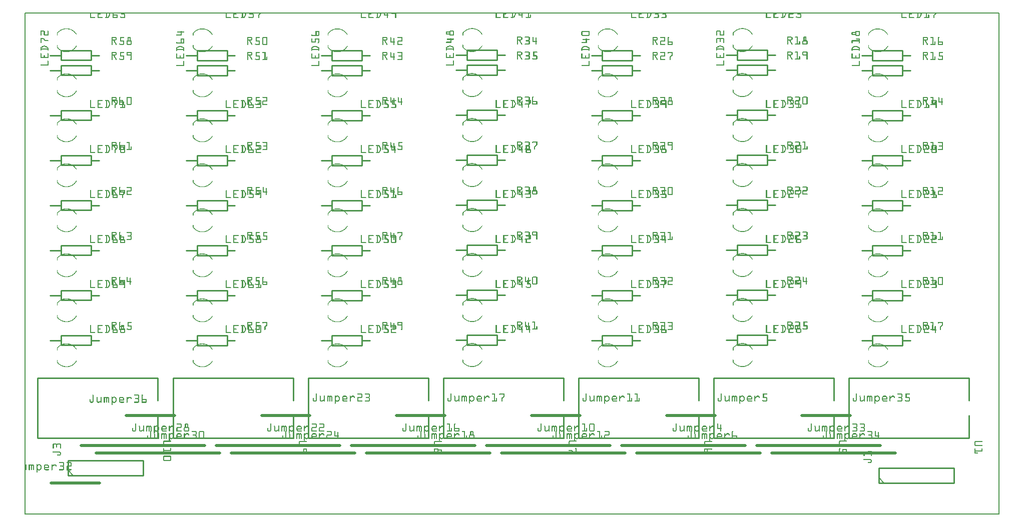
<source format=gto>
G04 MADE WITH FRITZING*
G04 WWW.FRITZING.ORG*
G04 SINGLE SIDED*
G04 HOLES NOT PLATED*
G04 CONTOUR ON CENTER OF CONTOUR VECTOR*
%ASAXBY*%
%FSLAX23Y23*%
%MOIN*%
%OFA0B0*%
%SFA1.0B1.0*%
%ADD10R,6.496070X3.346460X6.480070X3.330460*%
%ADD11C,0.008000*%
%ADD12C,0.021000*%
%ADD13C,0.010000*%
%ADD14C,0.005000*%
%ADD15R,0.001000X0.001000*%
%LNSILK1*%
G90*
G70*
G54D11*
X4Y3342D02*
X6492Y3342D01*
X6492Y4D01*
X4Y4D01*
X4Y3342D01*
D02*
G54D12*
X176Y210D02*
X501Y210D01*
D02*
X476Y410D02*
X1301Y410D01*
D02*
X676Y660D02*
X1001Y660D01*
D02*
X376Y460D02*
X1201Y460D01*
D02*
X1376Y410D02*
X2201Y410D01*
D02*
X1580Y660D02*
X1901Y660D01*
D02*
X1276Y460D02*
X2101Y460D01*
D02*
X2276Y410D02*
X3101Y410D01*
D02*
X2476Y660D02*
X2801Y660D01*
D02*
X2176Y460D02*
X3001Y460D01*
D02*
X3176Y410D02*
X4001Y410D01*
D02*
X3376Y660D02*
X3701Y660D01*
D02*
X3076Y460D02*
X3901Y460D01*
D02*
X4076Y410D02*
X4901Y410D01*
D02*
X4276Y660D02*
X4601Y660D01*
D02*
X3976Y460D02*
X4801Y460D01*
D02*
X5176Y660D02*
X5501Y660D01*
D02*
X4976Y410D02*
X5801Y410D01*
D02*
X4876Y460D02*
X5701Y460D01*
G54D13*
D02*
X887Y909D02*
X87Y909D01*
D02*
X87Y909D02*
X87Y509D01*
D02*
X87Y509D02*
X887Y509D01*
D02*
X887Y909D02*
X887Y759D01*
D02*
X887Y659D02*
X887Y509D01*
D02*
X1792Y908D02*
X992Y908D01*
D02*
X992Y908D02*
X992Y508D01*
D02*
X992Y508D02*
X1792Y508D01*
D02*
X1792Y908D02*
X1792Y758D01*
D02*
X1792Y658D02*
X1792Y508D01*
D02*
X2691Y908D02*
X1891Y908D01*
D02*
X1891Y908D02*
X1891Y508D01*
D02*
X1891Y508D02*
X2691Y508D01*
D02*
X2691Y908D02*
X2691Y758D01*
D02*
X2691Y658D02*
X2691Y508D01*
D02*
X3589Y910D02*
X2789Y910D01*
D02*
X2789Y910D02*
X2789Y510D01*
D02*
X2789Y510D02*
X3589Y510D01*
D02*
X3589Y910D02*
X3589Y760D01*
D02*
X3589Y660D02*
X3589Y510D01*
D02*
X4491Y908D02*
X3691Y908D01*
D02*
X3691Y908D02*
X3691Y508D01*
D02*
X3691Y508D02*
X4491Y508D01*
D02*
X4491Y908D02*
X4491Y758D01*
D02*
X4491Y658D02*
X4491Y508D01*
D02*
X5389Y910D02*
X4589Y910D01*
D02*
X4589Y910D02*
X4589Y510D01*
D02*
X4589Y510D02*
X5389Y510D01*
D02*
X5389Y910D02*
X5389Y760D01*
D02*
X5389Y660D02*
X5389Y510D01*
D02*
X6291Y908D02*
X5491Y908D01*
D02*
X5491Y908D02*
X5491Y508D01*
D02*
X5491Y508D02*
X6291Y508D01*
D02*
X6291Y908D02*
X6291Y758D01*
D02*
X6291Y658D02*
X6291Y508D01*
D02*
X289Y260D02*
X789Y260D01*
D02*
X789Y260D02*
X789Y360D01*
D02*
X789Y360D02*
X289Y360D01*
D02*
X289Y360D02*
X289Y260D01*
G54D14*
D02*
X324Y260D02*
X289Y295D01*
G54D13*
D02*
X5689Y210D02*
X6189Y210D01*
D02*
X6189Y210D02*
X6189Y310D01*
D02*
X6189Y310D02*
X5689Y310D01*
D02*
X5689Y310D02*
X5689Y210D01*
G54D14*
D02*
X5724Y210D02*
X5689Y245D01*
G54D13*
D02*
X172Y3061D02*
X244Y3061D01*
D02*
X444Y3061D02*
X497Y3061D01*
D02*
X244Y3094D02*
X444Y3094D01*
D02*
X444Y3094D02*
X444Y3028D01*
D02*
X444Y3028D02*
X244Y3028D01*
D02*
X244Y3028D02*
X244Y3094D01*
D02*
X1077Y3060D02*
X1149Y3060D01*
D02*
X1349Y3060D02*
X1402Y3060D01*
D02*
X1149Y3093D02*
X1349Y3093D01*
D02*
X1349Y3093D02*
X1349Y3027D01*
D02*
X1349Y3027D02*
X1149Y3027D01*
D02*
X1149Y3027D02*
X1149Y3093D01*
D02*
X1976Y3060D02*
X2048Y3060D01*
D02*
X2248Y3060D02*
X2301Y3060D01*
D02*
X2048Y3093D02*
X2248Y3093D01*
D02*
X2248Y3093D02*
X2248Y3027D01*
D02*
X2248Y3027D02*
X2048Y3027D01*
D02*
X2048Y3027D02*
X2048Y3093D01*
D02*
X2874Y3062D02*
X2946Y3062D01*
D02*
X3146Y3062D02*
X3199Y3062D01*
D02*
X2946Y3095D02*
X3146Y3095D01*
D02*
X3146Y3095D02*
X3146Y3029D01*
D02*
X3146Y3029D02*
X2946Y3029D01*
D02*
X2946Y3029D02*
X2946Y3095D01*
D02*
X3776Y3060D02*
X3848Y3060D01*
D02*
X4048Y3060D02*
X4101Y3060D01*
D02*
X3848Y3093D02*
X4048Y3093D01*
D02*
X4048Y3093D02*
X4048Y3027D01*
D02*
X4048Y3027D02*
X3848Y3027D01*
D02*
X3848Y3027D02*
X3848Y3093D01*
D02*
X4674Y3062D02*
X4746Y3062D01*
D02*
X4946Y3062D02*
X4999Y3062D01*
D02*
X4746Y3095D02*
X4946Y3095D01*
D02*
X4946Y3095D02*
X4946Y3029D01*
D02*
X4946Y3029D02*
X4746Y3029D01*
D02*
X4746Y3029D02*
X4746Y3095D01*
D02*
X5576Y3060D02*
X5648Y3060D01*
D02*
X5848Y3060D02*
X5901Y3060D01*
D02*
X5648Y3093D02*
X5848Y3093D01*
D02*
X5848Y3093D02*
X5848Y3027D01*
D02*
X5848Y3027D02*
X5648Y3027D01*
D02*
X5648Y3027D02*
X5648Y3093D01*
D02*
X172Y2961D02*
X244Y2961D01*
D02*
X444Y2961D02*
X497Y2961D01*
D02*
X244Y2994D02*
X444Y2994D01*
D02*
X444Y2994D02*
X444Y2928D01*
D02*
X444Y2928D02*
X244Y2928D01*
D02*
X244Y2928D02*
X244Y2994D01*
D02*
X1077Y2960D02*
X1149Y2960D01*
D02*
X1349Y2960D02*
X1402Y2960D01*
D02*
X1149Y2993D02*
X1349Y2993D01*
D02*
X1349Y2993D02*
X1349Y2927D01*
D02*
X1349Y2927D02*
X1149Y2927D01*
D02*
X1149Y2927D02*
X1149Y2993D01*
D02*
X1976Y2960D02*
X2048Y2960D01*
D02*
X2248Y2960D02*
X2301Y2960D01*
D02*
X2048Y2993D02*
X2248Y2993D01*
D02*
X2248Y2993D02*
X2248Y2927D01*
D02*
X2248Y2927D02*
X2048Y2927D01*
D02*
X2048Y2927D02*
X2048Y2993D01*
D02*
X2874Y2962D02*
X2946Y2962D01*
D02*
X3146Y2962D02*
X3199Y2962D01*
D02*
X2946Y2995D02*
X3146Y2995D01*
D02*
X3146Y2995D02*
X3146Y2929D01*
D02*
X3146Y2929D02*
X2946Y2929D01*
D02*
X2946Y2929D02*
X2946Y2995D01*
D02*
X3776Y2960D02*
X3848Y2960D01*
D02*
X4048Y2960D02*
X4101Y2960D01*
D02*
X3848Y2993D02*
X4048Y2993D01*
D02*
X4048Y2993D02*
X4048Y2927D01*
D02*
X4048Y2927D02*
X3848Y2927D01*
D02*
X3848Y2927D02*
X3848Y2993D01*
D02*
X4674Y2962D02*
X4746Y2962D01*
D02*
X4946Y2962D02*
X4999Y2962D01*
D02*
X4746Y2995D02*
X4946Y2995D01*
D02*
X4946Y2995D02*
X4946Y2929D01*
D02*
X4946Y2929D02*
X4746Y2929D01*
D02*
X4746Y2929D02*
X4746Y2995D01*
D02*
X5576Y2960D02*
X5648Y2960D01*
D02*
X5848Y2960D02*
X5901Y2960D01*
D02*
X5648Y2993D02*
X5848Y2993D01*
D02*
X5848Y2993D02*
X5848Y2927D01*
D02*
X5848Y2927D02*
X5648Y2927D01*
D02*
X5648Y2927D02*
X5648Y2993D01*
D02*
X172Y2661D02*
X244Y2661D01*
D02*
X444Y2661D02*
X497Y2661D01*
D02*
X244Y2694D02*
X444Y2694D01*
D02*
X444Y2694D02*
X444Y2628D01*
D02*
X444Y2628D02*
X244Y2628D01*
D02*
X244Y2628D02*
X244Y2694D01*
D02*
X1077Y2660D02*
X1149Y2660D01*
D02*
X1349Y2660D02*
X1402Y2660D01*
D02*
X1149Y2693D02*
X1349Y2693D01*
D02*
X1349Y2693D02*
X1349Y2627D01*
D02*
X1349Y2627D02*
X1149Y2627D01*
D02*
X1149Y2627D02*
X1149Y2693D01*
D02*
X1976Y2660D02*
X2048Y2660D01*
D02*
X2248Y2660D02*
X2301Y2660D01*
D02*
X2048Y2693D02*
X2248Y2693D01*
D02*
X2248Y2693D02*
X2248Y2627D01*
D02*
X2248Y2627D02*
X2048Y2627D01*
D02*
X2048Y2627D02*
X2048Y2693D01*
D02*
X2874Y2662D02*
X2946Y2662D01*
D02*
X3146Y2662D02*
X3199Y2662D01*
D02*
X2946Y2695D02*
X3146Y2695D01*
D02*
X3146Y2695D02*
X3146Y2629D01*
D02*
X3146Y2629D02*
X2946Y2629D01*
D02*
X2946Y2629D02*
X2946Y2695D01*
D02*
X3776Y2660D02*
X3848Y2660D01*
D02*
X4048Y2660D02*
X4101Y2660D01*
D02*
X3848Y2693D02*
X4048Y2693D01*
D02*
X4048Y2693D02*
X4048Y2627D01*
D02*
X4048Y2627D02*
X3848Y2627D01*
D02*
X3848Y2627D02*
X3848Y2693D01*
D02*
X4674Y2662D02*
X4746Y2662D01*
D02*
X4946Y2662D02*
X4999Y2662D01*
D02*
X4746Y2695D02*
X4946Y2695D01*
D02*
X4946Y2695D02*
X4946Y2629D01*
D02*
X4946Y2629D02*
X4746Y2629D01*
D02*
X4746Y2629D02*
X4746Y2695D01*
D02*
X5576Y2660D02*
X5648Y2660D01*
D02*
X5848Y2660D02*
X5901Y2660D01*
D02*
X5648Y2693D02*
X5848Y2693D01*
D02*
X5848Y2693D02*
X5848Y2627D01*
D02*
X5848Y2627D02*
X5648Y2627D01*
D02*
X5648Y2627D02*
X5648Y2693D01*
D02*
X172Y2361D02*
X244Y2361D01*
D02*
X444Y2361D02*
X497Y2361D01*
D02*
X244Y2394D02*
X444Y2394D01*
D02*
X444Y2394D02*
X444Y2328D01*
D02*
X444Y2328D02*
X244Y2328D01*
D02*
X244Y2328D02*
X244Y2394D01*
D02*
X1077Y2360D02*
X1149Y2360D01*
D02*
X1349Y2360D02*
X1402Y2360D01*
D02*
X1149Y2393D02*
X1349Y2393D01*
D02*
X1349Y2393D02*
X1349Y2327D01*
D02*
X1349Y2327D02*
X1149Y2327D01*
D02*
X1149Y2327D02*
X1149Y2393D01*
D02*
X1976Y2360D02*
X2048Y2360D01*
D02*
X2248Y2360D02*
X2301Y2360D01*
D02*
X2048Y2393D02*
X2248Y2393D01*
D02*
X2248Y2393D02*
X2248Y2327D01*
D02*
X2248Y2327D02*
X2048Y2327D01*
D02*
X2048Y2327D02*
X2048Y2393D01*
D02*
X2874Y2362D02*
X2946Y2362D01*
D02*
X3146Y2362D02*
X3199Y2362D01*
D02*
X2946Y2395D02*
X3146Y2395D01*
D02*
X3146Y2395D02*
X3146Y2329D01*
D02*
X3146Y2329D02*
X2946Y2329D01*
D02*
X2946Y2329D02*
X2946Y2395D01*
D02*
X3776Y2360D02*
X3848Y2360D01*
D02*
X4048Y2360D02*
X4101Y2360D01*
D02*
X3848Y2393D02*
X4048Y2393D01*
D02*
X4048Y2393D02*
X4048Y2327D01*
D02*
X4048Y2327D02*
X3848Y2327D01*
D02*
X3848Y2327D02*
X3848Y2393D01*
D02*
X4674Y2362D02*
X4746Y2362D01*
D02*
X4946Y2362D02*
X4999Y2362D01*
D02*
X4746Y2395D02*
X4946Y2395D01*
D02*
X4946Y2395D02*
X4946Y2329D01*
D02*
X4946Y2329D02*
X4746Y2329D01*
D02*
X4746Y2329D02*
X4746Y2395D01*
D02*
X5576Y2360D02*
X5648Y2360D01*
D02*
X5848Y2360D02*
X5901Y2360D01*
D02*
X5648Y2393D02*
X5848Y2393D01*
D02*
X5848Y2393D02*
X5848Y2327D01*
D02*
X5848Y2327D02*
X5648Y2327D01*
D02*
X5648Y2327D02*
X5648Y2393D01*
D02*
X172Y2061D02*
X244Y2061D01*
D02*
X444Y2061D02*
X497Y2061D01*
D02*
X244Y2094D02*
X444Y2094D01*
D02*
X444Y2094D02*
X444Y2028D01*
D02*
X444Y2028D02*
X244Y2028D01*
D02*
X244Y2028D02*
X244Y2094D01*
D02*
X1077Y2060D02*
X1149Y2060D01*
D02*
X1349Y2060D02*
X1402Y2060D01*
D02*
X1149Y2093D02*
X1349Y2093D01*
D02*
X1349Y2093D02*
X1349Y2027D01*
D02*
X1349Y2027D02*
X1149Y2027D01*
D02*
X1149Y2027D02*
X1149Y2093D01*
D02*
X1976Y2060D02*
X2048Y2060D01*
D02*
X2248Y2060D02*
X2301Y2060D01*
D02*
X2048Y2093D02*
X2248Y2093D01*
D02*
X2248Y2093D02*
X2248Y2027D01*
D02*
X2248Y2027D02*
X2048Y2027D01*
D02*
X2048Y2027D02*
X2048Y2093D01*
D02*
X2874Y2062D02*
X2946Y2062D01*
D02*
X3146Y2062D02*
X3199Y2062D01*
D02*
X2946Y2095D02*
X3146Y2095D01*
D02*
X3146Y2095D02*
X3146Y2029D01*
D02*
X3146Y2029D02*
X2946Y2029D01*
D02*
X2946Y2029D02*
X2946Y2095D01*
D02*
X3776Y2060D02*
X3848Y2060D01*
D02*
X4048Y2060D02*
X4101Y2060D01*
D02*
X3848Y2093D02*
X4048Y2093D01*
D02*
X4048Y2093D02*
X4048Y2027D01*
D02*
X4048Y2027D02*
X3848Y2027D01*
D02*
X3848Y2027D02*
X3848Y2093D01*
D02*
X4674Y2062D02*
X4746Y2062D01*
D02*
X4946Y2062D02*
X4999Y2062D01*
D02*
X4746Y2095D02*
X4946Y2095D01*
D02*
X4946Y2095D02*
X4946Y2029D01*
D02*
X4946Y2029D02*
X4746Y2029D01*
D02*
X4746Y2029D02*
X4746Y2095D01*
D02*
X5576Y2060D02*
X5648Y2060D01*
D02*
X5848Y2060D02*
X5901Y2060D01*
D02*
X5648Y2093D02*
X5848Y2093D01*
D02*
X5848Y2093D02*
X5848Y2027D01*
D02*
X5848Y2027D02*
X5648Y2027D01*
D02*
X5648Y2027D02*
X5648Y2093D01*
D02*
X172Y1761D02*
X244Y1761D01*
D02*
X444Y1761D02*
X497Y1761D01*
D02*
X244Y1794D02*
X444Y1794D01*
D02*
X444Y1794D02*
X444Y1728D01*
D02*
X444Y1728D02*
X244Y1728D01*
D02*
X244Y1728D02*
X244Y1794D01*
D02*
X1077Y1760D02*
X1149Y1760D01*
D02*
X1349Y1760D02*
X1402Y1760D01*
D02*
X1149Y1793D02*
X1349Y1793D01*
D02*
X1349Y1793D02*
X1349Y1727D01*
D02*
X1349Y1727D02*
X1149Y1727D01*
D02*
X1149Y1727D02*
X1149Y1793D01*
D02*
X1976Y1760D02*
X2048Y1760D01*
D02*
X2248Y1760D02*
X2301Y1760D01*
D02*
X2048Y1793D02*
X2248Y1793D01*
D02*
X2248Y1793D02*
X2248Y1727D01*
D02*
X2248Y1727D02*
X2048Y1727D01*
D02*
X2048Y1727D02*
X2048Y1793D01*
D02*
X2874Y1762D02*
X2946Y1762D01*
D02*
X3146Y1762D02*
X3199Y1762D01*
D02*
X2946Y1795D02*
X3146Y1795D01*
D02*
X3146Y1795D02*
X3146Y1729D01*
D02*
X3146Y1729D02*
X2946Y1729D01*
D02*
X2946Y1729D02*
X2946Y1795D01*
D02*
X3776Y1760D02*
X3848Y1760D01*
D02*
X4048Y1760D02*
X4101Y1760D01*
D02*
X3848Y1793D02*
X4048Y1793D01*
D02*
X4048Y1793D02*
X4048Y1727D01*
D02*
X4048Y1727D02*
X3848Y1727D01*
D02*
X3848Y1727D02*
X3848Y1793D01*
D02*
X4674Y1762D02*
X4746Y1762D01*
D02*
X4946Y1762D02*
X4999Y1762D01*
D02*
X4746Y1795D02*
X4946Y1795D01*
D02*
X4946Y1795D02*
X4946Y1729D01*
D02*
X4946Y1729D02*
X4746Y1729D01*
D02*
X4746Y1729D02*
X4746Y1795D01*
D02*
X5576Y1760D02*
X5648Y1760D01*
D02*
X5848Y1760D02*
X5901Y1760D01*
D02*
X5648Y1793D02*
X5848Y1793D01*
D02*
X5848Y1793D02*
X5848Y1727D01*
D02*
X5848Y1727D02*
X5648Y1727D01*
D02*
X5648Y1727D02*
X5648Y1793D01*
D02*
X172Y1461D02*
X244Y1461D01*
D02*
X444Y1461D02*
X497Y1461D01*
D02*
X244Y1494D02*
X444Y1494D01*
D02*
X444Y1494D02*
X444Y1428D01*
D02*
X444Y1428D02*
X244Y1428D01*
D02*
X244Y1428D02*
X244Y1494D01*
D02*
X1077Y1460D02*
X1149Y1460D01*
D02*
X1349Y1460D02*
X1402Y1460D01*
D02*
X1149Y1493D02*
X1349Y1493D01*
D02*
X1349Y1493D02*
X1349Y1427D01*
D02*
X1349Y1427D02*
X1149Y1427D01*
D02*
X1149Y1427D02*
X1149Y1493D01*
D02*
X1976Y1460D02*
X2048Y1460D01*
D02*
X2248Y1460D02*
X2301Y1460D01*
D02*
X2048Y1493D02*
X2248Y1493D01*
D02*
X2248Y1493D02*
X2248Y1427D01*
D02*
X2248Y1427D02*
X2048Y1427D01*
D02*
X2048Y1427D02*
X2048Y1493D01*
D02*
X2874Y1462D02*
X2946Y1462D01*
D02*
X3146Y1462D02*
X3199Y1462D01*
D02*
X2946Y1495D02*
X3146Y1495D01*
D02*
X3146Y1495D02*
X3146Y1429D01*
D02*
X3146Y1429D02*
X2946Y1429D01*
D02*
X2946Y1429D02*
X2946Y1495D01*
D02*
X3776Y1460D02*
X3848Y1460D01*
D02*
X4048Y1460D02*
X4101Y1460D01*
D02*
X3848Y1493D02*
X4048Y1493D01*
D02*
X4048Y1493D02*
X4048Y1427D01*
D02*
X4048Y1427D02*
X3848Y1427D01*
D02*
X3848Y1427D02*
X3848Y1493D01*
D02*
X4674Y1462D02*
X4746Y1462D01*
D02*
X4946Y1462D02*
X4999Y1462D01*
D02*
X4746Y1495D02*
X4946Y1495D01*
D02*
X4946Y1495D02*
X4946Y1429D01*
D02*
X4946Y1429D02*
X4746Y1429D01*
D02*
X4746Y1429D02*
X4746Y1495D01*
D02*
X5576Y1460D02*
X5648Y1460D01*
D02*
X5848Y1460D02*
X5901Y1460D01*
D02*
X5648Y1493D02*
X5848Y1493D01*
D02*
X5848Y1493D02*
X5848Y1427D01*
D02*
X5848Y1427D02*
X5648Y1427D01*
D02*
X5648Y1427D02*
X5648Y1493D01*
D02*
X172Y1161D02*
X244Y1161D01*
D02*
X444Y1161D02*
X497Y1161D01*
D02*
X244Y1194D02*
X444Y1194D01*
D02*
X444Y1194D02*
X444Y1128D01*
D02*
X444Y1128D02*
X244Y1128D01*
D02*
X244Y1128D02*
X244Y1194D01*
D02*
X1077Y1160D02*
X1149Y1160D01*
D02*
X1349Y1160D02*
X1402Y1160D01*
D02*
X1149Y1193D02*
X1349Y1193D01*
D02*
X1349Y1193D02*
X1349Y1127D01*
D02*
X1349Y1127D02*
X1149Y1127D01*
D02*
X1149Y1127D02*
X1149Y1193D01*
D02*
X1976Y1160D02*
X2048Y1160D01*
D02*
X2248Y1160D02*
X2301Y1160D01*
D02*
X2048Y1193D02*
X2248Y1193D01*
D02*
X2248Y1193D02*
X2248Y1127D01*
D02*
X2248Y1127D02*
X2048Y1127D01*
D02*
X2048Y1127D02*
X2048Y1193D01*
D02*
X2874Y1162D02*
X2946Y1162D01*
D02*
X3146Y1162D02*
X3199Y1162D01*
D02*
X2946Y1195D02*
X3146Y1195D01*
D02*
X3146Y1195D02*
X3146Y1129D01*
D02*
X3146Y1129D02*
X2946Y1129D01*
D02*
X2946Y1129D02*
X2946Y1195D01*
D02*
X3776Y1160D02*
X3848Y1160D01*
D02*
X4048Y1160D02*
X4101Y1160D01*
D02*
X3848Y1193D02*
X4048Y1193D01*
D02*
X4048Y1193D02*
X4048Y1127D01*
D02*
X4048Y1127D02*
X3848Y1127D01*
D02*
X3848Y1127D02*
X3848Y1193D01*
D02*
X4674Y1162D02*
X4746Y1162D01*
D02*
X4946Y1162D02*
X4999Y1162D01*
D02*
X4746Y1195D02*
X4946Y1195D01*
D02*
X4946Y1195D02*
X4946Y1129D01*
D02*
X4946Y1129D02*
X4746Y1129D01*
D02*
X4746Y1129D02*
X4746Y1195D01*
D02*
X5576Y1160D02*
X5648Y1160D01*
D02*
X5848Y1160D02*
X5901Y1160D01*
D02*
X5648Y1193D02*
X5848Y1193D01*
D02*
X5848Y1193D02*
X5848Y1127D01*
D02*
X5848Y1127D02*
X5648Y1127D01*
D02*
X5648Y1127D02*
X5648Y1193D01*
G54D15*
X437Y3346D02*
X443Y3346D01*
X487Y3346D02*
X493Y3346D01*
X544Y3346D02*
X550Y3346D01*
X561Y3346D02*
X568Y3346D01*
X587Y3346D02*
X593Y3346D01*
X644Y3346D02*
X650Y3346D01*
X1342Y3346D02*
X1348Y3346D01*
X1392Y3346D02*
X1398Y3346D01*
X1449Y3346D02*
X1455Y3346D01*
X1465Y3346D02*
X1472Y3346D01*
X1499Y3346D02*
X1505Y3346D01*
X1570Y3346D02*
X1576Y3346D01*
X2241Y3346D02*
X2247Y3346D01*
X2291Y3346D02*
X2297Y3346D01*
X2348Y3346D02*
X2354Y3346D01*
X2364Y3346D02*
X2371Y3346D01*
X2393Y3346D02*
X2399Y3346D01*
X2414Y3346D02*
X2420Y3346D01*
X2441Y3346D02*
X2447Y3346D01*
X2469Y3346D02*
X2475Y3346D01*
X3139Y3346D02*
X3145Y3346D01*
X3189Y3346D02*
X3195Y3346D01*
X3246Y3346D02*
X3252Y3346D01*
X3263Y3346D02*
X3270Y3346D01*
X3291Y3346D02*
X3297Y3346D01*
X3311Y3346D02*
X3317Y3346D01*
X3353Y3346D02*
X3359Y3346D01*
X4041Y3346D02*
X4047Y3346D01*
X4091Y3346D02*
X4097Y3346D01*
X4148Y3346D02*
X4154Y3346D01*
X4164Y3346D02*
X4171Y3346D01*
X4219Y3346D02*
X4225Y3346D01*
X4269Y3346D02*
X4275Y3346D01*
X4939Y3346D02*
X4945Y3346D01*
X4989Y3346D02*
X4995Y3346D01*
X5046Y3346D02*
X5052Y3346D01*
X5063Y3346D02*
X5070Y3346D01*
X5117Y3346D02*
X5123Y3346D01*
X5146Y3346D02*
X5152Y3346D01*
X5841Y3346D02*
X5847Y3346D01*
X5891Y3346D02*
X5897Y3346D01*
X5948Y3346D02*
X5954Y3346D01*
X5964Y3346D02*
X5971Y3346D01*
X6005Y3346D02*
X6011Y3346D01*
X6069Y3346D02*
X6075Y3346D01*
X437Y3345D02*
X443Y3345D01*
X487Y3345D02*
X493Y3345D01*
X544Y3345D02*
X550Y3345D01*
X562Y3345D02*
X568Y3345D01*
X587Y3345D02*
X593Y3345D01*
X644Y3345D02*
X650Y3345D01*
X1342Y3345D02*
X1348Y3345D01*
X1392Y3345D02*
X1398Y3345D01*
X1449Y3345D02*
X1455Y3345D01*
X1466Y3345D02*
X1473Y3345D01*
X1499Y3345D02*
X1505Y3345D01*
X1570Y3345D02*
X1576Y3345D01*
X2241Y3345D02*
X2247Y3345D01*
X2291Y3345D02*
X2297Y3345D01*
X2348Y3345D02*
X2354Y3345D01*
X2365Y3345D02*
X2372Y3345D01*
X2393Y3345D02*
X2399Y3345D01*
X2414Y3345D02*
X2420Y3345D01*
X2441Y3345D02*
X2447Y3345D01*
X2469Y3345D02*
X2475Y3345D01*
X3139Y3345D02*
X3145Y3345D01*
X3189Y3345D02*
X3195Y3345D01*
X3246Y3345D02*
X3252Y3345D01*
X3264Y3345D02*
X3271Y3345D01*
X3291Y3345D02*
X3297Y3345D01*
X3311Y3345D02*
X3317Y3345D01*
X3353Y3345D02*
X3359Y3345D01*
X4041Y3345D02*
X4047Y3345D01*
X4091Y3345D02*
X4097Y3345D01*
X4148Y3345D02*
X4154Y3345D01*
X4165Y3345D02*
X4172Y3345D01*
X4219Y3345D02*
X4225Y3345D01*
X4269Y3345D02*
X4275Y3345D01*
X4939Y3345D02*
X4945Y3345D01*
X4989Y3345D02*
X4995Y3345D01*
X5046Y3345D02*
X5052Y3345D01*
X5064Y3345D02*
X5071Y3345D01*
X5117Y3345D02*
X5123Y3345D01*
X5146Y3345D02*
X5152Y3345D01*
X5841Y3345D02*
X5847Y3345D01*
X5891Y3345D02*
X5897Y3345D01*
X5948Y3345D02*
X5954Y3345D01*
X5965Y3345D02*
X5972Y3345D01*
X6005Y3345D02*
X6011Y3345D01*
X6069Y3345D02*
X6075Y3345D01*
X437Y3344D02*
X443Y3344D01*
X487Y3344D02*
X493Y3344D01*
X544Y3344D02*
X550Y3344D01*
X562Y3344D02*
X569Y3344D01*
X587Y3344D02*
X593Y3344D01*
X644Y3344D02*
X650Y3344D01*
X1342Y3344D02*
X1348Y3344D01*
X1392Y3344D02*
X1398Y3344D01*
X1449Y3344D02*
X1455Y3344D01*
X1466Y3344D02*
X1473Y3344D01*
X1499Y3344D02*
X1505Y3344D01*
X1570Y3344D02*
X1576Y3344D01*
X2241Y3344D02*
X2247Y3344D01*
X2291Y3344D02*
X2297Y3344D01*
X2348Y3344D02*
X2354Y3344D01*
X2365Y3344D02*
X2372Y3344D01*
X2393Y3344D02*
X2399Y3344D01*
X2414Y3344D02*
X2420Y3344D01*
X2441Y3344D02*
X2475Y3344D01*
X3139Y3344D02*
X3145Y3344D01*
X3189Y3344D02*
X3195Y3344D01*
X3246Y3344D02*
X3252Y3344D01*
X3264Y3344D02*
X3271Y3344D01*
X3291Y3344D02*
X3297Y3344D01*
X3311Y3344D02*
X3317Y3344D01*
X3353Y3344D02*
X3359Y3344D01*
X4041Y3344D02*
X4047Y3344D01*
X4091Y3344D02*
X4097Y3344D01*
X4148Y3344D02*
X4154Y3344D01*
X4165Y3344D02*
X4172Y3344D01*
X4219Y3344D02*
X4225Y3344D01*
X4269Y3344D02*
X4275Y3344D01*
X4939Y3344D02*
X4945Y3344D01*
X4989Y3344D02*
X4995Y3344D01*
X5046Y3344D02*
X5052Y3344D01*
X5064Y3344D02*
X5071Y3344D01*
X5117Y3344D02*
X5123Y3344D01*
X5146Y3344D02*
X5152Y3344D01*
X5841Y3344D02*
X5847Y3344D01*
X5891Y3344D02*
X5897Y3344D01*
X5948Y3344D02*
X5954Y3344D01*
X5965Y3344D02*
X5972Y3344D01*
X6005Y3344D02*
X6011Y3344D01*
X6069Y3344D02*
X6075Y3344D01*
X437Y3343D02*
X443Y3343D01*
X487Y3343D02*
X493Y3343D01*
X544Y3343D02*
X550Y3343D01*
X563Y3343D02*
X569Y3343D01*
X587Y3343D02*
X593Y3343D01*
X644Y3343D02*
X650Y3343D01*
X1342Y3343D02*
X1348Y3343D01*
X1392Y3343D02*
X1398Y3343D01*
X1449Y3343D02*
X1455Y3343D01*
X1467Y3343D02*
X1474Y3343D01*
X1499Y3343D02*
X1505Y3343D01*
X1570Y3343D02*
X1576Y3343D01*
X2241Y3343D02*
X2247Y3343D01*
X2291Y3343D02*
X2297Y3343D01*
X2348Y3343D02*
X2354Y3343D01*
X2366Y3343D02*
X2373Y3343D01*
X2393Y3343D02*
X2399Y3343D01*
X2414Y3343D02*
X2420Y3343D01*
X2441Y3343D02*
X2475Y3343D01*
X3139Y3343D02*
X3145Y3343D01*
X3189Y3343D02*
X3195Y3343D01*
X3246Y3343D02*
X3252Y3343D01*
X3265Y3343D02*
X3271Y3343D01*
X3291Y3343D02*
X3297Y3343D01*
X3311Y3343D02*
X3317Y3343D01*
X3353Y3343D02*
X3359Y3343D01*
X4041Y3343D02*
X4047Y3343D01*
X4091Y3343D02*
X4097Y3343D01*
X4148Y3343D02*
X4154Y3343D01*
X4166Y3343D02*
X4173Y3343D01*
X4219Y3343D02*
X4225Y3343D01*
X4269Y3343D02*
X4275Y3343D01*
X4939Y3343D02*
X4945Y3343D01*
X4989Y3343D02*
X4995Y3343D01*
X5046Y3343D02*
X5052Y3343D01*
X5065Y3343D02*
X5071Y3343D01*
X5117Y3343D02*
X5123Y3343D01*
X5146Y3343D02*
X5152Y3343D01*
X5841Y3343D02*
X5847Y3343D01*
X5891Y3343D02*
X5897Y3343D01*
X5948Y3343D02*
X5954Y3343D01*
X5966Y3343D02*
X5973Y3343D01*
X6005Y3343D02*
X6011Y3343D01*
X6069Y3343D02*
X6075Y3343D01*
X437Y3342D02*
X443Y3342D01*
X487Y3342D02*
X493Y3342D01*
X544Y3342D02*
X550Y3342D01*
X563Y3342D02*
X570Y3342D01*
X587Y3342D02*
X593Y3342D01*
X644Y3342D02*
X650Y3342D01*
X1342Y3342D02*
X1348Y3342D01*
X1392Y3342D02*
X1398Y3342D01*
X1449Y3342D02*
X1455Y3342D01*
X1467Y3342D02*
X1474Y3342D01*
X1499Y3342D02*
X1505Y3342D01*
X1569Y3342D02*
X1576Y3342D01*
X2241Y3342D02*
X2247Y3342D01*
X2291Y3342D02*
X2297Y3342D01*
X2348Y3342D02*
X2354Y3342D01*
X2366Y3342D02*
X2373Y3342D01*
X2393Y3342D02*
X2399Y3342D01*
X2414Y3342D02*
X2420Y3342D01*
X2441Y3342D02*
X2475Y3342D01*
X3139Y3342D02*
X3145Y3342D01*
X3189Y3342D02*
X3195Y3342D01*
X3246Y3342D02*
X3252Y3342D01*
X3265Y3342D02*
X3272Y3342D01*
X3291Y3342D02*
X3297Y3342D01*
X3311Y3342D02*
X3317Y3342D01*
X3353Y3342D02*
X3359Y3342D01*
X4041Y3342D02*
X4047Y3342D01*
X4091Y3342D02*
X4097Y3342D01*
X4148Y3342D02*
X4154Y3342D01*
X4166Y3342D02*
X4173Y3342D01*
X4219Y3342D02*
X4225Y3342D01*
X4269Y3342D02*
X4275Y3342D01*
X4939Y3342D02*
X4945Y3342D01*
X4989Y3342D02*
X4995Y3342D01*
X5046Y3342D02*
X5052Y3342D01*
X5065Y3342D02*
X5072Y3342D01*
X5117Y3342D02*
X5123Y3342D01*
X5146Y3342D02*
X5152Y3342D01*
X5841Y3342D02*
X5847Y3342D01*
X5891Y3342D02*
X5897Y3342D01*
X5948Y3342D02*
X5954Y3342D01*
X5966Y3342D02*
X5973Y3342D01*
X6005Y3342D02*
X6011Y3342D01*
X6068Y3342D02*
X6075Y3342D01*
X437Y3341D02*
X443Y3341D01*
X487Y3341D02*
X493Y3341D01*
X544Y3341D02*
X550Y3341D01*
X564Y3341D02*
X570Y3341D01*
X587Y3341D02*
X593Y3341D01*
X644Y3341D02*
X650Y3341D01*
X1342Y3341D02*
X1348Y3341D01*
X1392Y3341D02*
X1398Y3341D01*
X1449Y3341D02*
X1455Y3341D01*
X1468Y3341D02*
X1475Y3341D01*
X1499Y3341D02*
X1505Y3341D01*
X1568Y3341D02*
X1576Y3341D01*
X2241Y3341D02*
X2247Y3341D01*
X2291Y3341D02*
X2297Y3341D01*
X2348Y3341D02*
X2354Y3341D01*
X2367Y3341D02*
X2374Y3341D01*
X2393Y3341D02*
X2399Y3341D01*
X2414Y3341D02*
X2420Y3341D01*
X2441Y3341D02*
X2475Y3341D01*
X3139Y3341D02*
X3145Y3341D01*
X3189Y3341D02*
X3195Y3341D01*
X3246Y3341D02*
X3252Y3341D01*
X3266Y3341D02*
X3272Y3341D01*
X3291Y3341D02*
X3297Y3341D01*
X3311Y3341D02*
X3317Y3341D01*
X3353Y3341D02*
X3359Y3341D01*
X4041Y3341D02*
X4047Y3341D01*
X4091Y3341D02*
X4097Y3341D01*
X4148Y3341D02*
X4154Y3341D01*
X4167Y3341D02*
X4174Y3341D01*
X4219Y3341D02*
X4225Y3341D01*
X4269Y3341D02*
X4275Y3341D01*
X4939Y3341D02*
X4945Y3341D01*
X4989Y3341D02*
X4995Y3341D01*
X5046Y3341D02*
X5052Y3341D01*
X5066Y3341D02*
X5072Y3341D01*
X5116Y3341D02*
X5123Y3341D01*
X5146Y3341D02*
X5152Y3341D01*
X5841Y3341D02*
X5847Y3341D01*
X5891Y3341D02*
X5897Y3341D01*
X5948Y3341D02*
X5954Y3341D01*
X5967Y3341D02*
X5974Y3341D01*
X6005Y3341D02*
X6011Y3341D01*
X6067Y3341D02*
X6075Y3341D01*
X437Y3340D02*
X443Y3340D01*
X487Y3340D02*
X494Y3340D01*
X544Y3340D02*
X550Y3340D01*
X564Y3340D02*
X570Y3340D01*
X587Y3340D02*
X593Y3340D01*
X644Y3340D02*
X650Y3340D01*
X1342Y3340D02*
X1348Y3340D01*
X1392Y3340D02*
X1398Y3340D01*
X1449Y3340D02*
X1455Y3340D01*
X1469Y3340D02*
X1475Y3340D01*
X1499Y3340D02*
X1505Y3340D01*
X1567Y3340D02*
X1576Y3340D01*
X2241Y3340D02*
X2247Y3340D01*
X2291Y3340D02*
X2297Y3340D01*
X2348Y3340D02*
X2354Y3340D01*
X2368Y3340D02*
X2374Y3340D01*
X2393Y3340D02*
X2399Y3340D01*
X2414Y3340D02*
X2420Y3340D01*
X2442Y3340D02*
X2475Y3340D01*
X3139Y3340D02*
X3145Y3340D01*
X3189Y3340D02*
X3207Y3340D01*
X3246Y3340D02*
X3252Y3340D01*
X3266Y3340D02*
X3272Y3340D01*
X3291Y3340D02*
X3297Y3340D01*
X3311Y3340D02*
X3317Y3340D01*
X3353Y3340D02*
X3359Y3340D01*
X4041Y3340D02*
X4047Y3340D01*
X4091Y3340D02*
X4097Y3340D01*
X4148Y3340D02*
X4154Y3340D01*
X4167Y3340D02*
X4174Y3340D01*
X4218Y3340D02*
X4225Y3340D01*
X4268Y3340D02*
X4275Y3340D01*
X4939Y3340D02*
X4945Y3340D01*
X4989Y3340D02*
X5007Y3340D01*
X5046Y3340D02*
X5052Y3340D01*
X5066Y3340D02*
X5072Y3340D01*
X5093Y3340D02*
X5123Y3340D01*
X5146Y3340D02*
X5169Y3340D01*
X5841Y3340D02*
X5847Y3340D01*
X5891Y3340D02*
X5897Y3340D01*
X5948Y3340D02*
X5954Y3340D01*
X5967Y3340D02*
X5974Y3340D01*
X6005Y3340D02*
X6011Y3340D01*
X6066Y3340D02*
X6075Y3340D01*
X437Y3339D02*
X443Y3339D01*
X487Y3339D02*
X506Y3339D01*
X544Y3339D02*
X550Y3339D01*
X564Y3339D02*
X571Y3339D01*
X587Y3339D02*
X593Y3339D01*
X644Y3339D02*
X667Y3339D01*
X1342Y3339D02*
X1348Y3339D01*
X1392Y3339D02*
X1399Y3339D01*
X1449Y3339D02*
X1455Y3339D01*
X1469Y3339D02*
X1475Y3339D01*
X1499Y3339D02*
X1505Y3339D01*
X1565Y3339D02*
X1575Y3339D01*
X2241Y3339D02*
X2247Y3339D01*
X2291Y3339D02*
X2297Y3339D01*
X2348Y3339D02*
X2354Y3339D01*
X2368Y3339D02*
X2374Y3339D01*
X2393Y3339D02*
X2399Y3339D01*
X2414Y3339D02*
X2420Y3339D01*
X2442Y3339D02*
X2475Y3339D01*
X3139Y3339D02*
X3145Y3339D01*
X3189Y3339D02*
X3208Y3339D01*
X3246Y3339D02*
X3252Y3339D01*
X3266Y3339D02*
X3273Y3339D01*
X3291Y3339D02*
X3297Y3339D01*
X3311Y3339D02*
X3317Y3339D01*
X3353Y3339D02*
X3359Y3339D01*
X4041Y3339D02*
X4047Y3339D01*
X4091Y3339D02*
X4097Y3339D01*
X4148Y3339D02*
X4154Y3339D01*
X4168Y3339D02*
X4174Y3339D01*
X4217Y3339D02*
X4224Y3339D01*
X4267Y3339D02*
X4274Y3339D01*
X4939Y3339D02*
X4945Y3339D01*
X4989Y3339D02*
X5008Y3339D01*
X5046Y3339D02*
X5052Y3339D01*
X5066Y3339D02*
X5072Y3339D01*
X5092Y3339D02*
X5122Y3339D01*
X5146Y3339D02*
X5170Y3339D01*
X5841Y3339D02*
X5847Y3339D01*
X5891Y3339D02*
X5897Y3339D01*
X5948Y3339D02*
X5954Y3339D01*
X5968Y3339D02*
X5974Y3339D01*
X6005Y3339D02*
X6011Y3339D01*
X6064Y3339D02*
X6074Y3339D01*
X437Y3338D02*
X443Y3338D01*
X487Y3338D02*
X507Y3338D01*
X544Y3338D02*
X550Y3338D01*
X565Y3338D02*
X571Y3338D01*
X587Y3338D02*
X593Y3338D01*
X644Y3338D02*
X668Y3338D01*
X1342Y3338D02*
X1348Y3338D01*
X1392Y3338D02*
X1411Y3338D01*
X1449Y3338D02*
X1455Y3338D01*
X1469Y3338D02*
X1476Y3338D01*
X1499Y3338D02*
X1522Y3338D01*
X1564Y3338D02*
X1574Y3338D01*
X2241Y3338D02*
X2247Y3338D01*
X2291Y3338D02*
X2310Y3338D01*
X2348Y3338D02*
X2354Y3338D01*
X2368Y3338D02*
X2375Y3338D01*
X2393Y3338D02*
X2399Y3338D01*
X2414Y3338D02*
X2420Y3338D01*
X2443Y3338D02*
X2475Y3338D01*
X3139Y3338D02*
X3145Y3338D01*
X3189Y3338D02*
X3209Y3338D01*
X3246Y3338D02*
X3252Y3338D01*
X3267Y3338D02*
X3273Y3338D01*
X3291Y3338D02*
X3297Y3338D01*
X3311Y3338D02*
X3317Y3338D01*
X3353Y3338D02*
X3359Y3338D01*
X4041Y3338D02*
X4047Y3338D01*
X4091Y3338D02*
X4110Y3338D01*
X4148Y3338D02*
X4154Y3338D01*
X4168Y3338D02*
X4175Y3338D01*
X4200Y3338D02*
X4224Y3338D01*
X4250Y3338D02*
X4274Y3338D01*
X4939Y3338D02*
X4945Y3338D01*
X4989Y3338D02*
X5009Y3338D01*
X5046Y3338D02*
X5052Y3338D01*
X5067Y3338D02*
X5073Y3338D01*
X5091Y3338D02*
X5122Y3338D01*
X5146Y3338D02*
X5171Y3338D01*
X5841Y3338D02*
X5847Y3338D01*
X5891Y3338D02*
X5910Y3338D01*
X5948Y3338D02*
X5954Y3338D01*
X5968Y3338D02*
X5975Y3338D01*
X6005Y3338D02*
X6011Y3338D01*
X6063Y3338D02*
X6073Y3338D01*
X437Y3337D02*
X443Y3337D01*
X487Y3337D02*
X507Y3337D01*
X544Y3337D02*
X550Y3337D01*
X565Y3337D02*
X571Y3337D01*
X587Y3337D02*
X593Y3337D01*
X644Y3337D02*
X669Y3337D01*
X1342Y3337D02*
X1348Y3337D01*
X1392Y3337D02*
X1412Y3337D01*
X1449Y3337D02*
X1455Y3337D01*
X1470Y3337D02*
X1476Y3337D01*
X1499Y3337D02*
X1523Y3337D01*
X1563Y3337D02*
X1573Y3337D01*
X2241Y3337D02*
X2247Y3337D01*
X2291Y3337D02*
X2311Y3337D01*
X2348Y3337D02*
X2354Y3337D01*
X2369Y3337D02*
X2375Y3337D01*
X2393Y3337D02*
X2399Y3337D01*
X2414Y3337D02*
X2420Y3337D01*
X2469Y3337D02*
X2475Y3337D01*
X3139Y3337D02*
X3145Y3337D01*
X3189Y3337D02*
X3209Y3337D01*
X3246Y3337D02*
X3252Y3337D01*
X3267Y3337D02*
X3273Y3337D01*
X3291Y3337D02*
X3297Y3337D01*
X3311Y3337D02*
X3317Y3337D01*
X3353Y3337D02*
X3359Y3337D01*
X4041Y3337D02*
X4047Y3337D01*
X4091Y3337D02*
X4110Y3337D01*
X4148Y3337D02*
X4154Y3337D01*
X4169Y3337D02*
X4175Y3337D01*
X4199Y3337D02*
X4223Y3337D01*
X4249Y3337D02*
X4273Y3337D01*
X4939Y3337D02*
X4945Y3337D01*
X4989Y3337D02*
X5009Y3337D01*
X5046Y3337D02*
X5052Y3337D01*
X5067Y3337D02*
X5073Y3337D01*
X5090Y3337D02*
X5121Y3337D01*
X5146Y3337D02*
X5172Y3337D01*
X5841Y3337D02*
X5847Y3337D01*
X5891Y3337D02*
X5910Y3337D01*
X5948Y3337D02*
X5954Y3337D01*
X5969Y3337D02*
X5975Y3337D01*
X6005Y3337D02*
X6011Y3337D01*
X6062Y3337D02*
X6072Y3337D01*
X437Y3336D02*
X443Y3336D01*
X487Y3336D02*
X507Y3336D01*
X544Y3336D02*
X550Y3336D01*
X565Y3336D02*
X571Y3336D01*
X587Y3336D02*
X593Y3336D01*
X644Y3336D02*
X670Y3336D01*
X1342Y3336D02*
X1348Y3336D01*
X1392Y3336D02*
X1412Y3336D01*
X1449Y3336D02*
X1455Y3336D01*
X1470Y3336D02*
X1476Y3336D01*
X1499Y3336D02*
X1524Y3336D01*
X1562Y3336D02*
X1572Y3336D01*
X2241Y3336D02*
X2247Y3336D01*
X2291Y3336D02*
X2311Y3336D01*
X2348Y3336D02*
X2354Y3336D01*
X2369Y3336D02*
X2375Y3336D01*
X2393Y3336D02*
X2399Y3336D01*
X2414Y3336D02*
X2420Y3336D01*
X2469Y3336D02*
X2475Y3336D01*
X3139Y3336D02*
X3145Y3336D01*
X3189Y3336D02*
X3209Y3336D01*
X3246Y3336D02*
X3252Y3336D01*
X3266Y3336D02*
X3273Y3336D01*
X3291Y3336D02*
X3297Y3336D01*
X3311Y3336D02*
X3317Y3336D01*
X3353Y3336D02*
X3359Y3336D01*
X4041Y3336D02*
X4047Y3336D01*
X4091Y3336D02*
X4111Y3336D01*
X4148Y3336D02*
X4154Y3336D01*
X4169Y3336D02*
X4175Y3336D01*
X4198Y3336D02*
X4223Y3336D01*
X4248Y3336D02*
X4273Y3336D01*
X4939Y3336D02*
X4945Y3336D01*
X4989Y3336D02*
X5009Y3336D01*
X5046Y3336D02*
X5052Y3336D01*
X5066Y3336D02*
X5073Y3336D01*
X5089Y3336D02*
X5121Y3336D01*
X5146Y3336D02*
X5172Y3336D01*
X5841Y3336D02*
X5847Y3336D01*
X5891Y3336D02*
X5911Y3336D01*
X5948Y3336D02*
X5954Y3336D01*
X5969Y3336D02*
X5975Y3336D01*
X6005Y3336D02*
X6011Y3336D01*
X6061Y3336D02*
X6071Y3336D01*
X437Y3335D02*
X443Y3335D01*
X487Y3335D02*
X507Y3335D01*
X544Y3335D02*
X550Y3335D01*
X565Y3335D02*
X571Y3335D01*
X587Y3335D02*
X593Y3335D01*
X644Y3335D02*
X671Y3335D01*
X1342Y3335D02*
X1348Y3335D01*
X1392Y3335D02*
X1412Y3335D01*
X1449Y3335D02*
X1455Y3335D01*
X1470Y3335D02*
X1476Y3335D01*
X1499Y3335D02*
X1525Y3335D01*
X1561Y3335D02*
X1570Y3335D01*
X2241Y3335D02*
X2247Y3335D01*
X2291Y3335D02*
X2311Y3335D01*
X2348Y3335D02*
X2354Y3335D01*
X2369Y3335D02*
X2375Y3335D01*
X2393Y3335D02*
X2399Y3335D01*
X2414Y3335D02*
X2420Y3335D01*
X2469Y3335D02*
X2475Y3335D01*
X3139Y3335D02*
X3145Y3335D01*
X3189Y3335D02*
X3208Y3335D01*
X3246Y3335D02*
X3252Y3335D01*
X3266Y3335D02*
X3272Y3335D01*
X3291Y3335D02*
X3297Y3335D01*
X3311Y3335D02*
X3318Y3335D01*
X3353Y3335D02*
X3359Y3335D01*
X4041Y3335D02*
X4047Y3335D01*
X4091Y3335D02*
X4111Y3335D01*
X4148Y3335D02*
X4154Y3335D01*
X4169Y3335D02*
X4175Y3335D01*
X4198Y3335D02*
X4222Y3335D01*
X4248Y3335D02*
X4272Y3335D01*
X4939Y3335D02*
X4945Y3335D01*
X4989Y3335D02*
X5008Y3335D01*
X5046Y3335D02*
X5052Y3335D01*
X5066Y3335D02*
X5072Y3335D01*
X5089Y3335D02*
X5119Y3335D01*
X5146Y3335D02*
X5172Y3335D01*
X5841Y3335D02*
X5847Y3335D01*
X5891Y3335D02*
X5911Y3335D01*
X5948Y3335D02*
X5954Y3335D01*
X5969Y3335D02*
X5975Y3335D01*
X6005Y3335D02*
X6011Y3335D01*
X6060Y3335D02*
X6070Y3335D01*
X437Y3334D02*
X443Y3334D01*
X487Y3334D02*
X506Y3334D01*
X544Y3334D02*
X550Y3334D01*
X565Y3334D02*
X571Y3334D01*
X587Y3334D02*
X594Y3334D01*
X644Y3334D02*
X671Y3334D01*
X1342Y3334D02*
X1348Y3334D01*
X1392Y3334D02*
X1412Y3334D01*
X1449Y3334D02*
X1455Y3334D01*
X1470Y3334D02*
X1476Y3334D01*
X1499Y3334D02*
X1525Y3334D01*
X1559Y3334D02*
X1569Y3334D01*
X2241Y3334D02*
X2247Y3334D01*
X2291Y3334D02*
X2311Y3334D01*
X2348Y3334D02*
X2354Y3334D01*
X2369Y3334D02*
X2375Y3334D01*
X2393Y3334D02*
X2399Y3334D01*
X2414Y3334D02*
X2420Y3334D01*
X2469Y3334D02*
X2475Y3334D01*
X3139Y3334D02*
X3145Y3334D01*
X3189Y3334D02*
X3206Y3334D01*
X3246Y3334D02*
X3252Y3334D01*
X3266Y3334D02*
X3272Y3334D01*
X3291Y3334D02*
X3320Y3334D01*
X3353Y3334D02*
X3359Y3334D01*
X3368Y3334D02*
X3371Y3334D01*
X4041Y3334D02*
X4047Y3334D01*
X4091Y3334D02*
X4111Y3334D01*
X4148Y3334D02*
X4154Y3334D01*
X4169Y3334D02*
X4175Y3334D01*
X4198Y3334D02*
X4223Y3334D01*
X4248Y3334D02*
X4273Y3334D01*
X4939Y3334D02*
X4945Y3334D01*
X4989Y3334D02*
X5006Y3334D01*
X5046Y3334D02*
X5052Y3334D01*
X5066Y3334D02*
X5072Y3334D01*
X5089Y3334D02*
X5117Y3334D01*
X5146Y3334D02*
X5173Y3334D01*
X5841Y3334D02*
X5847Y3334D01*
X5891Y3334D02*
X5911Y3334D01*
X5948Y3334D02*
X5954Y3334D01*
X5969Y3334D02*
X5975Y3334D01*
X6005Y3334D02*
X6011Y3334D01*
X6059Y3334D02*
X6068Y3334D01*
X437Y3333D02*
X443Y3333D01*
X487Y3333D02*
X505Y3333D01*
X544Y3333D02*
X550Y3333D01*
X564Y3333D02*
X571Y3333D01*
X587Y3333D02*
X620Y3333D01*
X644Y3333D02*
X671Y3333D01*
X1342Y3333D02*
X1348Y3333D01*
X1392Y3333D02*
X1411Y3333D01*
X1449Y3333D02*
X1455Y3333D01*
X1469Y3333D02*
X1476Y3333D01*
X1499Y3333D02*
X1526Y3333D01*
X1558Y3333D02*
X1568Y3333D01*
X2241Y3333D02*
X2247Y3333D01*
X2291Y3333D02*
X2310Y3333D01*
X2348Y3333D02*
X2354Y3333D01*
X2369Y3333D02*
X2375Y3333D01*
X2393Y3333D02*
X2399Y3333D01*
X2413Y3333D02*
X2420Y3333D01*
X2469Y3333D02*
X2475Y3333D01*
X3139Y3333D02*
X3145Y3333D01*
X3189Y3333D02*
X3195Y3333D01*
X3246Y3333D02*
X3252Y3333D01*
X3266Y3333D02*
X3272Y3333D01*
X3291Y3333D02*
X3320Y3333D01*
X3353Y3333D02*
X3359Y3333D01*
X3367Y3333D02*
X3372Y3333D01*
X4041Y3333D02*
X4047Y3333D01*
X4091Y3333D02*
X4110Y3333D01*
X4148Y3333D02*
X4154Y3333D01*
X4168Y3333D02*
X4175Y3333D01*
X4199Y3333D02*
X4224Y3333D01*
X4249Y3333D02*
X4274Y3333D01*
X4939Y3333D02*
X4945Y3333D01*
X4989Y3333D02*
X4995Y3333D01*
X5046Y3333D02*
X5052Y3333D01*
X5066Y3333D02*
X5072Y3333D01*
X5089Y3333D02*
X5095Y3333D01*
X5167Y3333D02*
X5173Y3333D01*
X5841Y3333D02*
X5847Y3333D01*
X5891Y3333D02*
X5910Y3333D01*
X5948Y3333D02*
X5954Y3333D01*
X5968Y3333D02*
X5975Y3333D01*
X6005Y3333D02*
X6011Y3333D01*
X6057Y3333D02*
X6067Y3333D01*
X437Y3332D02*
X443Y3332D01*
X487Y3332D02*
X493Y3332D01*
X544Y3332D02*
X550Y3332D01*
X564Y3332D02*
X570Y3332D01*
X587Y3332D02*
X621Y3332D01*
X665Y3332D02*
X671Y3332D01*
X1342Y3332D02*
X1348Y3332D01*
X1392Y3332D02*
X1409Y3332D01*
X1449Y3332D02*
X1455Y3332D01*
X1469Y3332D02*
X1475Y3332D01*
X1499Y3332D02*
X1526Y3332D01*
X1557Y3332D02*
X1567Y3332D01*
X2241Y3332D02*
X2247Y3332D01*
X2291Y3332D02*
X2309Y3332D01*
X2348Y3332D02*
X2354Y3332D01*
X2368Y3332D02*
X2375Y3332D01*
X2393Y3332D02*
X2422Y3332D01*
X2469Y3332D02*
X2475Y3332D01*
X3139Y3332D02*
X3145Y3332D01*
X3189Y3332D02*
X3195Y3332D01*
X3246Y3332D02*
X3252Y3332D01*
X3265Y3332D02*
X3272Y3332D01*
X3291Y3332D02*
X3321Y3332D01*
X3353Y3332D02*
X3359Y3332D01*
X3367Y3332D02*
X3373Y3332D01*
X4041Y3332D02*
X4047Y3332D01*
X4091Y3332D02*
X4109Y3332D01*
X4148Y3332D02*
X4154Y3332D01*
X4168Y3332D02*
X4175Y3332D01*
X4200Y3332D02*
X4224Y3332D01*
X4250Y3332D02*
X4274Y3332D01*
X4939Y3332D02*
X4945Y3332D01*
X4989Y3332D02*
X4995Y3332D01*
X5046Y3332D02*
X5052Y3332D01*
X5065Y3332D02*
X5072Y3332D01*
X5089Y3332D02*
X5095Y3332D01*
X5167Y3332D02*
X5173Y3332D01*
X5841Y3332D02*
X5847Y3332D01*
X5891Y3332D02*
X5909Y3332D01*
X5948Y3332D02*
X5954Y3332D01*
X5968Y3332D02*
X5974Y3332D01*
X6005Y3332D02*
X6011Y3332D01*
X6020Y3332D02*
X6024Y3332D01*
X6056Y3332D02*
X6066Y3332D01*
X437Y3331D02*
X443Y3331D01*
X487Y3331D02*
X493Y3331D01*
X544Y3331D02*
X550Y3331D01*
X563Y3331D02*
X570Y3331D01*
X587Y3331D02*
X621Y3331D01*
X665Y3331D02*
X671Y3331D01*
X1342Y3331D02*
X1348Y3331D01*
X1392Y3331D02*
X1398Y3331D01*
X1449Y3331D02*
X1455Y3331D01*
X1469Y3331D02*
X1475Y3331D01*
X1520Y3331D02*
X1526Y3331D01*
X1556Y3331D02*
X1566Y3331D01*
X2241Y3331D02*
X2247Y3331D01*
X2291Y3331D02*
X2297Y3331D01*
X2348Y3331D02*
X2354Y3331D01*
X2368Y3331D02*
X2374Y3331D01*
X2393Y3331D02*
X2423Y3331D01*
X2469Y3331D02*
X2475Y3331D01*
X3139Y3331D02*
X3145Y3331D01*
X3189Y3331D02*
X3195Y3331D01*
X3246Y3331D02*
X3252Y3331D01*
X3265Y3331D02*
X3271Y3331D01*
X3291Y3331D02*
X3321Y3331D01*
X3353Y3331D02*
X3359Y3331D01*
X3367Y3331D02*
X3373Y3331D01*
X4041Y3331D02*
X4047Y3331D01*
X4091Y3331D02*
X4097Y3331D01*
X4148Y3331D02*
X4154Y3331D01*
X4168Y3331D02*
X4174Y3331D01*
X4217Y3331D02*
X4224Y3331D01*
X4267Y3331D02*
X4274Y3331D01*
X4939Y3331D02*
X4945Y3331D01*
X4989Y3331D02*
X4995Y3331D01*
X5046Y3331D02*
X5052Y3331D01*
X5064Y3331D02*
X5071Y3331D01*
X5089Y3331D02*
X5095Y3331D01*
X5167Y3331D02*
X5173Y3331D01*
X5841Y3331D02*
X5847Y3331D01*
X5891Y3331D02*
X5897Y3331D01*
X5948Y3331D02*
X5954Y3331D01*
X5968Y3331D02*
X5974Y3331D01*
X6005Y3331D02*
X6011Y3331D01*
X6019Y3331D02*
X6024Y3331D01*
X6056Y3331D02*
X6065Y3331D01*
X437Y3330D02*
X443Y3330D01*
X487Y3330D02*
X493Y3330D01*
X544Y3330D02*
X550Y3330D01*
X563Y3330D02*
X570Y3330D01*
X587Y3330D02*
X621Y3330D01*
X665Y3330D02*
X671Y3330D01*
X1342Y3330D02*
X1348Y3330D01*
X1392Y3330D02*
X1398Y3330D01*
X1449Y3330D02*
X1455Y3330D01*
X1468Y3330D02*
X1475Y3330D01*
X1520Y3330D02*
X1526Y3330D01*
X1556Y3330D02*
X1565Y3330D01*
X2241Y3330D02*
X2247Y3330D01*
X2291Y3330D02*
X2297Y3330D01*
X2348Y3330D02*
X2354Y3330D01*
X2367Y3330D02*
X2374Y3330D01*
X2393Y3330D02*
X2423Y3330D01*
X2469Y3330D02*
X2475Y3330D01*
X3139Y3330D02*
X3145Y3330D01*
X3189Y3330D02*
X3195Y3330D01*
X3246Y3330D02*
X3252Y3330D01*
X3264Y3330D02*
X3271Y3330D01*
X3291Y3330D02*
X3321Y3330D01*
X3353Y3330D02*
X3359Y3330D01*
X3367Y3330D02*
X3373Y3330D01*
X4041Y3330D02*
X4047Y3330D01*
X4091Y3330D02*
X4097Y3330D01*
X4148Y3330D02*
X4154Y3330D01*
X4167Y3330D02*
X4174Y3330D01*
X4218Y3330D02*
X4225Y3330D01*
X4268Y3330D02*
X4275Y3330D01*
X4939Y3330D02*
X4945Y3330D01*
X4989Y3330D02*
X4995Y3330D01*
X5046Y3330D02*
X5052Y3330D01*
X5064Y3330D02*
X5071Y3330D01*
X5089Y3330D02*
X5095Y3330D01*
X5167Y3330D02*
X5173Y3330D01*
X5841Y3330D02*
X5847Y3330D01*
X5891Y3330D02*
X5897Y3330D01*
X5948Y3330D02*
X5954Y3330D01*
X5967Y3330D02*
X5974Y3330D01*
X6005Y3330D02*
X6011Y3330D01*
X6019Y3330D02*
X6025Y3330D01*
X6055Y3330D02*
X6064Y3330D01*
X437Y3329D02*
X443Y3329D01*
X487Y3329D02*
X493Y3329D01*
X544Y3329D02*
X550Y3329D01*
X562Y3329D02*
X569Y3329D01*
X587Y3329D02*
X621Y3329D01*
X665Y3329D02*
X671Y3329D01*
X1342Y3329D02*
X1348Y3329D01*
X1392Y3329D02*
X1398Y3329D01*
X1449Y3329D02*
X1455Y3329D01*
X1468Y3329D02*
X1474Y3329D01*
X1520Y3329D02*
X1526Y3329D01*
X1556Y3329D02*
X1563Y3329D01*
X2241Y3329D02*
X2247Y3329D01*
X2291Y3329D02*
X2297Y3329D01*
X2348Y3329D02*
X2354Y3329D01*
X2367Y3329D02*
X2374Y3329D01*
X2393Y3329D02*
X2423Y3329D01*
X2469Y3329D02*
X2475Y3329D01*
X3139Y3329D02*
X3145Y3329D01*
X3189Y3329D02*
X3195Y3329D01*
X3246Y3329D02*
X3252Y3329D01*
X3263Y3329D02*
X3270Y3329D01*
X3291Y3329D02*
X3320Y3329D01*
X3353Y3329D02*
X3359Y3329D01*
X3367Y3329D02*
X3373Y3329D01*
X4041Y3329D02*
X4047Y3329D01*
X4091Y3329D02*
X4097Y3329D01*
X4148Y3329D02*
X4154Y3329D01*
X4167Y3329D02*
X4173Y3329D01*
X4219Y3329D02*
X4225Y3329D01*
X4269Y3329D02*
X4275Y3329D01*
X4939Y3329D02*
X4945Y3329D01*
X4989Y3329D02*
X4995Y3329D01*
X5046Y3329D02*
X5052Y3329D01*
X5063Y3329D02*
X5070Y3329D01*
X5089Y3329D02*
X5095Y3329D01*
X5167Y3329D02*
X5173Y3329D01*
X5841Y3329D02*
X5847Y3329D01*
X5891Y3329D02*
X5897Y3329D01*
X5948Y3329D02*
X5954Y3329D01*
X5967Y3329D02*
X5973Y3329D01*
X6005Y3329D02*
X6011Y3329D01*
X6019Y3329D02*
X6025Y3329D01*
X6055Y3329D02*
X6063Y3329D01*
X437Y3328D02*
X443Y3328D01*
X487Y3328D02*
X493Y3328D01*
X544Y3328D02*
X550Y3328D01*
X562Y3328D02*
X569Y3328D01*
X587Y3328D02*
X621Y3328D01*
X665Y3328D02*
X671Y3328D01*
X1342Y3328D02*
X1348Y3328D01*
X1392Y3328D02*
X1398Y3328D01*
X1449Y3328D02*
X1455Y3328D01*
X1467Y3328D02*
X1474Y3328D01*
X1520Y3328D02*
X1526Y3328D01*
X1556Y3328D02*
X1562Y3328D01*
X2241Y3328D02*
X2247Y3328D01*
X2291Y3328D02*
X2297Y3328D01*
X2348Y3328D02*
X2354Y3328D01*
X2366Y3328D02*
X2373Y3328D01*
X2393Y3328D02*
X2423Y3328D01*
X2469Y3328D02*
X2475Y3328D01*
X3139Y3328D02*
X3145Y3328D01*
X3189Y3328D02*
X3195Y3328D01*
X3246Y3328D02*
X3252Y3328D01*
X3263Y3328D02*
X3270Y3328D01*
X3291Y3328D02*
X3318Y3328D01*
X3353Y3328D02*
X3359Y3328D01*
X3367Y3328D02*
X3373Y3328D01*
X4041Y3328D02*
X4047Y3328D01*
X4091Y3328D02*
X4097Y3328D01*
X4148Y3328D02*
X4154Y3328D01*
X4166Y3328D02*
X4173Y3328D01*
X4219Y3328D02*
X4225Y3328D01*
X4269Y3328D02*
X4275Y3328D01*
X4939Y3328D02*
X4945Y3328D01*
X4989Y3328D02*
X4995Y3328D01*
X5046Y3328D02*
X5052Y3328D01*
X5063Y3328D02*
X5070Y3328D01*
X5089Y3328D02*
X5095Y3328D01*
X5167Y3328D02*
X5173Y3328D01*
X5841Y3328D02*
X5847Y3328D01*
X5891Y3328D02*
X5897Y3328D01*
X5948Y3328D02*
X5954Y3328D01*
X5966Y3328D02*
X5973Y3328D01*
X6005Y3328D02*
X6011Y3328D01*
X6019Y3328D02*
X6025Y3328D01*
X6055Y3328D02*
X6061Y3328D01*
X437Y3327D02*
X443Y3327D01*
X487Y3327D02*
X493Y3327D01*
X544Y3327D02*
X550Y3327D01*
X561Y3327D02*
X568Y3327D01*
X587Y3327D02*
X621Y3327D01*
X665Y3327D02*
X671Y3327D01*
X1342Y3327D02*
X1348Y3327D01*
X1392Y3327D02*
X1398Y3327D01*
X1449Y3327D02*
X1455Y3327D01*
X1467Y3327D02*
X1474Y3327D01*
X1520Y3327D02*
X1526Y3327D01*
X1556Y3327D02*
X1562Y3327D01*
X2241Y3327D02*
X2247Y3327D01*
X2291Y3327D02*
X2297Y3327D01*
X2348Y3327D02*
X2354Y3327D01*
X2366Y3327D02*
X2373Y3327D01*
X2393Y3327D02*
X2422Y3327D01*
X2469Y3327D02*
X2475Y3327D01*
X3139Y3327D02*
X3145Y3327D01*
X3189Y3327D02*
X3195Y3327D01*
X3246Y3327D02*
X3252Y3327D01*
X3262Y3327D02*
X3269Y3327D01*
X3311Y3327D02*
X3317Y3327D01*
X3353Y3327D02*
X3359Y3327D01*
X3367Y3327D02*
X3373Y3327D01*
X4041Y3327D02*
X4047Y3327D01*
X4091Y3327D02*
X4097Y3327D01*
X4148Y3327D02*
X4154Y3327D01*
X4166Y3327D02*
X4173Y3327D01*
X4219Y3327D02*
X4225Y3327D01*
X4269Y3327D02*
X4275Y3327D01*
X4939Y3327D02*
X4945Y3327D01*
X4989Y3327D02*
X4995Y3327D01*
X5046Y3327D02*
X5052Y3327D01*
X5062Y3327D02*
X5069Y3327D01*
X5089Y3327D02*
X5095Y3327D01*
X5167Y3327D02*
X5173Y3327D01*
X5841Y3327D02*
X5847Y3327D01*
X5891Y3327D02*
X5897Y3327D01*
X5948Y3327D02*
X5954Y3327D01*
X5966Y3327D02*
X5973Y3327D01*
X6005Y3327D02*
X6011Y3327D01*
X6019Y3327D02*
X6025Y3327D01*
X6055Y3327D02*
X6061Y3327D01*
X437Y3326D02*
X443Y3326D01*
X487Y3326D02*
X493Y3326D01*
X544Y3326D02*
X550Y3326D01*
X561Y3326D02*
X568Y3326D01*
X587Y3326D02*
X593Y3326D01*
X615Y3326D02*
X621Y3326D01*
X665Y3326D02*
X671Y3326D01*
X1342Y3326D02*
X1348Y3326D01*
X1392Y3326D02*
X1398Y3326D01*
X1449Y3326D02*
X1455Y3326D01*
X1466Y3326D02*
X1473Y3326D01*
X1520Y3326D02*
X1526Y3326D01*
X1556Y3326D02*
X1562Y3326D01*
X2241Y3326D02*
X2247Y3326D01*
X2291Y3326D02*
X2297Y3326D01*
X2348Y3326D02*
X2354Y3326D01*
X2365Y3326D02*
X2372Y3326D01*
X2393Y3326D02*
X2421Y3326D01*
X2469Y3326D02*
X2475Y3326D01*
X3139Y3326D02*
X3145Y3326D01*
X3189Y3326D02*
X3195Y3326D01*
X3246Y3326D02*
X3252Y3326D01*
X3262Y3326D02*
X3269Y3326D01*
X3311Y3326D02*
X3317Y3326D01*
X3353Y3326D02*
X3359Y3326D01*
X3367Y3326D02*
X3373Y3326D01*
X4041Y3326D02*
X4047Y3326D01*
X4091Y3326D02*
X4097Y3326D01*
X4148Y3326D02*
X4154Y3326D01*
X4165Y3326D02*
X4172Y3326D01*
X4219Y3326D02*
X4225Y3326D01*
X4269Y3326D02*
X4275Y3326D01*
X4939Y3326D02*
X4945Y3326D01*
X4989Y3326D02*
X4995Y3326D01*
X5046Y3326D02*
X5052Y3326D01*
X5062Y3326D02*
X5069Y3326D01*
X5089Y3326D02*
X5095Y3326D01*
X5167Y3326D02*
X5173Y3326D01*
X5841Y3326D02*
X5847Y3326D01*
X5891Y3326D02*
X5897Y3326D01*
X5948Y3326D02*
X5954Y3326D01*
X5965Y3326D02*
X5972Y3326D01*
X6005Y3326D02*
X6011Y3326D01*
X6019Y3326D02*
X6025Y3326D01*
X6055Y3326D02*
X6061Y3326D01*
X437Y3325D02*
X443Y3325D01*
X487Y3325D02*
X493Y3325D01*
X544Y3325D02*
X550Y3325D01*
X560Y3325D02*
X567Y3325D01*
X587Y3325D02*
X593Y3325D01*
X615Y3325D02*
X621Y3325D01*
X665Y3325D02*
X671Y3325D01*
X1342Y3325D02*
X1348Y3325D01*
X1392Y3325D02*
X1398Y3325D01*
X1449Y3325D02*
X1455Y3325D01*
X1466Y3325D02*
X1473Y3325D01*
X1520Y3325D02*
X1526Y3325D01*
X1556Y3325D02*
X1562Y3325D01*
X2241Y3325D02*
X2247Y3325D01*
X2291Y3325D02*
X2297Y3325D01*
X2348Y3325D02*
X2354Y3325D01*
X2365Y3325D02*
X2372Y3325D01*
X2414Y3325D02*
X2420Y3325D01*
X2469Y3325D02*
X2475Y3325D01*
X3139Y3325D02*
X3145Y3325D01*
X3189Y3325D02*
X3195Y3325D01*
X3246Y3325D02*
X3252Y3325D01*
X3261Y3325D02*
X3268Y3325D01*
X3311Y3325D02*
X3317Y3325D01*
X3353Y3325D02*
X3359Y3325D01*
X3367Y3325D02*
X3373Y3325D01*
X4041Y3325D02*
X4047Y3325D01*
X4091Y3325D02*
X4097Y3325D01*
X4148Y3325D02*
X4154Y3325D01*
X4165Y3325D02*
X4172Y3325D01*
X4219Y3325D02*
X4225Y3325D01*
X4269Y3325D02*
X4275Y3325D01*
X4939Y3325D02*
X4945Y3325D01*
X4989Y3325D02*
X4995Y3325D01*
X5046Y3325D02*
X5052Y3325D01*
X5061Y3325D02*
X5068Y3325D01*
X5089Y3325D02*
X5095Y3325D01*
X5167Y3325D02*
X5173Y3325D01*
X5841Y3325D02*
X5847Y3325D01*
X5891Y3325D02*
X5897Y3325D01*
X5948Y3325D02*
X5954Y3325D01*
X5965Y3325D02*
X5972Y3325D01*
X6005Y3325D02*
X6011Y3325D01*
X6019Y3325D02*
X6025Y3325D01*
X6055Y3325D02*
X6061Y3325D01*
X437Y3324D02*
X443Y3324D01*
X487Y3324D02*
X493Y3324D01*
X544Y3324D02*
X550Y3324D01*
X560Y3324D02*
X567Y3324D01*
X587Y3324D02*
X593Y3324D01*
X615Y3324D02*
X621Y3324D01*
X665Y3324D02*
X671Y3324D01*
X1342Y3324D02*
X1348Y3324D01*
X1392Y3324D02*
X1398Y3324D01*
X1449Y3324D02*
X1455Y3324D01*
X1465Y3324D02*
X1472Y3324D01*
X1520Y3324D02*
X1526Y3324D01*
X1556Y3324D02*
X1562Y3324D01*
X2241Y3324D02*
X2247Y3324D01*
X2291Y3324D02*
X2297Y3324D01*
X2348Y3324D02*
X2354Y3324D01*
X2364Y3324D02*
X2371Y3324D01*
X2414Y3324D02*
X2420Y3324D01*
X2469Y3324D02*
X2475Y3324D01*
X3139Y3324D02*
X3145Y3324D01*
X3189Y3324D02*
X3195Y3324D01*
X3246Y3324D02*
X3252Y3324D01*
X3261Y3324D02*
X3268Y3324D01*
X3311Y3324D02*
X3317Y3324D01*
X3353Y3324D02*
X3359Y3324D01*
X3367Y3324D02*
X3373Y3324D01*
X4041Y3324D02*
X4047Y3324D01*
X4091Y3324D02*
X4097Y3324D01*
X4148Y3324D02*
X4154Y3324D01*
X4164Y3324D02*
X4171Y3324D01*
X4219Y3324D02*
X4225Y3324D01*
X4269Y3324D02*
X4275Y3324D01*
X4939Y3324D02*
X4945Y3324D01*
X4989Y3324D02*
X4995Y3324D01*
X5046Y3324D02*
X5052Y3324D01*
X5061Y3324D02*
X5068Y3324D01*
X5089Y3324D02*
X5095Y3324D01*
X5167Y3324D02*
X5173Y3324D01*
X5841Y3324D02*
X5847Y3324D01*
X5891Y3324D02*
X5897Y3324D01*
X5948Y3324D02*
X5954Y3324D01*
X5964Y3324D02*
X5971Y3324D01*
X6005Y3324D02*
X6011Y3324D01*
X6019Y3324D02*
X6025Y3324D01*
X6055Y3324D02*
X6061Y3324D01*
X437Y3323D02*
X443Y3323D01*
X487Y3323D02*
X493Y3323D01*
X544Y3323D02*
X550Y3323D01*
X559Y3323D02*
X566Y3323D01*
X587Y3323D02*
X593Y3323D01*
X615Y3323D02*
X621Y3323D01*
X665Y3323D02*
X671Y3323D01*
X1342Y3323D02*
X1348Y3323D01*
X1392Y3323D02*
X1398Y3323D01*
X1449Y3323D02*
X1455Y3323D01*
X1465Y3323D02*
X1472Y3323D01*
X1520Y3323D02*
X1526Y3323D01*
X1556Y3323D02*
X1562Y3323D01*
X2241Y3323D02*
X2247Y3323D01*
X2291Y3323D02*
X2297Y3323D01*
X2348Y3323D02*
X2354Y3323D01*
X2364Y3323D02*
X2371Y3323D01*
X2414Y3323D02*
X2420Y3323D01*
X2469Y3323D02*
X2475Y3323D01*
X3139Y3323D02*
X3145Y3323D01*
X3189Y3323D02*
X3195Y3323D01*
X3246Y3323D02*
X3252Y3323D01*
X3260Y3323D02*
X3267Y3323D01*
X3311Y3323D02*
X3317Y3323D01*
X3353Y3323D02*
X3359Y3323D01*
X3367Y3323D02*
X3373Y3323D01*
X4041Y3323D02*
X4047Y3323D01*
X4091Y3323D02*
X4097Y3323D01*
X4148Y3323D02*
X4154Y3323D01*
X4164Y3323D02*
X4171Y3323D01*
X4219Y3323D02*
X4225Y3323D01*
X4269Y3323D02*
X4275Y3323D01*
X4939Y3323D02*
X4945Y3323D01*
X4989Y3323D02*
X4995Y3323D01*
X5046Y3323D02*
X5052Y3323D01*
X5060Y3323D02*
X5067Y3323D01*
X5089Y3323D02*
X5095Y3323D01*
X5167Y3323D02*
X5173Y3323D01*
X5841Y3323D02*
X5847Y3323D01*
X5891Y3323D02*
X5897Y3323D01*
X5948Y3323D02*
X5954Y3323D01*
X5964Y3323D02*
X5971Y3323D01*
X6005Y3323D02*
X6011Y3323D01*
X6019Y3323D02*
X6025Y3323D01*
X6055Y3323D02*
X6061Y3323D01*
X437Y3322D02*
X443Y3322D01*
X487Y3322D02*
X493Y3322D01*
X544Y3322D02*
X550Y3322D01*
X559Y3322D02*
X566Y3322D01*
X587Y3322D02*
X593Y3322D01*
X615Y3322D02*
X621Y3322D01*
X665Y3322D02*
X671Y3322D01*
X1342Y3322D02*
X1348Y3322D01*
X1392Y3322D02*
X1398Y3322D01*
X1449Y3322D02*
X1455Y3322D01*
X1464Y3322D02*
X1471Y3322D01*
X1520Y3322D02*
X1526Y3322D01*
X1556Y3322D02*
X1562Y3322D01*
X2241Y3322D02*
X2247Y3322D01*
X2291Y3322D02*
X2297Y3322D01*
X2348Y3322D02*
X2354Y3322D01*
X2363Y3322D02*
X2370Y3322D01*
X2414Y3322D02*
X2420Y3322D01*
X2469Y3322D02*
X2475Y3322D01*
X3139Y3322D02*
X3145Y3322D01*
X3189Y3322D02*
X3195Y3322D01*
X3246Y3322D02*
X3252Y3322D01*
X3260Y3322D02*
X3267Y3322D01*
X3311Y3322D02*
X3317Y3322D01*
X3353Y3322D02*
X3359Y3322D01*
X3367Y3322D02*
X3373Y3322D01*
X4041Y3322D02*
X4047Y3322D01*
X4091Y3322D02*
X4097Y3322D01*
X4148Y3322D02*
X4154Y3322D01*
X4163Y3322D02*
X4170Y3322D01*
X4219Y3322D02*
X4225Y3322D01*
X4269Y3322D02*
X4275Y3322D01*
X4939Y3322D02*
X4945Y3322D01*
X4989Y3322D02*
X4995Y3322D01*
X5046Y3322D02*
X5052Y3322D01*
X5060Y3322D02*
X5067Y3322D01*
X5089Y3322D02*
X5095Y3322D01*
X5167Y3322D02*
X5173Y3322D01*
X5841Y3322D02*
X5847Y3322D01*
X5891Y3322D02*
X5897Y3322D01*
X5948Y3322D02*
X5954Y3322D01*
X5963Y3322D02*
X5970Y3322D01*
X6005Y3322D02*
X6011Y3322D01*
X6019Y3322D02*
X6025Y3322D01*
X6055Y3322D02*
X6061Y3322D01*
X437Y3321D02*
X443Y3321D01*
X487Y3321D02*
X493Y3321D01*
X544Y3321D02*
X550Y3321D01*
X558Y3321D02*
X565Y3321D01*
X587Y3321D02*
X593Y3321D01*
X615Y3321D02*
X621Y3321D01*
X665Y3321D02*
X671Y3321D01*
X1342Y3321D02*
X1348Y3321D01*
X1392Y3321D02*
X1398Y3321D01*
X1449Y3321D02*
X1455Y3321D01*
X1464Y3321D02*
X1471Y3321D01*
X1520Y3321D02*
X1526Y3321D01*
X1556Y3321D02*
X1562Y3321D01*
X2241Y3321D02*
X2247Y3321D01*
X2291Y3321D02*
X2297Y3321D01*
X2348Y3321D02*
X2354Y3321D01*
X2363Y3321D02*
X2370Y3321D01*
X2414Y3321D02*
X2420Y3321D01*
X2469Y3321D02*
X2475Y3321D01*
X3139Y3321D02*
X3145Y3321D01*
X3189Y3321D02*
X3195Y3321D01*
X3246Y3321D02*
X3252Y3321D01*
X3259Y3321D02*
X3266Y3321D01*
X3311Y3321D02*
X3317Y3321D01*
X3353Y3321D02*
X3359Y3321D01*
X3367Y3321D02*
X3373Y3321D01*
X4041Y3321D02*
X4047Y3321D01*
X4091Y3321D02*
X4097Y3321D01*
X4148Y3321D02*
X4154Y3321D01*
X4163Y3321D02*
X4170Y3321D01*
X4219Y3321D02*
X4225Y3321D01*
X4269Y3321D02*
X4275Y3321D01*
X4939Y3321D02*
X4945Y3321D01*
X4989Y3321D02*
X4995Y3321D01*
X5046Y3321D02*
X5052Y3321D01*
X5059Y3321D02*
X5066Y3321D01*
X5089Y3321D02*
X5095Y3321D01*
X5167Y3321D02*
X5173Y3321D01*
X5841Y3321D02*
X5847Y3321D01*
X5891Y3321D02*
X5897Y3321D01*
X5948Y3321D02*
X5954Y3321D01*
X5963Y3321D02*
X5970Y3321D01*
X6005Y3321D02*
X6011Y3321D01*
X6019Y3321D02*
X6025Y3321D01*
X6055Y3321D02*
X6061Y3321D01*
X437Y3320D02*
X443Y3320D01*
X487Y3320D02*
X493Y3320D01*
X544Y3320D02*
X550Y3320D01*
X558Y3320D02*
X565Y3320D01*
X587Y3320D02*
X593Y3320D01*
X615Y3320D02*
X621Y3320D01*
X665Y3320D02*
X671Y3320D01*
X1342Y3320D02*
X1348Y3320D01*
X1392Y3320D02*
X1398Y3320D01*
X1449Y3320D02*
X1455Y3320D01*
X1463Y3320D02*
X1470Y3320D01*
X1520Y3320D02*
X1526Y3320D01*
X1556Y3320D02*
X1562Y3320D01*
X2241Y3320D02*
X2247Y3320D01*
X2291Y3320D02*
X2297Y3320D01*
X2348Y3320D02*
X2354Y3320D01*
X2362Y3320D02*
X2369Y3320D01*
X2414Y3320D02*
X2420Y3320D01*
X2469Y3320D02*
X2475Y3320D01*
X3139Y3320D02*
X3145Y3320D01*
X3189Y3320D02*
X3195Y3320D01*
X3246Y3320D02*
X3252Y3320D01*
X3259Y3320D02*
X3266Y3320D01*
X3311Y3320D02*
X3317Y3320D01*
X3353Y3320D02*
X3359Y3320D01*
X3367Y3320D02*
X3373Y3320D01*
X4041Y3320D02*
X4047Y3320D01*
X4091Y3320D02*
X4097Y3320D01*
X4148Y3320D02*
X4154Y3320D01*
X4162Y3320D02*
X4169Y3320D01*
X4219Y3320D02*
X4225Y3320D01*
X4269Y3320D02*
X4275Y3320D01*
X4939Y3320D02*
X4945Y3320D01*
X4989Y3320D02*
X4995Y3320D01*
X5046Y3320D02*
X5052Y3320D01*
X5059Y3320D02*
X5066Y3320D01*
X5089Y3320D02*
X5095Y3320D01*
X5142Y3320D02*
X5142Y3320D01*
X5167Y3320D02*
X5173Y3320D01*
X5841Y3320D02*
X5847Y3320D01*
X5891Y3320D02*
X5897Y3320D01*
X5948Y3320D02*
X5954Y3320D01*
X5962Y3320D02*
X5969Y3320D01*
X6005Y3320D02*
X6011Y3320D01*
X6019Y3320D02*
X6025Y3320D01*
X6055Y3320D02*
X6061Y3320D01*
X437Y3319D02*
X443Y3319D01*
X487Y3319D02*
X493Y3319D01*
X544Y3319D02*
X550Y3319D01*
X557Y3319D02*
X564Y3319D01*
X587Y3319D02*
X593Y3319D01*
X615Y3319D02*
X621Y3319D01*
X665Y3319D02*
X671Y3319D01*
X1342Y3319D02*
X1348Y3319D01*
X1392Y3319D02*
X1398Y3319D01*
X1449Y3319D02*
X1455Y3319D01*
X1463Y3319D02*
X1470Y3319D01*
X1520Y3319D02*
X1526Y3319D01*
X1556Y3319D02*
X1562Y3319D01*
X2241Y3319D02*
X2247Y3319D01*
X2291Y3319D02*
X2297Y3319D01*
X2348Y3319D02*
X2354Y3319D01*
X2362Y3319D02*
X2369Y3319D01*
X2414Y3319D02*
X2420Y3319D01*
X2469Y3319D02*
X2475Y3319D01*
X3139Y3319D02*
X3145Y3319D01*
X3189Y3319D02*
X3195Y3319D01*
X3246Y3319D02*
X3252Y3319D01*
X3258Y3319D02*
X3265Y3319D01*
X3311Y3319D02*
X3317Y3319D01*
X3353Y3319D02*
X3359Y3319D01*
X3367Y3319D02*
X3373Y3319D01*
X4041Y3319D02*
X4047Y3319D01*
X4091Y3319D02*
X4097Y3319D01*
X4148Y3319D02*
X4154Y3319D01*
X4162Y3319D02*
X4169Y3319D01*
X4219Y3319D02*
X4225Y3319D01*
X4269Y3319D02*
X4275Y3319D01*
X4939Y3319D02*
X4945Y3319D01*
X4989Y3319D02*
X4995Y3319D01*
X5046Y3319D02*
X5052Y3319D01*
X5058Y3319D02*
X5065Y3319D01*
X5089Y3319D02*
X5095Y3319D01*
X5140Y3319D02*
X5145Y3319D01*
X5167Y3319D02*
X5173Y3319D01*
X5841Y3319D02*
X5847Y3319D01*
X5891Y3319D02*
X5897Y3319D01*
X5948Y3319D02*
X5954Y3319D01*
X5962Y3319D02*
X5969Y3319D01*
X6005Y3319D02*
X6011Y3319D01*
X6019Y3319D02*
X6025Y3319D01*
X6055Y3319D02*
X6061Y3319D01*
X437Y3318D02*
X443Y3318D01*
X487Y3318D02*
X493Y3318D01*
X544Y3318D02*
X550Y3318D01*
X557Y3318D02*
X564Y3318D01*
X587Y3318D02*
X593Y3318D01*
X615Y3318D02*
X621Y3318D01*
X638Y3318D02*
X643Y3318D01*
X665Y3318D02*
X671Y3318D01*
X1342Y3318D02*
X1348Y3318D01*
X1392Y3318D02*
X1398Y3318D01*
X1449Y3318D02*
X1455Y3318D01*
X1462Y3318D02*
X1469Y3318D01*
X1495Y3318D02*
X1495Y3318D01*
X1520Y3318D02*
X1526Y3318D01*
X1556Y3318D02*
X1562Y3318D01*
X2241Y3318D02*
X2247Y3318D01*
X2291Y3318D02*
X2297Y3318D01*
X2348Y3318D02*
X2354Y3318D01*
X2361Y3318D02*
X2368Y3318D01*
X2414Y3318D02*
X2420Y3318D01*
X2469Y3318D02*
X2475Y3318D01*
X3139Y3318D02*
X3145Y3318D01*
X3189Y3318D02*
X3195Y3318D01*
X3246Y3318D02*
X3252Y3318D01*
X3258Y3318D02*
X3265Y3318D01*
X3311Y3318D02*
X3317Y3318D01*
X3353Y3318D02*
X3359Y3318D01*
X3367Y3318D02*
X3373Y3318D01*
X4041Y3318D02*
X4047Y3318D01*
X4091Y3318D02*
X4097Y3318D01*
X4148Y3318D02*
X4154Y3318D01*
X4161Y3318D02*
X4168Y3318D01*
X4219Y3318D02*
X4225Y3318D01*
X4269Y3318D02*
X4275Y3318D01*
X4939Y3318D02*
X4945Y3318D01*
X4989Y3318D02*
X4995Y3318D01*
X5046Y3318D02*
X5052Y3318D01*
X5058Y3318D02*
X5065Y3318D01*
X5089Y3318D02*
X5095Y3318D01*
X5139Y3318D02*
X5147Y3318D01*
X5167Y3318D02*
X5173Y3318D01*
X5841Y3318D02*
X5847Y3318D01*
X5891Y3318D02*
X5897Y3318D01*
X5948Y3318D02*
X5954Y3318D01*
X5961Y3318D02*
X5968Y3318D01*
X6005Y3318D02*
X6011Y3318D01*
X6019Y3318D02*
X6025Y3318D01*
X6055Y3318D02*
X6061Y3318D01*
X437Y3317D02*
X443Y3317D01*
X487Y3317D02*
X493Y3317D01*
X544Y3317D02*
X550Y3317D01*
X556Y3317D02*
X563Y3317D01*
X587Y3317D02*
X593Y3317D01*
X615Y3317D02*
X621Y3317D01*
X638Y3317D02*
X645Y3317D01*
X665Y3317D02*
X671Y3317D01*
X1342Y3317D02*
X1348Y3317D01*
X1392Y3317D02*
X1398Y3317D01*
X1449Y3317D02*
X1455Y3317D01*
X1462Y3317D02*
X1469Y3317D01*
X1493Y3317D02*
X1498Y3317D01*
X1520Y3317D02*
X1526Y3317D01*
X1556Y3317D02*
X1562Y3317D01*
X2241Y3317D02*
X2247Y3317D01*
X2291Y3317D02*
X2297Y3317D01*
X2348Y3317D02*
X2354Y3317D01*
X2361Y3317D02*
X2368Y3317D01*
X2414Y3317D02*
X2420Y3317D01*
X2469Y3317D02*
X2475Y3317D01*
X3139Y3317D02*
X3170Y3317D01*
X3189Y3317D02*
X3220Y3317D01*
X3242Y3317D02*
X3264Y3317D01*
X3311Y3317D02*
X3317Y3317D01*
X3342Y3317D02*
X3373Y3317D01*
X4041Y3317D02*
X4047Y3317D01*
X4091Y3317D02*
X4097Y3317D01*
X4148Y3317D02*
X4154Y3317D01*
X4161Y3317D02*
X4168Y3317D01*
X4219Y3317D02*
X4225Y3317D01*
X4269Y3317D02*
X4275Y3317D01*
X4939Y3317D02*
X4970Y3317D01*
X4989Y3317D02*
X5020Y3317D01*
X5042Y3317D02*
X5064Y3317D01*
X5089Y3317D02*
X5120Y3317D01*
X5139Y3317D02*
X5173Y3317D01*
X5841Y3317D02*
X5847Y3317D01*
X5891Y3317D02*
X5897Y3317D01*
X5948Y3317D02*
X5954Y3317D01*
X5961Y3317D02*
X5968Y3317D01*
X6005Y3317D02*
X6011Y3317D01*
X6019Y3317D02*
X6025Y3317D01*
X6055Y3317D02*
X6061Y3317D01*
X437Y3316D02*
X468Y3316D01*
X487Y3316D02*
X518Y3316D01*
X540Y3316D02*
X563Y3316D01*
X587Y3316D02*
X621Y3316D01*
X637Y3316D02*
X671Y3316D01*
X1342Y3316D02*
X1348Y3316D01*
X1392Y3316D02*
X1398Y3316D01*
X1449Y3316D02*
X1455Y3316D01*
X1461Y3316D02*
X1468Y3316D01*
X1493Y3316D02*
X1501Y3316D01*
X1520Y3316D02*
X1526Y3316D01*
X1556Y3316D02*
X1562Y3316D01*
X2241Y3316D02*
X2247Y3316D01*
X2291Y3316D02*
X2297Y3316D01*
X2348Y3316D02*
X2354Y3316D01*
X2360Y3316D02*
X2367Y3316D01*
X2414Y3316D02*
X2420Y3316D01*
X2469Y3316D02*
X2475Y3316D01*
X3139Y3316D02*
X3172Y3316D01*
X3189Y3316D02*
X3222Y3316D01*
X3240Y3316D02*
X3264Y3316D01*
X3311Y3316D02*
X3317Y3316D01*
X3340Y3316D02*
X3373Y3316D01*
X4041Y3316D02*
X4047Y3316D01*
X4091Y3316D02*
X4097Y3316D01*
X4148Y3316D02*
X4154Y3316D01*
X4160Y3316D02*
X4167Y3316D01*
X4219Y3316D02*
X4225Y3316D01*
X4269Y3316D02*
X4275Y3316D01*
X4939Y3316D02*
X4972Y3316D01*
X4989Y3316D02*
X5022Y3316D01*
X5040Y3316D02*
X5064Y3316D01*
X5089Y3316D02*
X5122Y3316D01*
X5139Y3316D02*
X5172Y3316D01*
X5841Y3316D02*
X5847Y3316D01*
X5891Y3316D02*
X5897Y3316D01*
X5948Y3316D02*
X5954Y3316D01*
X5960Y3316D02*
X5967Y3316D01*
X6005Y3316D02*
X6011Y3316D01*
X6019Y3316D02*
X6025Y3316D01*
X6055Y3316D02*
X6061Y3316D01*
X437Y3315D02*
X470Y3315D01*
X487Y3315D02*
X520Y3315D01*
X538Y3315D02*
X562Y3315D01*
X587Y3315D02*
X621Y3315D01*
X637Y3315D02*
X671Y3315D01*
X1342Y3315D02*
X1373Y3315D01*
X1392Y3315D02*
X1423Y3315D01*
X1445Y3315D02*
X1468Y3315D01*
X1492Y3315D02*
X1526Y3315D01*
X1556Y3315D02*
X1562Y3315D01*
X2241Y3315D02*
X2272Y3315D01*
X2291Y3315D02*
X2322Y3315D01*
X2344Y3315D02*
X2367Y3315D01*
X2414Y3315D02*
X2420Y3315D01*
X2468Y3315D02*
X2475Y3315D01*
X3139Y3315D02*
X3172Y3315D01*
X3189Y3315D02*
X3222Y3315D01*
X3239Y3315D02*
X3263Y3315D01*
X3311Y3315D02*
X3317Y3315D01*
X3339Y3315D02*
X3373Y3315D01*
X4041Y3315D02*
X4072Y3315D01*
X4091Y3315D02*
X4122Y3315D01*
X4144Y3315D02*
X4167Y3315D01*
X4194Y3315D02*
X4225Y3315D01*
X4244Y3315D02*
X4275Y3315D01*
X4939Y3315D02*
X4972Y3315D01*
X4989Y3315D02*
X5022Y3315D01*
X5039Y3315D02*
X5063Y3315D01*
X5089Y3315D02*
X5122Y3315D01*
X5139Y3315D02*
X5172Y3315D01*
X5841Y3315D02*
X5872Y3315D01*
X5891Y3315D02*
X5922Y3315D01*
X5944Y3315D02*
X5967Y3315D01*
X5994Y3315D02*
X6025Y3315D01*
X6055Y3315D02*
X6061Y3315D01*
X437Y3314D02*
X471Y3314D01*
X487Y3314D02*
X521Y3314D01*
X538Y3314D02*
X562Y3314D01*
X587Y3314D02*
X621Y3314D01*
X638Y3314D02*
X671Y3314D01*
X1342Y3314D02*
X1375Y3314D01*
X1392Y3314D02*
X1425Y3314D01*
X1443Y3314D02*
X1467Y3314D01*
X1492Y3314D02*
X1526Y3314D01*
X1556Y3314D02*
X1562Y3314D01*
X2241Y3314D02*
X2274Y3314D01*
X2291Y3314D02*
X2324Y3314D01*
X2342Y3314D02*
X2366Y3314D01*
X2414Y3314D02*
X2420Y3314D01*
X2466Y3314D02*
X2475Y3314D01*
X3139Y3314D02*
X3173Y3314D01*
X3189Y3314D02*
X3223Y3314D01*
X3239Y3314D02*
X3263Y3314D01*
X3311Y3314D02*
X3317Y3314D01*
X3339Y3314D02*
X3373Y3314D01*
X4041Y3314D02*
X4074Y3314D01*
X4091Y3314D02*
X4124Y3314D01*
X4142Y3314D02*
X4166Y3314D01*
X4192Y3314D02*
X4225Y3314D01*
X4242Y3314D02*
X4275Y3314D01*
X4939Y3314D02*
X4973Y3314D01*
X4989Y3314D02*
X5023Y3314D01*
X5039Y3314D02*
X5063Y3314D01*
X5089Y3314D02*
X5123Y3314D01*
X5140Y3314D02*
X5172Y3314D01*
X5841Y3314D02*
X5874Y3314D01*
X5891Y3314D02*
X5924Y3314D01*
X5942Y3314D02*
X5966Y3314D01*
X5992Y3314D02*
X6025Y3314D01*
X6055Y3314D02*
X6061Y3314D01*
X437Y3313D02*
X471Y3313D01*
X487Y3313D02*
X521Y3313D01*
X537Y3313D02*
X561Y3313D01*
X587Y3313D02*
X621Y3313D01*
X639Y3313D02*
X670Y3313D01*
X1342Y3313D02*
X1376Y3313D01*
X1392Y3313D02*
X1426Y3313D01*
X1443Y3313D02*
X1466Y3313D01*
X1493Y3313D02*
X1525Y3313D01*
X1556Y3313D02*
X1562Y3313D01*
X2241Y3313D02*
X2275Y3313D01*
X2291Y3313D02*
X2325Y3313D01*
X2342Y3313D02*
X2366Y3313D01*
X2414Y3313D02*
X2420Y3313D01*
X2466Y3313D02*
X2475Y3313D01*
X3139Y3313D02*
X3173Y3313D01*
X3189Y3313D02*
X3223Y3313D01*
X3239Y3313D02*
X3262Y3313D01*
X3312Y3313D02*
X3317Y3313D01*
X3339Y3313D02*
X3372Y3313D01*
X4041Y3313D02*
X4075Y3313D01*
X4091Y3313D02*
X4125Y3313D01*
X4142Y3313D02*
X4166Y3313D01*
X4192Y3313D02*
X4225Y3313D01*
X4242Y3313D02*
X4275Y3313D01*
X4939Y3313D02*
X4972Y3313D01*
X4989Y3313D02*
X5022Y3313D01*
X5039Y3313D02*
X5062Y3313D01*
X5089Y3313D02*
X5122Y3313D01*
X5142Y3313D02*
X5171Y3313D01*
X5841Y3313D02*
X5875Y3313D01*
X5891Y3313D02*
X5925Y3313D01*
X5942Y3313D02*
X5966Y3313D01*
X5992Y3313D02*
X6025Y3313D01*
X6055Y3313D02*
X6061Y3313D01*
X437Y3312D02*
X471Y3312D01*
X487Y3312D02*
X521Y3312D01*
X538Y3312D02*
X560Y3312D01*
X588Y3312D02*
X621Y3312D01*
X640Y3312D02*
X670Y3312D01*
X1342Y3312D02*
X1376Y3312D01*
X1392Y3312D02*
X1426Y3312D01*
X1442Y3312D02*
X1466Y3312D01*
X1493Y3312D02*
X1525Y3312D01*
X1556Y3312D02*
X1562Y3312D01*
X2241Y3312D02*
X2275Y3312D01*
X2291Y3312D02*
X2325Y3312D01*
X2341Y3312D02*
X2365Y3312D01*
X2414Y3312D02*
X2420Y3312D01*
X2465Y3312D02*
X2475Y3312D01*
X3139Y3312D02*
X3172Y3312D01*
X3189Y3312D02*
X3222Y3312D01*
X3240Y3312D02*
X3260Y3312D01*
X3312Y3312D02*
X3317Y3312D01*
X3340Y3312D02*
X3372Y3312D01*
X4041Y3312D02*
X4075Y3312D01*
X4091Y3312D02*
X4125Y3312D01*
X4141Y3312D02*
X4165Y3312D01*
X4191Y3312D02*
X4224Y3312D01*
X4241Y3312D02*
X4274Y3312D01*
X4939Y3312D02*
X4972Y3312D01*
X4989Y3312D02*
X5022Y3312D01*
X5040Y3312D02*
X5060Y3312D01*
X5089Y3312D02*
X5122Y3312D01*
X5144Y3312D02*
X5170Y3312D01*
X5841Y3312D02*
X5875Y3312D01*
X5891Y3312D02*
X5925Y3312D01*
X5941Y3312D02*
X5965Y3312D01*
X5991Y3312D02*
X6025Y3312D01*
X6055Y3312D02*
X6061Y3312D01*
X437Y3311D02*
X471Y3311D01*
X487Y3311D02*
X521Y3311D01*
X538Y3311D02*
X559Y3311D01*
X588Y3311D02*
X621Y3311D01*
X642Y3311D02*
X669Y3311D01*
X1342Y3311D02*
X1376Y3311D01*
X1392Y3311D02*
X1426Y3311D01*
X1442Y3311D02*
X1465Y3311D01*
X1495Y3311D02*
X1524Y3311D01*
X1556Y3311D02*
X1562Y3311D01*
X2241Y3311D02*
X2275Y3311D01*
X2291Y3311D02*
X2325Y3311D01*
X2341Y3311D02*
X2364Y3311D01*
X2414Y3311D02*
X2420Y3311D01*
X2466Y3311D02*
X2475Y3311D01*
X3139Y3311D02*
X3171Y3311D01*
X3189Y3311D02*
X3221Y3311D01*
X3240Y3311D02*
X3258Y3311D01*
X3313Y3311D02*
X3316Y3311D01*
X3340Y3311D02*
X3371Y3311D01*
X4041Y3311D02*
X4075Y3311D01*
X4091Y3311D02*
X4125Y3311D01*
X4141Y3311D02*
X4164Y3311D01*
X4191Y3311D02*
X4223Y3311D01*
X4241Y3311D02*
X4273Y3311D01*
X4939Y3311D02*
X4971Y3311D01*
X4989Y3311D02*
X5021Y3311D01*
X5040Y3311D02*
X5058Y3311D01*
X5089Y3311D02*
X5121Y3311D01*
X5146Y3311D02*
X5169Y3311D01*
X5841Y3311D02*
X5875Y3311D01*
X5891Y3311D02*
X5925Y3311D01*
X5941Y3311D02*
X5964Y3311D01*
X5991Y3311D02*
X6025Y3311D01*
X6055Y3311D02*
X6061Y3311D01*
X437Y3310D02*
X470Y3310D01*
X487Y3310D02*
X520Y3310D01*
X539Y3310D02*
X557Y3310D01*
X589Y3310D02*
X620Y3310D01*
X645Y3310D02*
X667Y3310D01*
X1342Y3310D02*
X1375Y3310D01*
X1392Y3310D02*
X1425Y3310D01*
X1443Y3310D02*
X1464Y3310D01*
X1497Y3310D02*
X1523Y3310D01*
X1557Y3310D02*
X1561Y3310D01*
X2241Y3310D02*
X2274Y3310D01*
X2291Y3310D02*
X2324Y3310D01*
X2342Y3310D02*
X2363Y3310D01*
X2414Y3310D02*
X2419Y3310D01*
X2466Y3310D02*
X2474Y3310D01*
X4041Y3310D02*
X4074Y3310D01*
X4091Y3310D02*
X4124Y3310D01*
X4142Y3310D02*
X4163Y3310D01*
X4192Y3310D02*
X4222Y3310D01*
X4242Y3310D02*
X4272Y3310D01*
X5841Y3310D02*
X5874Y3310D01*
X5891Y3310D02*
X5924Y3310D01*
X5942Y3310D02*
X5963Y3310D01*
X5992Y3310D02*
X6024Y3310D01*
X6055Y3310D02*
X6061Y3310D01*
X1342Y3309D02*
X1374Y3309D01*
X1392Y3309D02*
X1424Y3309D01*
X1444Y3309D02*
X1461Y3309D01*
X1500Y3309D02*
X1522Y3309D01*
X1557Y3309D02*
X1561Y3309D01*
X2241Y3309D02*
X2274Y3309D01*
X2291Y3309D02*
X2324Y3309D01*
X2343Y3309D02*
X2361Y3309D01*
X2415Y3309D02*
X2418Y3309D01*
X2467Y3309D02*
X2474Y3309D01*
X4041Y3309D02*
X4074Y3309D01*
X4091Y3309D02*
X4124Y3309D01*
X4143Y3309D02*
X4161Y3309D01*
X4193Y3309D02*
X4221Y3309D01*
X4243Y3309D02*
X4271Y3309D01*
X5841Y3309D02*
X5874Y3309D01*
X5891Y3309D02*
X5924Y3309D01*
X5943Y3309D02*
X5961Y3309D01*
X5993Y3309D02*
X6024Y3309D01*
X6056Y3309D02*
X6060Y3309D01*
X2973Y3241D02*
X2990Y3241D01*
X4773Y3241D02*
X4790Y3241D01*
X271Y3240D02*
X288Y3240D01*
X2966Y3240D02*
X2996Y3240D01*
X4766Y3240D02*
X4796Y3240D01*
X265Y3239D02*
X295Y3239D01*
X1175Y3239D02*
X1194Y3239D01*
X2075Y3239D02*
X2092Y3239D01*
X2962Y3239D02*
X3001Y3239D01*
X3875Y3239D02*
X3892Y3239D01*
X4762Y3239D02*
X4801Y3239D01*
X5675Y3239D02*
X5692Y3239D01*
X260Y3238D02*
X299Y3238D01*
X1169Y3238D02*
X1200Y3238D01*
X2069Y3238D02*
X2099Y3238D01*
X2958Y3238D02*
X3004Y3238D01*
X3869Y3238D02*
X3899Y3238D01*
X4758Y3238D02*
X4804Y3238D01*
X5669Y3238D02*
X5698Y3238D01*
X257Y3237D02*
X303Y3237D01*
X1165Y3237D02*
X1204Y3237D01*
X2064Y3237D02*
X2103Y3237D01*
X2955Y3237D02*
X3008Y3237D01*
X3864Y3237D02*
X3903Y3237D01*
X4755Y3237D02*
X4808Y3237D01*
X5664Y3237D02*
X5703Y3237D01*
X254Y3236D02*
X306Y3236D01*
X1161Y3236D02*
X1208Y3236D01*
X2061Y3236D02*
X2107Y3236D01*
X2953Y3236D02*
X2970Y3236D01*
X2993Y3236D02*
X3010Y3236D01*
X3861Y3236D02*
X3907Y3236D01*
X4753Y3236D02*
X4770Y3236D01*
X4793Y3236D02*
X4810Y3236D01*
X5661Y3236D02*
X5706Y3236D01*
X251Y3235D02*
X268Y3235D01*
X290Y3235D02*
X308Y3235D01*
X1158Y3235D02*
X1211Y3235D01*
X2057Y3235D02*
X2110Y3235D01*
X2950Y3235D02*
X2964Y3235D01*
X2998Y3235D02*
X3013Y3235D01*
X3857Y3235D02*
X3910Y3235D01*
X4750Y3235D02*
X4764Y3235D01*
X4798Y3235D02*
X4813Y3235D01*
X5657Y3235D02*
X5710Y3235D01*
X249Y3234D02*
X263Y3234D01*
X296Y3234D02*
X311Y3234D01*
X1156Y3234D02*
X1173Y3234D01*
X1196Y3234D02*
X1213Y3234D01*
X2055Y3234D02*
X2072Y3234D01*
X2094Y3234D02*
X2112Y3234D01*
X2948Y3234D02*
X2961Y3234D01*
X3002Y3234D02*
X3015Y3234D01*
X3855Y3234D02*
X3872Y3234D01*
X3894Y3234D02*
X3912Y3234D01*
X4748Y3234D02*
X4761Y3234D01*
X4802Y3234D02*
X4815Y3234D01*
X5655Y3234D02*
X5672Y3234D01*
X5694Y3234D02*
X5712Y3234D01*
X246Y3233D02*
X259Y3233D01*
X300Y3233D02*
X313Y3233D01*
X1153Y3233D02*
X1167Y3233D01*
X1201Y3233D02*
X1216Y3233D01*
X2052Y3233D02*
X2067Y3233D01*
X2100Y3233D02*
X2115Y3233D01*
X2946Y3233D02*
X2957Y3233D01*
X3005Y3233D02*
X3017Y3233D01*
X3852Y3233D02*
X3867Y3233D01*
X3900Y3233D02*
X3915Y3233D01*
X4746Y3233D02*
X4757Y3233D01*
X4805Y3233D02*
X4817Y3233D01*
X5652Y3233D02*
X5667Y3233D01*
X5700Y3233D02*
X5715Y3233D01*
X244Y3232D02*
X256Y3232D01*
X303Y3232D02*
X315Y3232D01*
X1151Y3232D02*
X1164Y3232D01*
X1205Y3232D02*
X1218Y3232D01*
X2050Y3232D02*
X2063Y3232D01*
X2104Y3232D02*
X2117Y3232D01*
X2944Y3232D02*
X2955Y3232D01*
X3008Y3232D02*
X3019Y3232D01*
X3850Y3232D02*
X3863Y3232D01*
X3904Y3232D02*
X3917Y3232D01*
X4744Y3232D02*
X4755Y3232D01*
X4808Y3232D02*
X4819Y3232D01*
X5650Y3232D02*
X5663Y3232D01*
X5704Y3232D02*
X5717Y3232D01*
X242Y3231D02*
X253Y3231D01*
X306Y3231D02*
X317Y3231D01*
X1149Y3231D02*
X1160Y3231D01*
X1208Y3231D02*
X1220Y3231D01*
X2048Y3231D02*
X2060Y3231D01*
X2107Y3231D02*
X2119Y3231D01*
X2942Y3231D02*
X2952Y3231D01*
X3010Y3231D02*
X3021Y3231D01*
X3848Y3231D02*
X3860Y3231D01*
X3907Y3231D02*
X3919Y3231D01*
X4742Y3231D02*
X4752Y3231D01*
X4810Y3231D02*
X4821Y3231D01*
X5648Y3231D02*
X5660Y3231D01*
X5707Y3231D02*
X5719Y3231D01*
X240Y3230D02*
X251Y3230D01*
X308Y3230D02*
X319Y3230D01*
X1147Y3230D02*
X1158Y3230D01*
X1211Y3230D02*
X1222Y3230D01*
X2046Y3230D02*
X2057Y3230D01*
X2110Y3230D02*
X2121Y3230D01*
X2940Y3230D02*
X2950Y3230D01*
X3012Y3230D02*
X3022Y3230D01*
X3846Y3230D02*
X3857Y3230D01*
X3910Y3230D02*
X3921Y3230D01*
X4740Y3230D02*
X4750Y3230D01*
X4812Y3230D02*
X4822Y3230D01*
X5646Y3230D02*
X5657Y3230D01*
X5710Y3230D02*
X5721Y3230D01*
X239Y3229D02*
X248Y3229D01*
X311Y3229D02*
X321Y3229D01*
X1145Y3229D02*
X1155Y3229D01*
X1213Y3229D02*
X1224Y3229D01*
X2044Y3229D02*
X2054Y3229D01*
X2112Y3229D02*
X2123Y3229D01*
X2939Y3229D02*
X2948Y3229D01*
X3015Y3229D02*
X3024Y3229D01*
X3844Y3229D02*
X3854Y3229D01*
X3912Y3229D02*
X3923Y3229D01*
X4739Y3229D02*
X4748Y3229D01*
X4815Y3229D02*
X4824Y3229D01*
X5644Y3229D02*
X5654Y3229D01*
X5712Y3229D02*
X5723Y3229D01*
X237Y3228D02*
X246Y3228D01*
X313Y3228D02*
X322Y3228D01*
X1144Y3228D02*
X1153Y3228D01*
X1216Y3228D02*
X1226Y3228D01*
X2043Y3228D02*
X2052Y3228D01*
X2115Y3228D02*
X2124Y3228D01*
X2937Y3228D02*
X2946Y3228D01*
X3016Y3228D02*
X3025Y3228D01*
X3843Y3228D02*
X3852Y3228D01*
X3915Y3228D02*
X3924Y3228D01*
X4737Y3228D02*
X4746Y3228D01*
X4816Y3228D02*
X4825Y3228D01*
X5643Y3228D02*
X5652Y3228D01*
X5715Y3228D02*
X5724Y3228D01*
X236Y3227D02*
X244Y3227D01*
X315Y3227D02*
X324Y3227D01*
X1142Y3227D02*
X1151Y3227D01*
X1218Y3227D02*
X1227Y3227D01*
X2041Y3227D02*
X2050Y3227D01*
X2117Y3227D02*
X2126Y3227D01*
X2936Y3227D02*
X2944Y3227D01*
X3018Y3227D02*
X3027Y3227D01*
X3841Y3227D02*
X3850Y3227D01*
X3917Y3227D02*
X3926Y3227D01*
X4736Y3227D02*
X4744Y3227D01*
X4818Y3227D02*
X4827Y3227D01*
X5641Y3227D02*
X5650Y3227D01*
X5717Y3227D02*
X5726Y3227D01*
X234Y3226D02*
X242Y3226D01*
X317Y3226D02*
X325Y3226D01*
X1140Y3226D02*
X1149Y3226D01*
X1220Y3226D02*
X1229Y3226D01*
X2040Y3226D02*
X2048Y3226D01*
X2119Y3226D02*
X2127Y3226D01*
X2835Y3226D02*
X2857Y3226D01*
X2934Y3226D02*
X2942Y3226D01*
X3020Y3226D02*
X3028Y3226D01*
X3840Y3226D02*
X3848Y3226D01*
X3919Y3226D02*
X3927Y3226D01*
X4611Y3226D02*
X4633Y3226D01*
X4656Y3226D02*
X4659Y3226D01*
X4734Y3226D02*
X4742Y3226D01*
X4820Y3226D02*
X4828Y3226D01*
X5640Y3226D02*
X5648Y3226D01*
X5719Y3226D02*
X5727Y3226D01*
X109Y3225D02*
X131Y3225D01*
X154Y3225D02*
X157Y3225D01*
X233Y3225D02*
X241Y3225D01*
X318Y3225D02*
X327Y3225D01*
X1139Y3225D02*
X1147Y3225D01*
X1222Y3225D02*
X1230Y3225D01*
X2038Y3225D02*
X2046Y3225D01*
X2120Y3225D02*
X2129Y3225D01*
X2833Y3225D02*
X2858Y3225D01*
X2933Y3225D02*
X2941Y3225D01*
X3022Y3225D02*
X3029Y3225D01*
X3838Y3225D02*
X3846Y3225D01*
X3920Y3225D02*
X3929Y3225D01*
X4610Y3225D02*
X4634Y3225D01*
X4655Y3225D02*
X4660Y3225D01*
X4733Y3225D02*
X4741Y3225D01*
X4822Y3225D02*
X4829Y3225D01*
X5638Y3225D02*
X5646Y3225D01*
X5720Y3225D02*
X5729Y3225D01*
X108Y3224D02*
X133Y3224D01*
X153Y3224D02*
X158Y3224D01*
X232Y3224D02*
X239Y3224D01*
X320Y3224D02*
X328Y3224D01*
X1138Y3224D02*
X1145Y3224D01*
X1223Y3224D02*
X1231Y3224D01*
X1940Y3224D02*
X1961Y3224D01*
X2037Y3224D02*
X2045Y3224D01*
X2122Y3224D02*
X2130Y3224D01*
X2832Y3224D02*
X2859Y3224D01*
X2932Y3224D02*
X2939Y3224D01*
X3023Y3224D02*
X3031Y3224D01*
X3713Y3224D02*
X3759Y3224D01*
X3837Y3224D02*
X3845Y3224D01*
X3922Y3224D02*
X3930Y3224D01*
X4609Y3224D02*
X4635Y3224D01*
X4654Y3224D02*
X4660Y3224D01*
X4732Y3224D02*
X4739Y3224D01*
X4823Y3224D02*
X4831Y3224D01*
X5537Y3224D02*
X5559Y3224D01*
X5637Y3224D02*
X5645Y3224D01*
X5722Y3224D02*
X5730Y3224D01*
X107Y3223D02*
X134Y3223D01*
X153Y3223D02*
X159Y3223D01*
X230Y3223D02*
X238Y3223D01*
X321Y3223D02*
X329Y3223D01*
X1042Y3223D02*
X1044Y3223D01*
X1136Y3223D02*
X1144Y3223D01*
X1225Y3223D02*
X1233Y3223D01*
X1939Y3223D02*
X1962Y3223D01*
X2035Y3223D02*
X2043Y3223D01*
X2124Y3223D02*
X2132Y3223D01*
X2832Y3223D02*
X2860Y3223D01*
X2931Y3223D02*
X2938Y3223D01*
X3025Y3223D02*
X3032Y3223D01*
X3712Y3223D02*
X3760Y3223D01*
X3835Y3223D02*
X3843Y3223D01*
X3924Y3223D02*
X3932Y3223D01*
X4608Y3223D02*
X4636Y3223D01*
X4654Y3223D02*
X4660Y3223D01*
X4731Y3223D02*
X4738Y3223D01*
X4824Y3223D02*
X4832Y3223D01*
X5535Y3223D02*
X5560Y3223D01*
X5635Y3223D02*
X5643Y3223D01*
X5724Y3223D02*
X5732Y3223D01*
X106Y3222D02*
X134Y3222D01*
X153Y3222D02*
X159Y3222D01*
X229Y3222D02*
X236Y3222D01*
X323Y3222D02*
X330Y3222D01*
X1041Y3222D02*
X1045Y3222D01*
X1135Y3222D02*
X1142Y3222D01*
X1226Y3222D02*
X1234Y3222D01*
X1939Y3222D02*
X1963Y3222D01*
X2034Y3222D02*
X2042Y3222D01*
X2125Y3222D02*
X2133Y3222D01*
X2831Y3222D02*
X2860Y3222D01*
X2929Y3222D02*
X2936Y3222D01*
X3026Y3222D02*
X3033Y3222D01*
X3711Y3222D02*
X3761Y3222D01*
X3834Y3222D02*
X3842Y3222D01*
X3925Y3222D02*
X3933Y3222D01*
X4608Y3222D02*
X4636Y3222D01*
X4654Y3222D02*
X4660Y3222D01*
X4729Y3222D02*
X4736Y3222D01*
X4826Y3222D02*
X4833Y3222D01*
X5535Y3222D02*
X5561Y3222D01*
X5634Y3222D02*
X5641Y3222D01*
X5725Y3222D02*
X5733Y3222D01*
X106Y3221D02*
X135Y3221D01*
X153Y3221D02*
X159Y3221D01*
X228Y3221D02*
X235Y3221D01*
X324Y3221D02*
X331Y3221D01*
X1040Y3221D02*
X1046Y3221D01*
X1134Y3221D02*
X1141Y3221D01*
X1228Y3221D02*
X1235Y3221D01*
X1939Y3221D02*
X1963Y3221D01*
X2033Y3221D02*
X2040Y3221D01*
X2127Y3221D02*
X2134Y3221D01*
X2831Y3221D02*
X2860Y3221D01*
X2928Y3221D02*
X2935Y3221D01*
X3027Y3221D02*
X3034Y3221D01*
X3710Y3221D02*
X3762Y3221D01*
X3833Y3221D02*
X3840Y3221D01*
X3927Y3221D02*
X3934Y3221D01*
X4607Y3221D02*
X4637Y3221D01*
X4654Y3221D02*
X4660Y3221D01*
X4728Y3221D02*
X4735Y3221D01*
X4827Y3221D02*
X4834Y3221D01*
X5534Y3221D02*
X5562Y3221D01*
X5633Y3221D02*
X5640Y3221D01*
X5727Y3221D02*
X5734Y3221D01*
X106Y3220D02*
X135Y3220D01*
X153Y3220D02*
X159Y3220D01*
X227Y3220D02*
X234Y3220D01*
X326Y3220D02*
X333Y3220D01*
X1040Y3220D02*
X1046Y3220D01*
X1132Y3220D02*
X1140Y3220D01*
X1229Y3220D02*
X1236Y3220D01*
X1939Y3220D02*
X1963Y3220D01*
X2032Y3220D02*
X2039Y3220D01*
X2128Y3220D02*
X2135Y3220D01*
X2830Y3220D02*
X2860Y3220D01*
X2927Y3220D02*
X2934Y3220D01*
X3028Y3220D02*
X3035Y3220D01*
X3710Y3220D02*
X3762Y3220D01*
X3832Y3220D02*
X3839Y3220D01*
X3928Y3220D02*
X3935Y3220D01*
X4607Y3220D02*
X4637Y3220D01*
X4654Y3220D02*
X4660Y3220D01*
X4727Y3220D02*
X4734Y3220D01*
X4828Y3220D02*
X4835Y3220D01*
X5533Y3220D02*
X5562Y3220D01*
X5632Y3220D02*
X5639Y3220D01*
X5728Y3220D02*
X5735Y3220D01*
X106Y3219D02*
X135Y3219D01*
X153Y3219D02*
X159Y3219D01*
X226Y3219D02*
X232Y3219D01*
X327Y3219D02*
X334Y3219D01*
X1018Y3219D02*
X1062Y3219D01*
X1131Y3219D02*
X1138Y3219D01*
X1231Y3219D02*
X1238Y3219D01*
X1939Y3219D02*
X1963Y3219D01*
X2031Y3219D02*
X2037Y3219D01*
X2129Y3219D02*
X2136Y3219D01*
X2808Y3219D02*
X2837Y3219D01*
X2854Y3219D02*
X2860Y3219D01*
X2926Y3219D02*
X2933Y3219D01*
X3030Y3219D02*
X3036Y3219D01*
X3710Y3219D02*
X3763Y3219D01*
X3831Y3219D02*
X3837Y3219D01*
X3929Y3219D02*
X3936Y3219D01*
X4607Y3219D02*
X4613Y3219D01*
X4631Y3219D02*
X4637Y3219D01*
X4654Y3219D02*
X4660Y3219D01*
X4726Y3219D02*
X4733Y3219D01*
X4830Y3219D02*
X4836Y3219D01*
X5533Y3219D02*
X5563Y3219D01*
X5631Y3219D02*
X5637Y3219D01*
X5729Y3219D02*
X5736Y3219D01*
X106Y3218D02*
X112Y3218D01*
X129Y3218D02*
X135Y3218D01*
X153Y3218D02*
X159Y3218D01*
X225Y3218D02*
X231Y3218D01*
X328Y3218D02*
X335Y3218D01*
X1017Y3218D02*
X1063Y3218D01*
X1130Y3218D02*
X1137Y3218D01*
X1232Y3218D02*
X1239Y3218D01*
X1939Y3218D02*
X1963Y3218D01*
X2030Y3218D02*
X2036Y3218D01*
X2131Y3218D02*
X2137Y3218D01*
X2808Y3218D02*
X2837Y3218D01*
X2854Y3218D02*
X2860Y3218D01*
X2925Y3218D02*
X2931Y3218D01*
X3031Y3218D02*
X3037Y3218D01*
X3710Y3218D02*
X3763Y3218D01*
X3830Y3218D02*
X3836Y3218D01*
X3931Y3218D02*
X3937Y3218D01*
X4607Y3218D02*
X4613Y3218D01*
X4631Y3218D02*
X4637Y3218D01*
X4654Y3218D02*
X4660Y3218D01*
X4725Y3218D02*
X4731Y3218D01*
X4831Y3218D02*
X4837Y3218D01*
X5533Y3218D02*
X5563Y3218D01*
X5630Y3218D02*
X5636Y3218D01*
X5731Y3218D02*
X5737Y3218D01*
X106Y3217D02*
X112Y3217D01*
X129Y3217D02*
X135Y3217D01*
X153Y3217D02*
X159Y3217D01*
X224Y3217D02*
X230Y3217D01*
X329Y3217D02*
X336Y3217D01*
X1016Y3217D02*
X1063Y3217D01*
X1129Y3217D02*
X1136Y3217D01*
X1233Y3217D02*
X1240Y3217D01*
X1939Y3217D02*
X1945Y3217D01*
X1957Y3217D02*
X1963Y3217D01*
X2029Y3217D02*
X2035Y3217D01*
X2132Y3217D02*
X2138Y3217D01*
X2807Y3217D02*
X2837Y3217D01*
X2854Y3217D02*
X2860Y3217D01*
X2924Y3217D02*
X2930Y3217D01*
X3032Y3217D02*
X3038Y3217D01*
X3709Y3217D02*
X3716Y3217D01*
X3757Y3217D02*
X3763Y3217D01*
X3828Y3217D02*
X3835Y3217D01*
X3932Y3217D02*
X3938Y3217D01*
X4607Y3217D02*
X4613Y3217D01*
X4631Y3217D02*
X4637Y3217D01*
X4654Y3217D02*
X4660Y3217D01*
X4724Y3217D02*
X4730Y3217D01*
X4832Y3217D02*
X4838Y3217D01*
X5511Y3217D02*
X5539Y3217D01*
X5557Y3217D02*
X5563Y3217D01*
X5628Y3217D02*
X5635Y3217D01*
X5732Y3217D02*
X5738Y3217D01*
X106Y3216D02*
X112Y3216D01*
X129Y3216D02*
X135Y3216D01*
X153Y3216D02*
X159Y3216D01*
X223Y3216D02*
X229Y3216D01*
X330Y3216D02*
X337Y3216D01*
X1016Y3216D02*
X1064Y3216D01*
X1128Y3216D02*
X1135Y3216D01*
X1234Y3216D02*
X1240Y3216D01*
X1939Y3216D02*
X1945Y3216D01*
X1957Y3216D02*
X1963Y3216D01*
X2027Y3216D02*
X2034Y3216D01*
X2133Y3216D02*
X2139Y3216D01*
X2807Y3216D02*
X2837Y3216D01*
X2854Y3216D02*
X2860Y3216D01*
X2923Y3216D02*
X2929Y3216D01*
X3033Y3216D02*
X3039Y3216D01*
X3709Y3216D02*
X3716Y3216D01*
X3757Y3216D02*
X3763Y3216D01*
X3827Y3216D02*
X3834Y3216D01*
X3933Y3216D02*
X3939Y3216D01*
X4607Y3216D02*
X4613Y3216D01*
X4631Y3216D02*
X4637Y3216D01*
X4654Y3216D02*
X4660Y3216D01*
X4723Y3216D02*
X4729Y3216D01*
X4833Y3216D02*
X4839Y3216D01*
X5510Y3216D02*
X5539Y3216D01*
X5557Y3216D02*
X5563Y3216D01*
X5627Y3216D02*
X5634Y3216D01*
X5733Y3216D02*
X5739Y3216D01*
X106Y3215D02*
X112Y3215D01*
X129Y3215D02*
X135Y3215D01*
X153Y3215D02*
X159Y3215D01*
X222Y3215D02*
X228Y3215D01*
X331Y3215D02*
X338Y3215D01*
X1017Y3215D02*
X1063Y3215D01*
X1127Y3215D02*
X1134Y3215D01*
X1235Y3215D02*
X1241Y3215D01*
X1939Y3215D02*
X1945Y3215D01*
X1957Y3215D02*
X1963Y3215D01*
X2026Y3215D02*
X2033Y3215D01*
X2134Y3215D02*
X2140Y3215D01*
X2807Y3215D02*
X2837Y3215D01*
X2854Y3215D02*
X2860Y3215D01*
X2922Y3215D02*
X2928Y3215D01*
X3034Y3215D02*
X3040Y3215D01*
X3709Y3215D02*
X3716Y3215D01*
X3757Y3215D02*
X3763Y3215D01*
X3826Y3215D02*
X3833Y3215D01*
X3934Y3215D02*
X3940Y3215D01*
X4607Y3215D02*
X4613Y3215D01*
X4631Y3215D02*
X4637Y3215D01*
X4654Y3215D02*
X4660Y3215D01*
X4722Y3215D02*
X4728Y3215D01*
X4834Y3215D02*
X4840Y3215D01*
X5510Y3215D02*
X5539Y3215D01*
X5557Y3215D02*
X5563Y3215D01*
X5626Y3215D02*
X5633Y3215D01*
X5734Y3215D02*
X5740Y3215D01*
X106Y3214D02*
X112Y3214D01*
X129Y3214D02*
X135Y3214D01*
X153Y3214D02*
X159Y3214D01*
X221Y3214D02*
X227Y3214D01*
X332Y3214D02*
X338Y3214D01*
X1017Y3214D02*
X1063Y3214D01*
X1126Y3214D02*
X1133Y3214D01*
X1236Y3214D02*
X1242Y3214D01*
X1939Y3214D02*
X1945Y3214D01*
X1957Y3214D02*
X1963Y3214D01*
X2025Y3214D02*
X2032Y3214D01*
X2135Y3214D02*
X2141Y3214D01*
X2807Y3214D02*
X2837Y3214D01*
X2854Y3214D02*
X2860Y3214D01*
X2922Y3214D02*
X2927Y3214D01*
X3035Y3214D02*
X3041Y3214D01*
X3709Y3214D02*
X3716Y3214D01*
X3757Y3214D02*
X3763Y3214D01*
X3825Y3214D02*
X3832Y3214D01*
X3935Y3214D02*
X3941Y3214D01*
X4607Y3214D02*
X4613Y3214D01*
X4631Y3214D02*
X4637Y3214D01*
X4654Y3214D02*
X4660Y3214D01*
X4721Y3214D02*
X4727Y3214D01*
X4835Y3214D02*
X4841Y3214D01*
X5509Y3214D02*
X5539Y3214D01*
X5557Y3214D02*
X5563Y3214D01*
X5625Y3214D02*
X5632Y3214D01*
X5735Y3214D02*
X5741Y3214D01*
X106Y3213D02*
X112Y3213D01*
X129Y3213D02*
X135Y3213D01*
X153Y3213D02*
X159Y3213D01*
X220Y3213D02*
X226Y3213D01*
X333Y3213D02*
X339Y3213D01*
X1019Y3213D02*
X1061Y3213D01*
X1126Y3213D02*
X1132Y3213D01*
X1237Y3213D02*
X1243Y3213D01*
X1939Y3213D02*
X1945Y3213D01*
X1957Y3213D02*
X1963Y3213D01*
X2025Y3213D02*
X2031Y3213D01*
X2136Y3213D02*
X2142Y3213D01*
X2807Y3213D02*
X2837Y3213D01*
X2854Y3213D02*
X2860Y3213D01*
X2921Y3213D02*
X2926Y3213D01*
X3036Y3213D02*
X3042Y3213D01*
X3709Y3213D02*
X3716Y3213D01*
X3757Y3213D02*
X3763Y3213D01*
X3825Y3213D02*
X3831Y3213D01*
X3936Y3213D02*
X3942Y3213D01*
X4607Y3213D02*
X4613Y3213D01*
X4631Y3213D02*
X4637Y3213D01*
X4654Y3213D02*
X4660Y3213D01*
X4721Y3213D02*
X4726Y3213D01*
X4836Y3213D02*
X4842Y3213D01*
X5509Y3213D02*
X5539Y3213D01*
X5557Y3213D02*
X5563Y3213D01*
X5625Y3213D02*
X5631Y3213D01*
X5736Y3213D02*
X5742Y3213D01*
X106Y3212D02*
X112Y3212D01*
X129Y3212D02*
X135Y3212D01*
X153Y3212D02*
X159Y3212D01*
X219Y3212D02*
X225Y3212D01*
X334Y3212D02*
X340Y3212D01*
X1040Y3212D02*
X1046Y3212D01*
X1125Y3212D02*
X1131Y3212D01*
X1238Y3212D02*
X1244Y3212D01*
X1939Y3212D02*
X1945Y3212D01*
X1957Y3212D02*
X1963Y3212D01*
X2024Y3212D02*
X2030Y3212D01*
X2137Y3212D02*
X2143Y3212D01*
X2807Y3212D02*
X2813Y3212D01*
X2831Y3212D02*
X2837Y3212D01*
X2854Y3212D02*
X2860Y3212D01*
X2920Y3212D02*
X2926Y3212D01*
X3037Y3212D02*
X3043Y3212D01*
X3709Y3212D02*
X3716Y3212D01*
X3757Y3212D02*
X3763Y3212D01*
X3824Y3212D02*
X3830Y3212D01*
X3937Y3212D02*
X3943Y3212D01*
X4607Y3212D02*
X4613Y3212D01*
X4631Y3212D02*
X4637Y3212D01*
X4654Y3212D02*
X4660Y3212D01*
X4720Y3212D02*
X4725Y3212D01*
X4837Y3212D02*
X4843Y3212D01*
X5509Y3212D02*
X5539Y3212D01*
X5557Y3212D02*
X5563Y3212D01*
X5624Y3212D02*
X5630Y3212D01*
X5737Y3212D02*
X5743Y3212D01*
X106Y3211D02*
X112Y3211D01*
X129Y3211D02*
X135Y3211D01*
X153Y3211D02*
X159Y3211D01*
X218Y3211D02*
X224Y3211D01*
X335Y3211D02*
X341Y3211D01*
X1040Y3211D02*
X1046Y3211D01*
X1124Y3211D02*
X1130Y3211D01*
X1239Y3211D02*
X1245Y3211D01*
X1939Y3211D02*
X1945Y3211D01*
X1957Y3211D02*
X1963Y3211D01*
X2023Y3211D02*
X2029Y3211D01*
X2138Y3211D02*
X2144Y3211D01*
X2807Y3211D02*
X2813Y3211D01*
X2831Y3211D02*
X2837Y3211D01*
X2854Y3211D02*
X2860Y3211D01*
X2919Y3211D02*
X2925Y3211D01*
X3038Y3211D02*
X3043Y3211D01*
X3709Y3211D02*
X3716Y3211D01*
X3757Y3211D02*
X3763Y3211D01*
X3823Y3211D02*
X3829Y3211D01*
X3938Y3211D02*
X3944Y3211D01*
X4607Y3211D02*
X4613Y3211D01*
X4631Y3211D02*
X4637Y3211D01*
X4654Y3211D02*
X4660Y3211D01*
X4719Y3211D02*
X4725Y3211D01*
X4838Y3211D02*
X4843Y3211D01*
X5509Y3211D02*
X5539Y3211D01*
X5557Y3211D02*
X5563Y3211D01*
X5623Y3211D02*
X5629Y3211D01*
X5738Y3211D02*
X5744Y3211D01*
X106Y3210D02*
X112Y3210D01*
X129Y3210D02*
X135Y3210D01*
X153Y3210D02*
X159Y3210D01*
X217Y3210D02*
X223Y3210D01*
X336Y3210D02*
X342Y3210D01*
X1040Y3210D02*
X1046Y3210D01*
X1123Y3210D02*
X1129Y3210D01*
X1240Y3210D02*
X1246Y3210D01*
X1939Y3210D02*
X1945Y3210D01*
X1957Y3210D02*
X1963Y3210D01*
X2022Y3210D02*
X2028Y3210D01*
X2139Y3210D02*
X2145Y3210D01*
X2807Y3210D02*
X2813Y3210D01*
X2831Y3210D02*
X2837Y3210D01*
X2854Y3210D02*
X2860Y3210D01*
X2918Y3210D02*
X2924Y3210D01*
X3039Y3210D02*
X3044Y3210D01*
X3709Y3210D02*
X3716Y3210D01*
X3757Y3210D02*
X3763Y3210D01*
X3822Y3210D02*
X3828Y3210D01*
X3939Y3210D02*
X3945Y3210D01*
X4607Y3210D02*
X4613Y3210D01*
X4631Y3210D02*
X4637Y3210D01*
X4654Y3210D02*
X4660Y3210D01*
X4718Y3210D02*
X4724Y3210D01*
X4839Y3210D02*
X4844Y3210D01*
X5509Y3210D02*
X5515Y3210D01*
X5533Y3210D02*
X5539Y3210D01*
X5557Y3210D02*
X5563Y3210D01*
X5622Y3210D02*
X5628Y3210D01*
X5739Y3210D02*
X5745Y3210D01*
X106Y3209D02*
X112Y3209D01*
X129Y3209D02*
X135Y3209D01*
X153Y3209D02*
X159Y3209D01*
X217Y3209D02*
X222Y3209D01*
X337Y3209D02*
X343Y3209D01*
X1040Y3209D02*
X1046Y3209D01*
X1122Y3209D02*
X1128Y3209D01*
X1241Y3209D02*
X1247Y3209D01*
X1939Y3209D02*
X1945Y3209D01*
X1957Y3209D02*
X1963Y3209D01*
X2021Y3209D02*
X2027Y3209D01*
X2140Y3209D02*
X2146Y3209D01*
X2807Y3209D02*
X2813Y3209D01*
X2831Y3209D02*
X2837Y3209D01*
X2854Y3209D02*
X2860Y3209D01*
X2918Y3209D02*
X2923Y3209D01*
X3039Y3209D02*
X3045Y3209D01*
X3709Y3209D02*
X3716Y3209D01*
X3757Y3209D02*
X3763Y3209D01*
X3821Y3209D02*
X3827Y3209D01*
X3940Y3209D02*
X3946Y3209D01*
X4607Y3209D02*
X4613Y3209D01*
X4631Y3209D02*
X4637Y3209D01*
X4654Y3209D02*
X4660Y3209D01*
X4718Y3209D02*
X4723Y3209D01*
X4839Y3209D02*
X4845Y3209D01*
X5509Y3209D02*
X5515Y3209D01*
X5533Y3209D02*
X5539Y3209D01*
X5557Y3209D02*
X5563Y3209D01*
X5621Y3209D02*
X5627Y3209D01*
X5740Y3209D02*
X5746Y3209D01*
X106Y3208D02*
X112Y3208D01*
X129Y3208D02*
X135Y3208D01*
X153Y3208D02*
X159Y3208D01*
X216Y3208D02*
X221Y3208D01*
X338Y3208D02*
X343Y3208D01*
X1040Y3208D02*
X1046Y3208D01*
X1121Y3208D02*
X1127Y3208D01*
X1242Y3208D02*
X1247Y3208D01*
X1939Y3208D02*
X1945Y3208D01*
X1957Y3208D02*
X1963Y3208D01*
X2021Y3208D02*
X2026Y3208D01*
X2141Y3208D02*
X2146Y3208D01*
X2807Y3208D02*
X2813Y3208D01*
X2831Y3208D02*
X2837Y3208D01*
X2854Y3208D02*
X2860Y3208D01*
X2918Y3208D02*
X2922Y3208D01*
X3040Y3208D02*
X3046Y3208D01*
X3709Y3208D02*
X3716Y3208D01*
X3757Y3208D02*
X3763Y3208D01*
X3821Y3208D02*
X3826Y3208D01*
X3941Y3208D02*
X3946Y3208D01*
X4607Y3208D02*
X4613Y3208D01*
X4631Y3208D02*
X4637Y3208D01*
X4654Y3208D02*
X4660Y3208D01*
X4718Y3208D02*
X4722Y3208D01*
X4840Y3208D02*
X4846Y3208D01*
X5509Y3208D02*
X5515Y3208D01*
X5533Y3208D02*
X5539Y3208D01*
X5557Y3208D02*
X5563Y3208D01*
X5621Y3208D02*
X5626Y3208D01*
X5741Y3208D02*
X5746Y3208D01*
X106Y3207D02*
X112Y3207D01*
X129Y3207D02*
X135Y3207D01*
X153Y3207D02*
X159Y3207D01*
X216Y3207D02*
X221Y3207D01*
X339Y3207D02*
X344Y3207D01*
X1040Y3207D02*
X1046Y3207D01*
X1121Y3207D02*
X1126Y3207D01*
X1243Y3207D02*
X1248Y3207D01*
X1939Y3207D02*
X1945Y3207D01*
X1957Y3207D02*
X1963Y3207D01*
X2020Y3207D02*
X2025Y3207D01*
X2142Y3207D02*
X2147Y3207D01*
X2807Y3207D02*
X2813Y3207D01*
X2831Y3207D02*
X2837Y3207D01*
X2854Y3207D02*
X2860Y3207D01*
X2918Y3207D02*
X2922Y3207D01*
X3041Y3207D02*
X3046Y3207D01*
X3709Y3207D02*
X3716Y3207D01*
X3757Y3207D02*
X3763Y3207D01*
X3820Y3207D02*
X3825Y3207D01*
X3942Y3207D02*
X3947Y3207D01*
X4607Y3207D02*
X4613Y3207D01*
X4631Y3207D02*
X4637Y3207D01*
X4654Y3207D02*
X4660Y3207D01*
X4718Y3207D02*
X4722Y3207D01*
X4841Y3207D02*
X4846Y3207D01*
X5509Y3207D02*
X5515Y3207D01*
X5533Y3207D02*
X5539Y3207D01*
X5557Y3207D02*
X5563Y3207D01*
X5620Y3207D02*
X5625Y3207D01*
X5742Y3207D02*
X5747Y3207D01*
X106Y3206D02*
X112Y3206D01*
X129Y3206D02*
X135Y3206D01*
X153Y3206D02*
X159Y3206D01*
X216Y3206D02*
X220Y3206D01*
X339Y3206D02*
X345Y3206D01*
X1040Y3206D02*
X1046Y3206D01*
X1121Y3206D02*
X1125Y3206D01*
X1244Y3206D02*
X1249Y3206D01*
X1939Y3206D02*
X1945Y3206D01*
X1957Y3206D02*
X1963Y3206D01*
X2020Y3206D02*
X2024Y3206D01*
X2142Y3206D02*
X2148Y3206D01*
X2807Y3206D02*
X2837Y3206D01*
X2854Y3206D02*
X2860Y3206D01*
X2918Y3206D02*
X2922Y3206D01*
X3042Y3206D02*
X3047Y3206D01*
X3709Y3206D02*
X3716Y3206D01*
X3757Y3206D02*
X3763Y3206D01*
X3820Y3206D02*
X3824Y3206D01*
X3942Y3206D02*
X3948Y3206D01*
X4607Y3206D02*
X4613Y3206D01*
X4631Y3206D02*
X4637Y3206D01*
X4654Y3206D02*
X4660Y3206D01*
X4718Y3206D02*
X4722Y3206D01*
X4842Y3206D02*
X4847Y3206D01*
X5509Y3206D02*
X5515Y3206D01*
X5533Y3206D02*
X5539Y3206D01*
X5557Y3206D02*
X5563Y3206D01*
X5620Y3206D02*
X5624Y3206D01*
X5742Y3206D02*
X5748Y3206D01*
X106Y3205D02*
X112Y3205D01*
X129Y3205D02*
X135Y3205D01*
X153Y3205D02*
X159Y3205D01*
X216Y3205D02*
X220Y3205D01*
X340Y3205D02*
X345Y3205D01*
X1040Y3205D02*
X1046Y3205D01*
X1121Y3205D02*
X1125Y3205D01*
X1244Y3205D02*
X1250Y3205D01*
X1939Y3205D02*
X1945Y3205D01*
X1957Y3205D02*
X1963Y3205D01*
X2020Y3205D02*
X2024Y3205D01*
X2143Y3205D02*
X2149Y3205D01*
X2807Y3205D02*
X2837Y3205D01*
X2854Y3205D02*
X2860Y3205D01*
X2918Y3205D02*
X2922Y3205D01*
X3042Y3205D02*
X3048Y3205D01*
X3709Y3205D02*
X3716Y3205D01*
X3757Y3205D02*
X3763Y3205D01*
X3820Y3205D02*
X3824Y3205D01*
X3943Y3205D02*
X3949Y3205D01*
X4607Y3205D02*
X4613Y3205D01*
X4631Y3205D02*
X4637Y3205D01*
X4654Y3205D02*
X4660Y3205D01*
X4718Y3205D02*
X4722Y3205D01*
X4842Y3205D02*
X4848Y3205D01*
X5509Y3205D02*
X5515Y3205D01*
X5533Y3205D02*
X5539Y3205D01*
X5557Y3205D02*
X5563Y3205D01*
X5620Y3205D02*
X5624Y3205D01*
X5743Y3205D02*
X5748Y3205D01*
X106Y3204D02*
X112Y3204D01*
X129Y3204D02*
X135Y3204D01*
X153Y3204D02*
X159Y3204D01*
X216Y3204D02*
X220Y3204D01*
X341Y3204D02*
X346Y3204D01*
X1040Y3204D02*
X1046Y3204D01*
X1121Y3204D02*
X1125Y3204D01*
X1245Y3204D02*
X1250Y3204D01*
X1939Y3204D02*
X1945Y3204D01*
X1957Y3204D02*
X1963Y3204D01*
X2020Y3204D02*
X2024Y3204D01*
X2144Y3204D02*
X2149Y3204D01*
X2807Y3204D02*
X2837Y3204D01*
X2854Y3204D02*
X2860Y3204D01*
X2918Y3204D02*
X2922Y3204D01*
X3043Y3204D02*
X3048Y3204D01*
X3709Y3204D02*
X3716Y3204D01*
X3757Y3204D02*
X3763Y3204D01*
X3820Y3204D02*
X3824Y3204D01*
X3944Y3204D02*
X3949Y3204D01*
X4607Y3204D02*
X4613Y3204D01*
X4631Y3204D02*
X4637Y3204D01*
X4654Y3204D02*
X4660Y3204D01*
X4718Y3204D02*
X4722Y3204D01*
X4843Y3204D02*
X4848Y3204D01*
X5509Y3204D02*
X5539Y3204D01*
X5557Y3204D02*
X5563Y3204D01*
X5620Y3204D02*
X5624Y3204D01*
X5744Y3204D02*
X5749Y3204D01*
X106Y3203D02*
X112Y3203D01*
X129Y3203D02*
X135Y3203D01*
X153Y3203D02*
X159Y3203D01*
X216Y3203D02*
X220Y3203D01*
X341Y3203D02*
X347Y3203D01*
X1040Y3203D02*
X1046Y3203D01*
X1121Y3203D02*
X1125Y3203D01*
X1246Y3203D02*
X1251Y3203D01*
X1939Y3203D02*
X1945Y3203D01*
X1957Y3203D02*
X1963Y3203D01*
X2020Y3203D02*
X2024Y3203D01*
X2145Y3203D02*
X2150Y3203D01*
X2807Y3203D02*
X2837Y3203D01*
X2854Y3203D02*
X2860Y3203D01*
X2918Y3203D02*
X2922Y3203D01*
X3044Y3203D02*
X3049Y3203D01*
X3709Y3203D02*
X3716Y3203D01*
X3757Y3203D02*
X3763Y3203D01*
X3820Y3203D02*
X3824Y3203D01*
X3945Y3203D02*
X3950Y3203D01*
X4607Y3203D02*
X4613Y3203D01*
X4631Y3203D02*
X4637Y3203D01*
X4654Y3203D02*
X4660Y3203D01*
X4718Y3203D02*
X4722Y3203D01*
X4844Y3203D02*
X4849Y3203D01*
X5509Y3203D02*
X5539Y3203D01*
X5557Y3203D02*
X5563Y3203D01*
X5620Y3203D02*
X5624Y3203D01*
X5745Y3203D02*
X5750Y3203D01*
X106Y3202D02*
X112Y3202D01*
X129Y3202D02*
X135Y3202D01*
X153Y3202D02*
X159Y3202D01*
X216Y3202D02*
X220Y3202D01*
X342Y3202D02*
X347Y3202D01*
X1040Y3202D02*
X1046Y3202D01*
X1121Y3202D02*
X1125Y3202D01*
X1246Y3202D02*
X1252Y3202D01*
X1939Y3202D02*
X1945Y3202D01*
X1957Y3202D02*
X1963Y3202D01*
X2020Y3202D02*
X2024Y3202D01*
X2145Y3202D02*
X2151Y3202D01*
X2807Y3202D02*
X2837Y3202D01*
X2854Y3202D02*
X2860Y3202D01*
X2918Y3202D02*
X2922Y3202D01*
X3044Y3202D02*
X3049Y3202D01*
X3709Y3202D02*
X3716Y3202D01*
X3757Y3202D02*
X3763Y3202D01*
X3820Y3202D02*
X3824Y3202D01*
X3945Y3202D02*
X3951Y3202D01*
X4607Y3202D02*
X4613Y3202D01*
X4631Y3202D02*
X4637Y3202D01*
X4654Y3202D02*
X4660Y3202D01*
X4718Y3202D02*
X4722Y3202D01*
X4844Y3202D02*
X4849Y3202D01*
X5509Y3202D02*
X5539Y3202D01*
X5557Y3202D02*
X5563Y3202D01*
X5620Y3202D02*
X5624Y3202D01*
X5745Y3202D02*
X5750Y3202D01*
X106Y3201D02*
X112Y3201D01*
X129Y3201D02*
X135Y3201D01*
X153Y3201D02*
X159Y3201D01*
X216Y3201D02*
X220Y3201D01*
X343Y3201D02*
X348Y3201D01*
X1040Y3201D02*
X1046Y3201D01*
X1121Y3201D02*
X1125Y3201D01*
X1247Y3201D02*
X1252Y3201D01*
X1939Y3201D02*
X1945Y3201D01*
X1957Y3201D02*
X1963Y3201D01*
X2020Y3201D02*
X2024Y3201D01*
X2146Y3201D02*
X2151Y3201D01*
X2808Y3201D02*
X2837Y3201D01*
X2854Y3201D02*
X2860Y3201D01*
X2918Y3201D02*
X2922Y3201D01*
X3045Y3201D02*
X3049Y3201D01*
X3709Y3201D02*
X3716Y3201D01*
X3757Y3201D02*
X3763Y3201D01*
X3820Y3201D02*
X3824Y3201D01*
X3946Y3201D02*
X3951Y3201D01*
X4607Y3201D02*
X4613Y3201D01*
X4631Y3201D02*
X4637Y3201D01*
X4654Y3201D02*
X4660Y3201D01*
X4718Y3201D02*
X4722Y3201D01*
X4845Y3201D02*
X4849Y3201D01*
X5509Y3201D02*
X5539Y3201D01*
X5557Y3201D02*
X5563Y3201D01*
X5620Y3201D02*
X5624Y3201D01*
X5746Y3201D02*
X5751Y3201D01*
X106Y3200D02*
X112Y3200D01*
X129Y3200D02*
X135Y3200D01*
X153Y3200D02*
X159Y3200D01*
X216Y3200D02*
X220Y3200D01*
X343Y3200D02*
X347Y3200D01*
X1040Y3200D02*
X1046Y3200D01*
X1121Y3200D02*
X1125Y3200D01*
X1248Y3200D02*
X1252Y3200D01*
X1911Y3200D02*
X1914Y3200D01*
X1939Y3200D02*
X1945Y3200D01*
X1957Y3200D02*
X1963Y3200D01*
X2020Y3200D02*
X2024Y3200D01*
X2147Y3200D02*
X2151Y3200D01*
X2809Y3200D02*
X2837Y3200D01*
X2854Y3200D02*
X2860Y3200D01*
X2918Y3200D02*
X2922Y3200D01*
X3046Y3200D02*
X3048Y3200D01*
X3709Y3200D02*
X3716Y3200D01*
X3757Y3200D02*
X3763Y3200D01*
X3820Y3200D02*
X3824Y3200D01*
X3947Y3200D02*
X3951Y3200D01*
X4607Y3200D02*
X4613Y3200D01*
X4631Y3200D02*
X4637Y3200D01*
X4654Y3200D02*
X4660Y3200D01*
X4718Y3200D02*
X4722Y3200D01*
X4846Y3200D02*
X4848Y3200D01*
X5510Y3200D02*
X5539Y3200D01*
X5557Y3200D02*
X5563Y3200D01*
X5620Y3200D02*
X5624Y3200D01*
X5747Y3200D02*
X5751Y3200D01*
X106Y3199D02*
X112Y3199D01*
X129Y3199D02*
X135Y3199D01*
X153Y3199D02*
X159Y3199D01*
X216Y3199D02*
X220Y3199D01*
X344Y3199D02*
X347Y3199D01*
X1014Y3199D02*
X1046Y3199D01*
X1121Y3199D02*
X1125Y3199D01*
X1248Y3199D02*
X1252Y3199D01*
X1910Y3199D02*
X1915Y3199D01*
X1939Y3199D02*
X1945Y3199D01*
X1957Y3199D02*
X1963Y3199D01*
X2020Y3199D02*
X2024Y3199D01*
X2147Y3199D02*
X2151Y3199D01*
X2831Y3199D02*
X2860Y3199D01*
X2918Y3199D02*
X2922Y3199D01*
X3709Y3199D02*
X3716Y3199D01*
X3757Y3199D02*
X3763Y3199D01*
X3820Y3199D02*
X3824Y3199D01*
X3947Y3199D02*
X3951Y3199D01*
X4607Y3199D02*
X4613Y3199D01*
X4631Y3199D02*
X4660Y3199D01*
X4718Y3199D02*
X4722Y3199D01*
X5510Y3199D02*
X5539Y3199D01*
X5557Y3199D02*
X5563Y3199D01*
X5620Y3199D02*
X5624Y3199D01*
X5747Y3199D02*
X5751Y3199D01*
X106Y3198D02*
X112Y3198D01*
X129Y3198D02*
X159Y3198D01*
X216Y3198D02*
X220Y3198D01*
X1012Y3198D02*
X1046Y3198D01*
X1121Y3198D02*
X1125Y3198D01*
X1249Y3198D02*
X1251Y3198D01*
X1910Y3198D02*
X1915Y3198D01*
X1939Y3198D02*
X1945Y3198D01*
X1957Y3198D02*
X1963Y3198D01*
X2020Y3198D02*
X2024Y3198D01*
X2148Y3198D02*
X2151Y3198D01*
X2831Y3198D02*
X2860Y3198D01*
X2918Y3198D02*
X2922Y3198D01*
X3709Y3198D02*
X3716Y3198D01*
X3757Y3198D02*
X3763Y3198D01*
X3820Y3198D02*
X3824Y3198D01*
X3948Y3198D02*
X3951Y3198D01*
X4607Y3198D02*
X4613Y3198D01*
X4631Y3198D02*
X4660Y3198D01*
X4718Y3198D02*
X4722Y3198D01*
X5511Y3198D02*
X5539Y3198D01*
X5557Y3198D02*
X5563Y3198D01*
X5620Y3198D02*
X5624Y3198D01*
X5748Y3198D02*
X5751Y3198D01*
X106Y3197D02*
X112Y3197D01*
X129Y3197D02*
X159Y3197D01*
X216Y3197D02*
X220Y3197D01*
X1011Y3197D02*
X1046Y3197D01*
X1121Y3197D02*
X1125Y3197D01*
X1910Y3197D02*
X1963Y3197D01*
X2020Y3197D02*
X2024Y3197D01*
X2831Y3197D02*
X2860Y3197D01*
X2918Y3197D02*
X2922Y3197D01*
X3710Y3197D02*
X3763Y3197D01*
X3820Y3197D02*
X3824Y3197D01*
X4607Y3197D02*
X4613Y3197D01*
X4631Y3197D02*
X4660Y3197D01*
X4718Y3197D02*
X4722Y3197D01*
X5533Y3197D02*
X5563Y3197D01*
X5620Y3197D02*
X5624Y3197D01*
X106Y3196D02*
X112Y3196D01*
X130Y3196D02*
X159Y3196D01*
X216Y3196D02*
X220Y3196D01*
X1011Y3196D02*
X1046Y3196D01*
X1121Y3196D02*
X1125Y3196D01*
X1910Y3196D02*
X1963Y3196D01*
X2020Y3196D02*
X2024Y3196D01*
X2832Y3196D02*
X2860Y3196D01*
X2918Y3196D02*
X2922Y3196D01*
X3710Y3196D02*
X3763Y3196D01*
X3820Y3196D02*
X3824Y3196D01*
X4607Y3196D02*
X4613Y3196D01*
X4632Y3196D02*
X4660Y3196D01*
X4718Y3196D02*
X4722Y3196D01*
X5533Y3196D02*
X5563Y3196D01*
X5620Y3196D02*
X5624Y3196D01*
X106Y3195D02*
X112Y3195D01*
X130Y3195D02*
X159Y3195D01*
X216Y3195D02*
X220Y3195D01*
X1011Y3195D02*
X1046Y3195D01*
X1121Y3195D02*
X1125Y3195D01*
X1910Y3195D02*
X1963Y3195D01*
X2020Y3195D02*
X2024Y3195D01*
X2832Y3195D02*
X2859Y3195D01*
X2918Y3195D02*
X2922Y3195D01*
X3710Y3195D02*
X3762Y3195D01*
X3820Y3195D02*
X3824Y3195D01*
X4607Y3195D02*
X4613Y3195D01*
X4632Y3195D02*
X4660Y3195D01*
X4718Y3195D02*
X4722Y3195D01*
X5533Y3195D02*
X5562Y3195D01*
X5620Y3195D02*
X5624Y3195D01*
X106Y3194D02*
X111Y3194D01*
X131Y3194D02*
X159Y3194D01*
X216Y3194D02*
X220Y3194D01*
X1011Y3194D02*
X1046Y3194D01*
X1121Y3194D02*
X1125Y3194D01*
X1910Y3194D02*
X1963Y3194D01*
X2020Y3194D02*
X2024Y3194D01*
X2833Y3194D02*
X2858Y3194D01*
X2918Y3194D02*
X2921Y3194D01*
X3710Y3194D02*
X3762Y3194D01*
X3820Y3194D02*
X3824Y3194D01*
X4608Y3194D02*
X4613Y3194D01*
X4633Y3194D02*
X4660Y3194D01*
X4718Y3194D02*
X4721Y3194D01*
X5534Y3194D02*
X5562Y3194D01*
X5620Y3194D02*
X5624Y3194D01*
X106Y3193D02*
X111Y3193D01*
X132Y3193D02*
X159Y3193D01*
X217Y3193D02*
X219Y3193D01*
X1012Y3193D02*
X1046Y3193D01*
X1121Y3193D02*
X1125Y3193D01*
X1910Y3193D02*
X1963Y3193D01*
X2020Y3193D02*
X2024Y3193D01*
X2835Y3193D02*
X2856Y3193D01*
X3711Y3193D02*
X3761Y3193D01*
X3820Y3193D02*
X3824Y3193D01*
X4609Y3193D02*
X4612Y3193D01*
X4635Y3193D02*
X4660Y3193D01*
X5535Y3193D02*
X5561Y3193D01*
X5620Y3193D02*
X5624Y3193D01*
X107Y3192D02*
X110Y3192D01*
X133Y3192D02*
X159Y3192D01*
X1122Y3192D02*
X1124Y3192D01*
X1910Y3192D02*
X1962Y3192D01*
X2021Y3192D02*
X2023Y3192D01*
X3712Y3192D02*
X3760Y3192D01*
X3821Y3192D02*
X3823Y3192D01*
X5536Y3192D02*
X5560Y3192D01*
X5621Y3192D02*
X5623Y3192D01*
X1911Y3191D02*
X1961Y3191D01*
X3714Y3191D02*
X3759Y3191D01*
X5537Y3191D02*
X5559Y3191D01*
X3282Y3185D02*
X3307Y3185D01*
X3334Y3185D02*
X3360Y3185D01*
X3386Y3185D02*
X3387Y3185D01*
X5082Y3185D02*
X5107Y3185D01*
X5134Y3185D02*
X5151Y3185D01*
X5191Y3185D02*
X5206Y3185D01*
X580Y3184D02*
X605Y3184D01*
X637Y3184D02*
X661Y3184D01*
X689Y3184D02*
X704Y3184D01*
X3282Y3184D02*
X3310Y3184D01*
X3333Y3184D02*
X3362Y3184D01*
X3384Y3184D02*
X3389Y3184D01*
X5082Y3184D02*
X5110Y3184D01*
X5133Y3184D02*
X5151Y3184D01*
X5189Y3184D02*
X5207Y3184D01*
X580Y3183D02*
X608Y3183D01*
X637Y3183D02*
X663Y3183D01*
X688Y3183D02*
X706Y3183D01*
X1485Y3183D02*
X1511Y3183D01*
X1542Y3183D02*
X1566Y3183D01*
X1590Y3183D02*
X1614Y3183D01*
X2384Y3183D02*
X2409Y3183D01*
X2438Y3183D02*
X2439Y3183D01*
X2486Y3183D02*
X2512Y3183D01*
X3282Y3183D02*
X3311Y3183D01*
X3332Y3183D02*
X3363Y3183D01*
X3384Y3183D02*
X3389Y3183D01*
X4184Y3183D02*
X4209Y3183D01*
X4236Y3183D02*
X4262Y3183D01*
X4286Y3183D02*
X4291Y3183D01*
X5082Y3183D02*
X5111Y3183D01*
X5132Y3183D02*
X5151Y3183D01*
X5189Y3183D02*
X5208Y3183D01*
X5984Y3183D02*
X6009Y3183D01*
X6036Y3183D02*
X6054Y3183D01*
X6086Y3183D02*
X6091Y3183D01*
X580Y3182D02*
X609Y3182D01*
X637Y3182D02*
X663Y3182D01*
X687Y3182D02*
X706Y3182D01*
X1485Y3182D02*
X1513Y3182D01*
X1542Y3182D02*
X1568Y3182D01*
X1588Y3182D02*
X1615Y3182D01*
X2384Y3182D02*
X2412Y3182D01*
X2437Y3182D02*
X2441Y3182D01*
X2485Y3182D02*
X2514Y3182D01*
X3282Y3182D02*
X3312Y3182D01*
X3332Y3182D02*
X3364Y3182D01*
X3383Y3182D02*
X3389Y3182D01*
X4184Y3182D02*
X4212Y3182D01*
X4235Y3182D02*
X4264Y3182D01*
X4285Y3182D02*
X4292Y3182D01*
X5082Y3182D02*
X5112Y3182D01*
X5132Y3182D02*
X5151Y3182D01*
X5189Y3182D02*
X5208Y3182D01*
X5984Y3182D02*
X6012Y3182D01*
X6035Y3182D02*
X6054Y3182D01*
X6085Y3182D02*
X6092Y3182D01*
X580Y3181D02*
X611Y3181D01*
X637Y3181D02*
X664Y3181D01*
X687Y3181D02*
X707Y3181D01*
X1485Y3181D02*
X1514Y3181D01*
X1542Y3181D02*
X1568Y3181D01*
X1587Y3181D02*
X1617Y3181D01*
X2384Y3181D02*
X2413Y3181D01*
X2436Y3181D02*
X2441Y3181D01*
X2484Y3181D02*
X2516Y3181D01*
X3282Y3181D02*
X3313Y3181D01*
X3332Y3181D02*
X3365Y3181D01*
X3383Y3181D02*
X3389Y3181D01*
X4184Y3181D02*
X4213Y3181D01*
X4234Y3181D02*
X4266Y3181D01*
X4284Y3181D02*
X4293Y3181D01*
X5082Y3181D02*
X5113Y3181D01*
X5132Y3181D02*
X5151Y3181D01*
X5189Y3181D02*
X5208Y3181D01*
X5984Y3181D02*
X6013Y3181D01*
X6034Y3181D02*
X6054Y3181D01*
X6084Y3181D02*
X6093Y3181D01*
X580Y3180D02*
X611Y3180D01*
X637Y3180D02*
X664Y3180D01*
X687Y3180D02*
X707Y3180D01*
X1485Y3180D02*
X1516Y3180D01*
X1542Y3180D02*
X1568Y3180D01*
X1586Y3180D02*
X1617Y3180D01*
X2384Y3180D02*
X2415Y3180D01*
X2436Y3180D02*
X2442Y3180D01*
X2484Y3180D02*
X2516Y3180D01*
X3282Y3180D02*
X3314Y3180D01*
X3332Y3180D02*
X3365Y3180D01*
X3383Y3180D02*
X3389Y3180D01*
X4184Y3180D02*
X4214Y3180D01*
X4234Y3180D02*
X4266Y3180D01*
X4284Y3180D02*
X4293Y3180D01*
X5082Y3180D02*
X5114Y3180D01*
X5132Y3180D02*
X5151Y3180D01*
X5189Y3180D02*
X5208Y3180D01*
X5984Y3180D02*
X6014Y3180D01*
X6034Y3180D02*
X6054Y3180D01*
X6084Y3180D02*
X6093Y3180D01*
X580Y3179D02*
X612Y3179D01*
X637Y3179D02*
X663Y3179D01*
X687Y3179D02*
X707Y3179D01*
X1485Y3179D02*
X1516Y3179D01*
X1542Y3179D02*
X1568Y3179D01*
X1585Y3179D02*
X1618Y3179D01*
X2384Y3179D02*
X2415Y3179D01*
X2436Y3179D02*
X2442Y3179D01*
X2484Y3179D02*
X2517Y3179D01*
X3282Y3179D02*
X3314Y3179D01*
X3333Y3179D02*
X3365Y3179D01*
X3383Y3179D02*
X3389Y3179D01*
X3406Y3179D02*
X3408Y3179D01*
X4184Y3179D02*
X4215Y3179D01*
X4234Y3179D02*
X4267Y3179D01*
X4284Y3179D02*
X4293Y3179D01*
X5082Y3179D02*
X5114Y3179D01*
X5133Y3179D02*
X5151Y3179D01*
X5189Y3179D02*
X5208Y3179D01*
X5984Y3179D02*
X6015Y3179D01*
X6034Y3179D02*
X6054Y3179D01*
X6084Y3179D02*
X6093Y3179D01*
X580Y3178D02*
X613Y3178D01*
X637Y3178D02*
X662Y3178D01*
X687Y3178D02*
X707Y3178D01*
X1485Y3178D02*
X1517Y3178D01*
X1542Y3178D02*
X1568Y3178D01*
X1585Y3178D02*
X1618Y3178D01*
X2384Y3178D02*
X2416Y3178D01*
X2436Y3178D02*
X2442Y3178D01*
X2484Y3178D02*
X2517Y3178D01*
X3282Y3178D02*
X3288Y3178D01*
X3307Y3178D02*
X3315Y3178D01*
X3359Y3178D02*
X3365Y3178D01*
X3383Y3178D02*
X3389Y3178D01*
X3405Y3178D02*
X3409Y3178D01*
X4184Y3178D02*
X4216Y3178D01*
X4234Y3178D02*
X4267Y3178D01*
X4284Y3178D02*
X4293Y3178D01*
X5082Y3178D02*
X5088Y3178D01*
X5107Y3178D02*
X5115Y3178D01*
X5145Y3178D02*
X5151Y3178D01*
X5189Y3178D02*
X5195Y3178D01*
X5202Y3178D02*
X5208Y3178D01*
X5984Y3178D02*
X6016Y3178D01*
X6034Y3178D02*
X6054Y3178D01*
X6084Y3178D02*
X6093Y3178D01*
X580Y3177D02*
X586Y3177D01*
X605Y3177D02*
X613Y3177D01*
X637Y3177D02*
X643Y3177D01*
X687Y3177D02*
X693Y3177D01*
X701Y3177D02*
X707Y3177D01*
X1485Y3177D02*
X1518Y3177D01*
X1542Y3177D02*
X1567Y3177D01*
X1585Y3177D02*
X1618Y3177D01*
X2384Y3177D02*
X2417Y3177D01*
X2436Y3177D02*
X2442Y3177D01*
X2458Y3177D02*
X2460Y3177D01*
X2485Y3177D02*
X2517Y3177D01*
X3282Y3177D02*
X3288Y3177D01*
X3308Y3177D02*
X3315Y3177D01*
X3359Y3177D02*
X3365Y3177D01*
X3383Y3177D02*
X3389Y3177D01*
X3404Y3177D02*
X3410Y3177D01*
X4184Y3177D02*
X4217Y3177D01*
X4235Y3177D02*
X4267Y3177D01*
X4284Y3177D02*
X4292Y3177D01*
X5082Y3177D02*
X5088Y3177D01*
X5108Y3177D02*
X5115Y3177D01*
X5145Y3177D02*
X5151Y3177D01*
X5189Y3177D02*
X5195Y3177D01*
X5202Y3177D02*
X5208Y3177D01*
X5984Y3177D02*
X6017Y3177D01*
X6035Y3177D02*
X6054Y3177D01*
X6084Y3177D02*
X6092Y3177D01*
X580Y3176D02*
X586Y3176D01*
X607Y3176D02*
X613Y3176D01*
X637Y3176D02*
X643Y3176D01*
X687Y3176D02*
X693Y3176D01*
X701Y3176D02*
X707Y3176D01*
X1485Y3176D02*
X1491Y3176D01*
X1510Y3176D02*
X1518Y3176D01*
X1542Y3176D02*
X1548Y3176D01*
X1585Y3176D02*
X1591Y3176D01*
X1612Y3176D02*
X1618Y3176D01*
X2384Y3176D02*
X2390Y3176D01*
X2409Y3176D02*
X2417Y3176D01*
X2436Y3176D02*
X2442Y3176D01*
X2457Y3176D02*
X2462Y3176D01*
X2511Y3176D02*
X2518Y3176D01*
X3282Y3176D02*
X3288Y3176D01*
X3309Y3176D02*
X3315Y3176D01*
X3359Y3176D02*
X3365Y3176D01*
X3383Y3176D02*
X3389Y3176D01*
X3404Y3176D02*
X3410Y3176D01*
X4184Y3176D02*
X4190Y3176D01*
X4209Y3176D02*
X4217Y3176D01*
X4261Y3176D02*
X4268Y3176D01*
X4284Y3176D02*
X4290Y3176D01*
X4611Y3176D02*
X4630Y3176D01*
X4637Y3176D02*
X4657Y3176D01*
X5082Y3176D02*
X5088Y3176D01*
X5109Y3176D02*
X5115Y3176D01*
X5145Y3176D02*
X5151Y3176D01*
X5189Y3176D02*
X5195Y3176D01*
X5202Y3176D02*
X5208Y3176D01*
X5984Y3176D02*
X5990Y3176D01*
X6009Y3176D02*
X6017Y3176D01*
X6048Y3176D02*
X6054Y3176D01*
X6084Y3176D02*
X6090Y3176D01*
X106Y3175D02*
X128Y3175D01*
X580Y3175D02*
X586Y3175D01*
X607Y3175D02*
X614Y3175D01*
X637Y3175D02*
X643Y3175D01*
X687Y3175D02*
X693Y3175D01*
X701Y3175D02*
X707Y3175D01*
X1485Y3175D02*
X1491Y3175D01*
X1512Y3175D02*
X1518Y3175D01*
X1542Y3175D02*
X1548Y3175D01*
X1585Y3175D02*
X1591Y3175D01*
X1612Y3175D02*
X1618Y3175D01*
X2384Y3175D02*
X2390Y3175D01*
X2411Y3175D02*
X2417Y3175D01*
X2436Y3175D02*
X2442Y3175D01*
X2457Y3175D02*
X2462Y3175D01*
X2512Y3175D02*
X2518Y3175D01*
X2839Y3175D02*
X2840Y3175D01*
X3282Y3175D02*
X3288Y3175D01*
X3309Y3175D02*
X3315Y3175D01*
X3359Y3175D02*
X3365Y3175D01*
X3383Y3175D02*
X3389Y3175D01*
X3404Y3175D02*
X3410Y3175D01*
X4184Y3175D02*
X4190Y3175D01*
X4211Y3175D02*
X4217Y3175D01*
X4262Y3175D02*
X4268Y3175D01*
X4284Y3175D02*
X4290Y3175D01*
X4610Y3175D02*
X4632Y3175D01*
X4635Y3175D02*
X4658Y3175D01*
X5082Y3175D02*
X5088Y3175D01*
X5109Y3175D02*
X5115Y3175D01*
X5145Y3175D02*
X5151Y3175D01*
X5189Y3175D02*
X5195Y3175D01*
X5202Y3175D02*
X5208Y3175D01*
X5984Y3175D02*
X5990Y3175D01*
X6011Y3175D02*
X6017Y3175D01*
X6048Y3175D02*
X6054Y3175D01*
X6084Y3175D02*
X6090Y3175D01*
X106Y3174D02*
X129Y3174D01*
X580Y3174D02*
X586Y3174D01*
X608Y3174D02*
X614Y3174D01*
X637Y3174D02*
X643Y3174D01*
X687Y3174D02*
X693Y3174D01*
X701Y3174D02*
X707Y3174D01*
X1041Y3174D02*
X1062Y3174D01*
X1485Y3174D02*
X1491Y3174D01*
X1512Y3174D02*
X1518Y3174D01*
X1542Y3174D02*
X1548Y3174D01*
X1585Y3174D02*
X1591Y3174D01*
X1612Y3174D02*
X1618Y3174D01*
X1911Y3174D02*
X1914Y3174D01*
X1937Y3174D02*
X1959Y3174D01*
X2384Y3174D02*
X2390Y3174D01*
X2411Y3174D02*
X2417Y3174D01*
X2436Y3174D02*
X2442Y3174D01*
X2456Y3174D02*
X2462Y3174D01*
X2512Y3174D02*
X2518Y3174D01*
X2838Y3174D02*
X2842Y3174D01*
X3282Y3174D02*
X3288Y3174D01*
X3309Y3174D02*
X3315Y3174D01*
X3359Y3174D02*
X3365Y3174D01*
X3383Y3174D02*
X3389Y3174D01*
X3404Y3174D02*
X3410Y3174D01*
X4184Y3174D02*
X4190Y3174D01*
X4211Y3174D02*
X4217Y3174D01*
X4262Y3174D02*
X4268Y3174D01*
X4284Y3174D02*
X4290Y3174D01*
X4609Y3174D02*
X4659Y3174D01*
X5082Y3174D02*
X5088Y3174D01*
X5109Y3174D02*
X5115Y3174D01*
X5145Y3174D02*
X5151Y3174D01*
X5189Y3174D02*
X5195Y3174D01*
X5202Y3174D02*
X5208Y3174D01*
X5540Y3174D02*
X5561Y3174D01*
X5984Y3174D02*
X5990Y3174D01*
X6011Y3174D02*
X6017Y3174D01*
X6048Y3174D02*
X6054Y3174D01*
X6084Y3174D02*
X6090Y3174D01*
X106Y3173D02*
X130Y3173D01*
X580Y3173D02*
X586Y3173D01*
X608Y3173D02*
X614Y3173D01*
X637Y3173D02*
X643Y3173D01*
X687Y3173D02*
X693Y3173D01*
X701Y3173D02*
X707Y3173D01*
X1040Y3173D02*
X1063Y3173D01*
X1485Y3173D02*
X1491Y3173D01*
X1512Y3173D02*
X1518Y3173D01*
X1542Y3173D02*
X1548Y3173D01*
X1585Y3173D02*
X1591Y3173D01*
X1612Y3173D02*
X1618Y3173D01*
X1910Y3173D02*
X1915Y3173D01*
X1935Y3173D02*
X1960Y3173D01*
X2384Y3173D02*
X2390Y3173D01*
X2411Y3173D02*
X2418Y3173D01*
X2436Y3173D02*
X2442Y3173D01*
X2456Y3173D02*
X2462Y3173D01*
X2512Y3173D02*
X2518Y3173D01*
X2837Y3173D02*
X2842Y3173D01*
X3282Y3173D02*
X3288Y3173D01*
X3309Y3173D02*
X3315Y3173D01*
X3359Y3173D02*
X3365Y3173D01*
X3383Y3173D02*
X3389Y3173D01*
X3404Y3173D02*
X3410Y3173D01*
X3742Y3173D02*
X3742Y3173D01*
X4184Y3173D02*
X4190Y3173D01*
X4211Y3173D02*
X4218Y3173D01*
X4262Y3173D02*
X4268Y3173D01*
X4284Y3173D02*
X4290Y3173D01*
X4608Y3173D02*
X4660Y3173D01*
X5082Y3173D02*
X5088Y3173D01*
X5109Y3173D02*
X5115Y3173D01*
X5145Y3173D02*
X5151Y3173D01*
X5189Y3173D02*
X5195Y3173D01*
X5202Y3173D02*
X5208Y3173D01*
X5539Y3173D02*
X5562Y3173D01*
X5984Y3173D02*
X5990Y3173D01*
X6011Y3173D02*
X6017Y3173D01*
X6048Y3173D02*
X6054Y3173D01*
X6084Y3173D02*
X6090Y3173D01*
X106Y3172D02*
X131Y3172D01*
X580Y3172D02*
X586Y3172D01*
X608Y3172D02*
X614Y3172D01*
X637Y3172D02*
X643Y3172D01*
X687Y3172D02*
X693Y3172D01*
X701Y3172D02*
X707Y3172D01*
X1040Y3172D02*
X1064Y3172D01*
X1485Y3172D02*
X1491Y3172D01*
X1512Y3172D02*
X1518Y3172D01*
X1542Y3172D02*
X1548Y3172D01*
X1585Y3172D02*
X1591Y3172D01*
X1612Y3172D02*
X1618Y3172D01*
X1910Y3172D02*
X1915Y3172D01*
X1935Y3172D02*
X1961Y3172D01*
X2384Y3172D02*
X2390Y3172D01*
X2412Y3172D02*
X2418Y3172D01*
X2436Y3172D02*
X2442Y3172D01*
X2456Y3172D02*
X2462Y3172D01*
X2512Y3172D02*
X2518Y3172D01*
X2837Y3172D02*
X2843Y3172D01*
X3282Y3172D02*
X3288Y3172D01*
X3309Y3172D02*
X3315Y3172D01*
X3359Y3172D02*
X3365Y3172D01*
X3383Y3172D02*
X3389Y3172D01*
X3404Y3172D02*
X3410Y3172D01*
X3740Y3172D02*
X3744Y3172D01*
X4184Y3172D02*
X4190Y3172D01*
X4212Y3172D02*
X4218Y3172D01*
X4262Y3172D02*
X4268Y3172D01*
X4284Y3172D02*
X4290Y3172D01*
X4608Y3172D02*
X4660Y3172D01*
X5082Y3172D02*
X5088Y3172D01*
X5109Y3172D02*
X5115Y3172D01*
X5145Y3172D02*
X5151Y3172D01*
X5189Y3172D02*
X5195Y3172D01*
X5202Y3172D02*
X5208Y3172D01*
X5539Y3172D02*
X5563Y3172D01*
X5984Y3172D02*
X5990Y3172D01*
X6011Y3172D02*
X6018Y3172D01*
X6048Y3172D02*
X6054Y3172D01*
X6084Y3172D02*
X6090Y3172D01*
X106Y3171D02*
X132Y3171D01*
X580Y3171D02*
X586Y3171D01*
X608Y3171D02*
X614Y3171D01*
X637Y3171D02*
X643Y3171D01*
X687Y3171D02*
X693Y3171D01*
X701Y3171D02*
X707Y3171D01*
X1040Y3171D02*
X1064Y3171D01*
X1485Y3171D02*
X1491Y3171D01*
X1512Y3171D02*
X1518Y3171D01*
X1542Y3171D02*
X1548Y3171D01*
X1585Y3171D02*
X1591Y3171D01*
X1612Y3171D02*
X1618Y3171D01*
X1910Y3171D02*
X1916Y3171D01*
X1934Y3171D02*
X1962Y3171D01*
X2384Y3171D02*
X2390Y3171D01*
X2412Y3171D02*
X2418Y3171D01*
X2436Y3171D02*
X2442Y3171D01*
X2456Y3171D02*
X2462Y3171D01*
X2512Y3171D02*
X2518Y3171D01*
X2815Y3171D02*
X2859Y3171D01*
X3282Y3171D02*
X3288Y3171D01*
X3309Y3171D02*
X3315Y3171D01*
X3359Y3171D02*
X3365Y3171D01*
X3383Y3171D02*
X3389Y3171D01*
X3404Y3171D02*
X3410Y3171D01*
X3739Y3171D02*
X3745Y3171D01*
X4184Y3171D02*
X4190Y3171D01*
X4212Y3171D02*
X4218Y3171D01*
X4262Y3171D02*
X4268Y3171D01*
X4284Y3171D02*
X4290Y3171D01*
X4607Y3171D02*
X4660Y3171D01*
X5082Y3171D02*
X5088Y3171D01*
X5109Y3171D02*
X5115Y3171D01*
X5145Y3171D02*
X5151Y3171D01*
X5189Y3171D02*
X5195Y3171D01*
X5202Y3171D02*
X5208Y3171D01*
X5539Y3171D02*
X5563Y3171D01*
X5984Y3171D02*
X5990Y3171D01*
X6011Y3171D02*
X6018Y3171D01*
X6048Y3171D02*
X6054Y3171D01*
X6084Y3171D02*
X6090Y3171D01*
X106Y3170D02*
X132Y3170D01*
X580Y3170D02*
X586Y3170D01*
X608Y3170D02*
X614Y3170D01*
X637Y3170D02*
X643Y3170D01*
X687Y3170D02*
X693Y3170D01*
X701Y3170D02*
X707Y3170D01*
X1040Y3170D02*
X1064Y3170D01*
X1485Y3170D02*
X1491Y3170D01*
X1512Y3170D02*
X1518Y3170D01*
X1542Y3170D02*
X1548Y3170D01*
X1585Y3170D02*
X1591Y3170D01*
X1612Y3170D02*
X1618Y3170D01*
X1910Y3170D02*
X1916Y3170D01*
X1933Y3170D02*
X1962Y3170D01*
X2384Y3170D02*
X2390Y3170D01*
X2412Y3170D02*
X2418Y3170D01*
X2436Y3170D02*
X2442Y3170D01*
X2456Y3170D02*
X2462Y3170D01*
X2512Y3170D02*
X2518Y3170D01*
X2814Y3170D02*
X2860Y3170D01*
X3282Y3170D02*
X3288Y3170D01*
X3309Y3170D02*
X3315Y3170D01*
X3359Y3170D02*
X3365Y3170D01*
X3383Y3170D02*
X3389Y3170D01*
X3404Y3170D02*
X3410Y3170D01*
X3739Y3170D02*
X3745Y3170D01*
X4184Y3170D02*
X4190Y3170D01*
X4212Y3170D02*
X4218Y3170D01*
X4262Y3170D02*
X4268Y3170D01*
X4284Y3170D02*
X4290Y3170D01*
X4607Y3170D02*
X4660Y3170D01*
X5082Y3170D02*
X5088Y3170D01*
X5109Y3170D02*
X5115Y3170D01*
X5145Y3170D02*
X5151Y3170D01*
X5189Y3170D02*
X5195Y3170D01*
X5202Y3170D02*
X5208Y3170D01*
X5539Y3170D02*
X5563Y3170D01*
X5984Y3170D02*
X5990Y3170D01*
X6011Y3170D02*
X6018Y3170D01*
X6048Y3170D02*
X6054Y3170D01*
X6084Y3170D02*
X6090Y3170D01*
X106Y3169D02*
X133Y3169D01*
X580Y3169D02*
X586Y3169D01*
X607Y3169D02*
X614Y3169D01*
X637Y3169D02*
X643Y3169D01*
X687Y3169D02*
X693Y3169D01*
X701Y3169D02*
X707Y3169D01*
X1040Y3169D02*
X1064Y3169D01*
X1485Y3169D02*
X1491Y3169D01*
X1512Y3169D02*
X1518Y3169D01*
X1542Y3169D02*
X1548Y3169D01*
X1585Y3169D02*
X1591Y3169D01*
X1612Y3169D02*
X1618Y3169D01*
X1910Y3169D02*
X1916Y3169D01*
X1933Y3169D02*
X1963Y3169D01*
X2384Y3169D02*
X2390Y3169D01*
X2411Y3169D02*
X2418Y3169D01*
X2436Y3169D02*
X2442Y3169D01*
X2456Y3169D02*
X2462Y3169D01*
X2512Y3169D02*
X2518Y3169D01*
X2813Y3169D02*
X2860Y3169D01*
X3282Y3169D02*
X3288Y3169D01*
X3308Y3169D02*
X3315Y3169D01*
X3359Y3169D02*
X3365Y3169D01*
X3383Y3169D02*
X3389Y3169D01*
X3404Y3169D02*
X3410Y3169D01*
X3717Y3169D02*
X3761Y3169D01*
X4184Y3169D02*
X4190Y3169D01*
X4211Y3169D02*
X4218Y3169D01*
X4262Y3169D02*
X4268Y3169D01*
X4284Y3169D02*
X4290Y3169D01*
X4607Y3169D02*
X4613Y3169D01*
X4629Y3169D02*
X4638Y3169D01*
X4654Y3169D02*
X4660Y3169D01*
X5082Y3169D02*
X5088Y3169D01*
X5108Y3169D02*
X5115Y3169D01*
X5145Y3169D02*
X5151Y3169D01*
X5189Y3169D02*
X5195Y3169D01*
X5202Y3169D02*
X5208Y3169D01*
X5540Y3169D02*
X5563Y3169D01*
X5984Y3169D02*
X5990Y3169D01*
X6011Y3169D02*
X6018Y3169D01*
X6048Y3169D02*
X6054Y3169D01*
X6084Y3169D02*
X6090Y3169D01*
X106Y3168D02*
X112Y3168D01*
X126Y3168D02*
X134Y3168D01*
X580Y3168D02*
X586Y3168D01*
X607Y3168D02*
X613Y3168D01*
X637Y3168D02*
X643Y3168D01*
X687Y3168D02*
X693Y3168D01*
X701Y3168D02*
X707Y3168D01*
X1040Y3168D02*
X1064Y3168D01*
X1485Y3168D02*
X1491Y3168D01*
X1512Y3168D02*
X1518Y3168D01*
X1542Y3168D02*
X1548Y3168D01*
X1585Y3168D02*
X1591Y3168D01*
X1612Y3168D02*
X1618Y3168D01*
X1910Y3168D02*
X1916Y3168D01*
X1933Y3168D02*
X1963Y3168D01*
X2384Y3168D02*
X2390Y3168D01*
X2411Y3168D02*
X2417Y3168D01*
X2436Y3168D02*
X2442Y3168D01*
X2456Y3168D02*
X2462Y3168D01*
X2512Y3168D02*
X2518Y3168D01*
X2813Y3168D02*
X2860Y3168D01*
X3282Y3168D02*
X3288Y3168D01*
X3307Y3168D02*
X3315Y3168D01*
X3359Y3168D02*
X3365Y3168D01*
X3383Y3168D02*
X3389Y3168D01*
X3404Y3168D02*
X3410Y3168D01*
X3716Y3168D02*
X3762Y3168D01*
X4184Y3168D02*
X4190Y3168D01*
X4211Y3168D02*
X4217Y3168D01*
X4262Y3168D02*
X4268Y3168D01*
X4284Y3168D02*
X4290Y3168D01*
X4607Y3168D02*
X4613Y3168D01*
X4630Y3168D02*
X4637Y3168D01*
X4654Y3168D02*
X4660Y3168D01*
X5082Y3168D02*
X5088Y3168D01*
X5107Y3168D02*
X5115Y3168D01*
X5145Y3168D02*
X5151Y3168D01*
X5189Y3168D02*
X5195Y3168D01*
X5202Y3168D02*
X5208Y3168D01*
X5542Y3168D02*
X5563Y3168D01*
X5984Y3168D02*
X5990Y3168D01*
X6011Y3168D02*
X6017Y3168D01*
X6048Y3168D02*
X6054Y3168D01*
X6084Y3168D02*
X6090Y3168D01*
X106Y3167D02*
X112Y3167D01*
X127Y3167D02*
X135Y3167D01*
X580Y3167D02*
X586Y3167D01*
X606Y3167D02*
X613Y3167D01*
X637Y3167D02*
X643Y3167D01*
X687Y3167D02*
X693Y3167D01*
X701Y3167D02*
X707Y3167D01*
X1040Y3167D02*
X1046Y3167D01*
X1058Y3167D02*
X1064Y3167D01*
X1485Y3167D02*
X1491Y3167D01*
X1512Y3167D02*
X1518Y3167D01*
X1542Y3167D02*
X1548Y3167D01*
X1585Y3167D02*
X1591Y3167D01*
X1612Y3167D02*
X1618Y3167D01*
X1910Y3167D02*
X1916Y3167D01*
X1933Y3167D02*
X1939Y3167D01*
X1957Y3167D02*
X1963Y3167D01*
X2384Y3167D02*
X2390Y3167D01*
X2411Y3167D02*
X2417Y3167D01*
X2436Y3167D02*
X2442Y3167D01*
X2456Y3167D02*
X2462Y3167D01*
X2512Y3167D02*
X2518Y3167D01*
X2813Y3167D02*
X2860Y3167D01*
X3282Y3167D02*
X3314Y3167D01*
X3359Y3167D02*
X3365Y3167D01*
X3383Y3167D02*
X3389Y3167D01*
X3404Y3167D02*
X3410Y3167D01*
X3716Y3167D02*
X3763Y3167D01*
X4184Y3167D02*
X4190Y3167D01*
X4211Y3167D02*
X4217Y3167D01*
X4262Y3167D02*
X4268Y3167D01*
X4284Y3167D02*
X4290Y3167D01*
X4607Y3167D02*
X4613Y3167D01*
X4631Y3167D02*
X4637Y3167D01*
X4654Y3167D02*
X4660Y3167D01*
X5082Y3167D02*
X5114Y3167D01*
X5145Y3167D02*
X5151Y3167D01*
X5189Y3167D02*
X5195Y3167D01*
X5202Y3167D02*
X5208Y3167D01*
X5557Y3167D02*
X5563Y3167D01*
X5984Y3167D02*
X5990Y3167D01*
X6011Y3167D02*
X6017Y3167D01*
X6048Y3167D02*
X6054Y3167D01*
X6084Y3167D02*
X6090Y3167D01*
X106Y3166D02*
X112Y3166D01*
X128Y3166D02*
X136Y3166D01*
X580Y3166D02*
X613Y3166D01*
X637Y3166D02*
X643Y3166D01*
X687Y3166D02*
X693Y3166D01*
X701Y3166D02*
X707Y3166D01*
X1040Y3166D02*
X1046Y3166D01*
X1058Y3166D02*
X1064Y3166D01*
X1485Y3166D02*
X1491Y3166D01*
X1510Y3166D02*
X1518Y3166D01*
X1542Y3166D02*
X1548Y3166D01*
X1585Y3166D02*
X1591Y3166D01*
X1612Y3166D02*
X1618Y3166D01*
X1910Y3166D02*
X1916Y3166D01*
X1933Y3166D02*
X1939Y3166D01*
X1957Y3166D02*
X1963Y3166D01*
X2384Y3166D02*
X2390Y3166D01*
X2410Y3166D02*
X2417Y3166D01*
X2436Y3166D02*
X2442Y3166D01*
X2456Y3166D02*
X2462Y3166D01*
X2512Y3166D02*
X2518Y3166D01*
X2814Y3166D02*
X2860Y3166D01*
X3282Y3166D02*
X3314Y3166D01*
X3359Y3166D02*
X3365Y3166D01*
X3383Y3166D02*
X3389Y3166D01*
X3404Y3166D02*
X3410Y3166D01*
X3715Y3166D02*
X3763Y3166D01*
X4184Y3166D02*
X4190Y3166D01*
X4210Y3166D02*
X4217Y3166D01*
X4262Y3166D02*
X4268Y3166D01*
X4284Y3166D02*
X4290Y3166D01*
X4607Y3166D02*
X4613Y3166D01*
X4631Y3166D02*
X4637Y3166D01*
X4654Y3166D02*
X4660Y3166D01*
X5082Y3166D02*
X5114Y3166D01*
X5145Y3166D02*
X5151Y3166D01*
X5189Y3166D02*
X5195Y3166D01*
X5202Y3166D02*
X5208Y3166D01*
X5557Y3166D02*
X5563Y3166D01*
X5984Y3166D02*
X5990Y3166D01*
X6009Y3166D02*
X6017Y3166D01*
X6048Y3166D02*
X6054Y3166D01*
X6084Y3166D02*
X6090Y3166D01*
X106Y3165D02*
X112Y3165D01*
X128Y3165D02*
X137Y3165D01*
X580Y3165D02*
X612Y3165D01*
X637Y3165D02*
X643Y3165D01*
X687Y3165D02*
X693Y3165D01*
X701Y3165D02*
X707Y3165D01*
X1040Y3165D02*
X1046Y3165D01*
X1058Y3165D02*
X1064Y3165D01*
X1485Y3165D02*
X1518Y3165D01*
X1542Y3165D02*
X1548Y3165D01*
X1585Y3165D02*
X1591Y3165D01*
X1612Y3165D02*
X1618Y3165D01*
X1910Y3165D02*
X1916Y3165D01*
X1933Y3165D02*
X1939Y3165D01*
X1957Y3165D02*
X1963Y3165D01*
X2384Y3165D02*
X2417Y3165D01*
X2436Y3165D02*
X2442Y3165D01*
X2456Y3165D02*
X2462Y3165D01*
X2512Y3165D02*
X2518Y3165D01*
X2815Y3165D02*
X2858Y3165D01*
X3282Y3165D02*
X3313Y3165D01*
X3359Y3165D02*
X3365Y3165D01*
X3383Y3165D02*
X3389Y3165D01*
X3404Y3165D02*
X3410Y3165D01*
X3716Y3165D02*
X3762Y3165D01*
X4184Y3165D02*
X4217Y3165D01*
X4262Y3165D02*
X4268Y3165D01*
X4284Y3165D02*
X4290Y3165D01*
X4607Y3165D02*
X4613Y3165D01*
X4631Y3165D02*
X4637Y3165D01*
X4654Y3165D02*
X4660Y3165D01*
X5082Y3165D02*
X5113Y3165D01*
X5145Y3165D02*
X5151Y3165D01*
X5189Y3165D02*
X5195Y3165D01*
X5202Y3165D02*
X5208Y3165D01*
X5557Y3165D02*
X5563Y3165D01*
X5984Y3165D02*
X6017Y3165D01*
X6048Y3165D02*
X6054Y3165D01*
X6084Y3165D02*
X6090Y3165D01*
X106Y3164D02*
X112Y3164D01*
X129Y3164D02*
X138Y3164D01*
X580Y3164D02*
X612Y3164D01*
X637Y3164D02*
X643Y3164D01*
X687Y3164D02*
X693Y3164D01*
X701Y3164D02*
X707Y3164D01*
X1040Y3164D02*
X1046Y3164D01*
X1058Y3164D02*
X1064Y3164D01*
X1485Y3164D02*
X1517Y3164D01*
X1542Y3164D02*
X1548Y3164D01*
X1585Y3164D02*
X1591Y3164D01*
X1612Y3164D02*
X1618Y3164D01*
X1910Y3164D02*
X1916Y3164D01*
X1933Y3164D02*
X1939Y3164D01*
X1957Y3164D02*
X1963Y3164D01*
X2384Y3164D02*
X2416Y3164D01*
X2436Y3164D02*
X2442Y3164D01*
X2456Y3164D02*
X2462Y3164D01*
X2512Y3164D02*
X2518Y3164D01*
X2837Y3164D02*
X2843Y3164D01*
X3282Y3164D02*
X3312Y3164D01*
X3359Y3164D02*
X3365Y3164D01*
X3383Y3164D02*
X3389Y3164D01*
X3404Y3164D02*
X3410Y3164D01*
X3716Y3164D02*
X3762Y3164D01*
X4184Y3164D02*
X4216Y3164D01*
X4262Y3164D02*
X4268Y3164D01*
X4284Y3164D02*
X4290Y3164D01*
X4607Y3164D02*
X4613Y3164D01*
X4631Y3164D02*
X4637Y3164D01*
X4654Y3164D02*
X4660Y3164D01*
X5082Y3164D02*
X5112Y3164D01*
X5145Y3164D02*
X5151Y3164D01*
X5189Y3164D02*
X5195Y3164D01*
X5202Y3164D02*
X5208Y3164D01*
X5557Y3164D02*
X5563Y3164D01*
X5984Y3164D02*
X6016Y3164D01*
X6048Y3164D02*
X6054Y3164D01*
X6084Y3164D02*
X6090Y3164D01*
X106Y3163D02*
X112Y3163D01*
X130Y3163D02*
X138Y3163D01*
X580Y3163D02*
X611Y3163D01*
X637Y3163D02*
X643Y3163D01*
X687Y3163D02*
X693Y3163D01*
X701Y3163D02*
X707Y3163D01*
X1040Y3163D02*
X1046Y3163D01*
X1058Y3163D02*
X1064Y3163D01*
X1485Y3163D02*
X1516Y3163D01*
X1542Y3163D02*
X1548Y3163D01*
X1585Y3163D02*
X1591Y3163D01*
X1612Y3163D02*
X1618Y3163D01*
X1910Y3163D02*
X1916Y3163D01*
X1933Y3163D02*
X1939Y3163D01*
X1957Y3163D02*
X1963Y3163D01*
X2384Y3163D02*
X2416Y3163D01*
X2436Y3163D02*
X2442Y3163D01*
X2456Y3163D02*
X2462Y3163D01*
X2512Y3163D02*
X2518Y3163D01*
X2837Y3163D02*
X2843Y3163D01*
X3282Y3163D02*
X3311Y3163D01*
X3358Y3163D02*
X3365Y3163D01*
X3383Y3163D02*
X3389Y3163D01*
X3404Y3163D02*
X3410Y3163D01*
X3717Y3163D02*
X3761Y3163D01*
X4184Y3163D02*
X4215Y3163D01*
X4262Y3163D02*
X4268Y3163D01*
X4284Y3163D02*
X4290Y3163D01*
X4607Y3163D02*
X4613Y3163D01*
X4631Y3163D02*
X4637Y3163D01*
X4654Y3163D02*
X4660Y3163D01*
X5082Y3163D02*
X5111Y3163D01*
X5145Y3163D02*
X5151Y3163D01*
X5189Y3163D02*
X5195Y3163D01*
X5202Y3163D02*
X5208Y3163D01*
X5557Y3163D02*
X5563Y3163D01*
X5984Y3163D02*
X6015Y3163D01*
X6048Y3163D02*
X6054Y3163D01*
X6084Y3163D02*
X6090Y3163D01*
X106Y3162D02*
X112Y3162D01*
X131Y3162D02*
X156Y3162D01*
X580Y3162D02*
X610Y3162D01*
X637Y3162D02*
X643Y3162D01*
X687Y3162D02*
X693Y3162D01*
X701Y3162D02*
X707Y3162D01*
X1040Y3162D02*
X1046Y3162D01*
X1058Y3162D02*
X1064Y3162D01*
X1485Y3162D02*
X1516Y3162D01*
X1542Y3162D02*
X1548Y3162D01*
X1585Y3162D02*
X1591Y3162D01*
X1612Y3162D02*
X1618Y3162D01*
X1910Y3162D02*
X1916Y3162D01*
X1933Y3162D02*
X1939Y3162D01*
X1957Y3162D02*
X1963Y3162D01*
X2384Y3162D02*
X2415Y3162D01*
X2436Y3162D02*
X2442Y3162D01*
X2456Y3162D02*
X2462Y3162D01*
X2512Y3162D02*
X2518Y3162D01*
X2837Y3162D02*
X2843Y3162D01*
X3282Y3162D02*
X3310Y3162D01*
X3357Y3162D02*
X3365Y3162D01*
X3383Y3162D02*
X3389Y3162D01*
X3404Y3162D02*
X3410Y3162D01*
X3739Y3162D02*
X3745Y3162D01*
X4184Y3162D02*
X4215Y3162D01*
X4262Y3162D02*
X4268Y3162D01*
X4284Y3162D02*
X4290Y3162D01*
X4607Y3162D02*
X4613Y3162D01*
X4631Y3162D02*
X4637Y3162D01*
X4654Y3162D02*
X4660Y3162D01*
X5082Y3162D02*
X5110Y3162D01*
X5145Y3162D02*
X5151Y3162D01*
X5188Y3162D02*
X5195Y3162D01*
X5202Y3162D02*
X5208Y3162D01*
X5557Y3162D02*
X5563Y3162D01*
X5984Y3162D02*
X6015Y3162D01*
X6048Y3162D02*
X6054Y3162D01*
X6084Y3162D02*
X6090Y3162D01*
X106Y3161D02*
X112Y3161D01*
X132Y3161D02*
X158Y3161D01*
X580Y3161D02*
X608Y3161D01*
X637Y3161D02*
X643Y3161D01*
X687Y3161D02*
X693Y3161D01*
X701Y3161D02*
X707Y3161D01*
X1040Y3161D02*
X1046Y3161D01*
X1058Y3161D02*
X1064Y3161D01*
X1485Y3161D02*
X1514Y3161D01*
X1542Y3161D02*
X1548Y3161D01*
X1585Y3161D02*
X1591Y3161D01*
X1612Y3161D02*
X1618Y3161D01*
X1910Y3161D02*
X1916Y3161D01*
X1933Y3161D02*
X1939Y3161D01*
X1957Y3161D02*
X1963Y3161D01*
X2384Y3161D02*
X2414Y3161D01*
X2436Y3161D02*
X2442Y3161D01*
X2456Y3161D02*
X2462Y3161D01*
X2512Y3161D02*
X2518Y3161D01*
X2837Y3161D02*
X2843Y3161D01*
X3282Y3161D02*
X3308Y3161D01*
X3340Y3161D02*
X3364Y3161D01*
X3383Y3161D02*
X3389Y3161D01*
X3404Y3161D02*
X3410Y3161D01*
X3739Y3161D02*
X3745Y3161D01*
X4184Y3161D02*
X4214Y3161D01*
X4262Y3161D02*
X4268Y3161D01*
X4284Y3161D02*
X4290Y3161D01*
X4607Y3161D02*
X4613Y3161D01*
X4631Y3161D02*
X4637Y3161D01*
X4654Y3161D02*
X4660Y3161D01*
X5082Y3161D02*
X5108Y3161D01*
X5145Y3161D02*
X5151Y3161D01*
X5186Y3161D02*
X5211Y3161D01*
X5510Y3161D02*
X5563Y3161D01*
X5984Y3161D02*
X6014Y3161D01*
X6048Y3161D02*
X6054Y3161D01*
X6084Y3161D02*
X6090Y3161D01*
X106Y3160D02*
X112Y3160D01*
X133Y3160D02*
X158Y3160D01*
X580Y3160D02*
X606Y3160D01*
X637Y3160D02*
X660Y3160D01*
X684Y3160D02*
X710Y3160D01*
X1040Y3160D02*
X1046Y3160D01*
X1058Y3160D02*
X1064Y3160D01*
X1485Y3160D02*
X1513Y3160D01*
X1542Y3160D02*
X1548Y3160D01*
X1585Y3160D02*
X1591Y3160D01*
X1612Y3160D02*
X1618Y3160D01*
X1910Y3160D02*
X1916Y3160D01*
X1933Y3160D02*
X1939Y3160D01*
X1957Y3160D02*
X1963Y3160D01*
X2384Y3160D02*
X2412Y3160D01*
X2436Y3160D02*
X2442Y3160D01*
X2456Y3160D02*
X2462Y3160D01*
X2511Y3160D02*
X2518Y3160D01*
X2837Y3160D02*
X2843Y3160D01*
X3282Y3160D02*
X3288Y3160D01*
X3294Y3160D02*
X3301Y3160D01*
X3339Y3160D02*
X3364Y3160D01*
X3383Y3160D02*
X3389Y3160D01*
X3404Y3160D02*
X3410Y3160D01*
X3739Y3160D02*
X3745Y3160D01*
X4184Y3160D02*
X4212Y3160D01*
X4261Y3160D02*
X4268Y3160D01*
X4284Y3160D02*
X4290Y3160D01*
X4607Y3160D02*
X4613Y3160D01*
X4631Y3160D02*
X4637Y3160D01*
X4654Y3160D02*
X4660Y3160D01*
X5082Y3160D02*
X5088Y3160D01*
X5094Y3160D02*
X5101Y3160D01*
X5145Y3160D02*
X5151Y3160D01*
X5184Y3160D02*
X5213Y3160D01*
X5509Y3160D02*
X5563Y3160D01*
X5984Y3160D02*
X6012Y3160D01*
X6048Y3160D02*
X6054Y3160D01*
X6084Y3160D02*
X6090Y3160D01*
X106Y3159D02*
X112Y3159D01*
X134Y3159D02*
X159Y3159D01*
X580Y3159D02*
X586Y3159D01*
X592Y3159D02*
X599Y3159D01*
X637Y3159D02*
X661Y3159D01*
X683Y3159D02*
X711Y3159D01*
X1040Y3159D02*
X1046Y3159D01*
X1058Y3159D02*
X1064Y3159D01*
X1485Y3159D02*
X1511Y3159D01*
X1542Y3159D02*
X1565Y3159D01*
X1585Y3159D02*
X1591Y3159D01*
X1612Y3159D02*
X1618Y3159D01*
X1910Y3159D02*
X1916Y3159D01*
X1933Y3159D02*
X1939Y3159D01*
X1957Y3159D02*
X1963Y3159D01*
X2384Y3159D02*
X2410Y3159D01*
X2436Y3159D02*
X2442Y3159D01*
X2456Y3159D02*
X2462Y3159D01*
X2488Y3159D02*
X2517Y3159D01*
X2837Y3159D02*
X2843Y3159D01*
X3282Y3159D02*
X3288Y3159D01*
X3294Y3159D02*
X3302Y3159D01*
X3339Y3159D02*
X3363Y3159D01*
X3383Y3159D02*
X3389Y3159D01*
X3404Y3159D02*
X3410Y3159D01*
X3739Y3159D02*
X3745Y3159D01*
X4184Y3159D02*
X4210Y3159D01*
X4238Y3159D02*
X4267Y3159D01*
X4284Y3159D02*
X4290Y3159D01*
X4607Y3159D02*
X4613Y3159D01*
X4631Y3159D02*
X4637Y3159D01*
X4654Y3159D02*
X4660Y3159D01*
X5082Y3159D02*
X5088Y3159D01*
X5094Y3159D02*
X5102Y3159D01*
X5145Y3159D02*
X5151Y3159D01*
X5183Y3159D02*
X5214Y3159D01*
X5509Y3159D02*
X5563Y3159D01*
X5984Y3159D02*
X6010Y3159D01*
X6048Y3159D02*
X6054Y3159D01*
X6084Y3159D02*
X6090Y3159D01*
X106Y3158D02*
X112Y3158D01*
X134Y3158D02*
X159Y3158D01*
X580Y3158D02*
X586Y3158D01*
X593Y3158D02*
X600Y3158D01*
X637Y3158D02*
X662Y3158D01*
X682Y3158D02*
X712Y3158D01*
X1040Y3158D02*
X1046Y3158D01*
X1058Y3158D02*
X1064Y3158D01*
X1485Y3158D02*
X1491Y3158D01*
X1497Y3158D02*
X1504Y3158D01*
X1542Y3158D02*
X1566Y3158D01*
X1585Y3158D02*
X1591Y3158D01*
X1612Y3158D02*
X1618Y3158D01*
X1910Y3158D02*
X1916Y3158D01*
X1933Y3158D02*
X1939Y3158D01*
X1957Y3158D02*
X1963Y3158D01*
X2384Y3158D02*
X2390Y3158D01*
X2396Y3158D02*
X2403Y3158D01*
X2436Y3158D02*
X2442Y3158D01*
X2456Y3158D02*
X2462Y3158D01*
X2487Y3158D02*
X2517Y3158D01*
X2837Y3158D02*
X2843Y3158D01*
X3282Y3158D02*
X3288Y3158D01*
X3295Y3158D02*
X3302Y3158D01*
X3339Y3158D02*
X3363Y3158D01*
X3383Y3158D02*
X3389Y3158D01*
X3404Y3158D02*
X3410Y3158D01*
X3739Y3158D02*
X3745Y3158D01*
X4184Y3158D02*
X4190Y3158D01*
X4196Y3158D02*
X4203Y3158D01*
X4237Y3158D02*
X4267Y3158D01*
X4284Y3158D02*
X4290Y3158D01*
X4607Y3158D02*
X4613Y3158D01*
X4631Y3158D02*
X4637Y3158D01*
X4654Y3158D02*
X4660Y3158D01*
X5082Y3158D02*
X5088Y3158D01*
X5095Y3158D02*
X5102Y3158D01*
X5145Y3158D02*
X5151Y3158D01*
X5183Y3158D02*
X5214Y3158D01*
X5509Y3158D02*
X5563Y3158D01*
X5984Y3158D02*
X5990Y3158D01*
X5996Y3158D02*
X6003Y3158D01*
X6048Y3158D02*
X6054Y3158D01*
X6084Y3158D02*
X6090Y3158D01*
X106Y3157D02*
X112Y3157D01*
X135Y3157D02*
X158Y3157D01*
X580Y3157D02*
X586Y3157D01*
X593Y3157D02*
X601Y3157D01*
X637Y3157D02*
X663Y3157D01*
X681Y3157D02*
X713Y3157D01*
X1040Y3157D02*
X1046Y3157D01*
X1058Y3157D02*
X1064Y3157D01*
X1485Y3157D02*
X1491Y3157D01*
X1498Y3157D02*
X1505Y3157D01*
X1542Y3157D02*
X1567Y3157D01*
X1585Y3157D02*
X1591Y3157D01*
X1612Y3157D02*
X1618Y3157D01*
X1910Y3157D02*
X1916Y3157D01*
X1933Y3157D02*
X1939Y3157D01*
X1957Y3157D02*
X1963Y3157D01*
X2384Y3157D02*
X2390Y3157D01*
X2397Y3157D02*
X2404Y3157D01*
X2436Y3157D02*
X2442Y3157D01*
X2456Y3157D02*
X2462Y3157D01*
X2486Y3157D02*
X2517Y3157D01*
X2837Y3157D02*
X2843Y3157D01*
X3282Y3157D02*
X3288Y3157D01*
X3296Y3157D02*
X3303Y3157D01*
X3339Y3157D02*
X3363Y3157D01*
X3383Y3157D02*
X3389Y3157D01*
X3404Y3157D02*
X3410Y3157D01*
X3739Y3157D02*
X3745Y3157D01*
X4184Y3157D02*
X4190Y3157D01*
X4197Y3157D02*
X4204Y3157D01*
X4236Y3157D02*
X4267Y3157D01*
X4284Y3157D02*
X4290Y3157D01*
X4607Y3157D02*
X4613Y3157D01*
X4631Y3157D02*
X4637Y3157D01*
X4654Y3157D02*
X4660Y3157D01*
X5082Y3157D02*
X5088Y3157D01*
X5096Y3157D02*
X5103Y3157D01*
X5145Y3157D02*
X5151Y3157D01*
X5182Y3157D02*
X5215Y3157D01*
X5509Y3157D02*
X5563Y3157D01*
X5984Y3157D02*
X5990Y3157D01*
X5997Y3157D02*
X6004Y3157D01*
X6048Y3157D02*
X6054Y3157D01*
X6084Y3157D02*
X6090Y3157D01*
X106Y3156D02*
X112Y3156D01*
X136Y3156D02*
X158Y3156D01*
X580Y3156D02*
X586Y3156D01*
X594Y3156D02*
X601Y3156D01*
X637Y3156D02*
X663Y3156D01*
X680Y3156D02*
X713Y3156D01*
X1040Y3156D02*
X1046Y3156D01*
X1058Y3156D02*
X1064Y3156D01*
X1485Y3156D02*
X1491Y3156D01*
X1498Y3156D02*
X1505Y3156D01*
X1542Y3156D02*
X1568Y3156D01*
X1585Y3156D02*
X1591Y3156D01*
X1612Y3156D02*
X1618Y3156D01*
X1910Y3156D02*
X1916Y3156D01*
X1933Y3156D02*
X1939Y3156D01*
X1957Y3156D02*
X1963Y3156D01*
X2384Y3156D02*
X2390Y3156D01*
X2397Y3156D02*
X2404Y3156D01*
X2436Y3156D02*
X2442Y3156D01*
X2456Y3156D02*
X2462Y3156D01*
X2485Y3156D02*
X2516Y3156D01*
X2837Y3156D02*
X2843Y3156D01*
X3282Y3156D02*
X3288Y3156D01*
X3296Y3156D02*
X3303Y3156D01*
X3339Y3156D02*
X3364Y3156D01*
X3383Y3156D02*
X3390Y3156D01*
X3404Y3156D02*
X3410Y3156D01*
X3739Y3156D02*
X3745Y3156D01*
X4184Y3156D02*
X4190Y3156D01*
X4197Y3156D02*
X4204Y3156D01*
X4235Y3156D02*
X4266Y3156D01*
X4284Y3156D02*
X4290Y3156D01*
X4607Y3156D02*
X4613Y3156D01*
X4631Y3156D02*
X4637Y3156D01*
X4654Y3156D02*
X4660Y3156D01*
X5082Y3156D02*
X5088Y3156D01*
X5096Y3156D02*
X5103Y3156D01*
X5145Y3156D02*
X5151Y3156D01*
X5182Y3156D02*
X5215Y3156D01*
X5509Y3156D02*
X5563Y3156D01*
X5984Y3156D02*
X5990Y3156D01*
X5997Y3156D02*
X6004Y3156D01*
X6048Y3156D02*
X6054Y3156D01*
X6084Y3156D02*
X6090Y3156D01*
X106Y3155D02*
X112Y3155D01*
X580Y3155D02*
X586Y3155D01*
X595Y3155D02*
X602Y3155D01*
X637Y3155D02*
X664Y3155D01*
X680Y3155D02*
X714Y3155D01*
X1040Y3155D02*
X1046Y3155D01*
X1058Y3155D02*
X1064Y3155D01*
X1485Y3155D02*
X1491Y3155D01*
X1499Y3155D02*
X1506Y3155D01*
X1542Y3155D02*
X1568Y3155D01*
X1585Y3155D02*
X1591Y3155D01*
X1612Y3155D02*
X1618Y3155D01*
X1910Y3155D02*
X1916Y3155D01*
X1933Y3155D02*
X1939Y3155D01*
X1957Y3155D02*
X1963Y3155D01*
X2384Y3155D02*
X2390Y3155D01*
X2398Y3155D02*
X2405Y3155D01*
X2436Y3155D02*
X2442Y3155D01*
X2456Y3155D02*
X2462Y3155D01*
X2484Y3155D02*
X2516Y3155D01*
X2837Y3155D02*
X2843Y3155D01*
X3282Y3155D02*
X3288Y3155D01*
X3297Y3155D02*
X3304Y3155D01*
X3341Y3155D02*
X3365Y3155D01*
X3383Y3155D02*
X3412Y3155D01*
X3739Y3155D02*
X3745Y3155D01*
X4184Y3155D02*
X4190Y3155D01*
X4198Y3155D02*
X4205Y3155D01*
X4234Y3155D02*
X4266Y3155D01*
X4284Y3155D02*
X4290Y3155D01*
X4607Y3155D02*
X4613Y3155D01*
X4631Y3155D02*
X4637Y3155D01*
X4654Y3155D02*
X4660Y3155D01*
X5082Y3155D02*
X5088Y3155D01*
X5097Y3155D02*
X5104Y3155D01*
X5145Y3155D02*
X5151Y3155D01*
X5161Y3155D02*
X5164Y3155D01*
X5182Y3155D02*
X5215Y3155D01*
X5509Y3155D02*
X5563Y3155D01*
X5984Y3155D02*
X5990Y3155D01*
X5998Y3155D02*
X6005Y3155D01*
X6048Y3155D02*
X6054Y3155D01*
X6084Y3155D02*
X6090Y3155D01*
X106Y3154D02*
X112Y3154D01*
X580Y3154D02*
X586Y3154D01*
X595Y3154D02*
X602Y3154D01*
X637Y3154D02*
X664Y3154D01*
X680Y3154D02*
X714Y3154D01*
X1040Y3154D02*
X1046Y3154D01*
X1058Y3154D02*
X1064Y3154D01*
X1485Y3154D02*
X1491Y3154D01*
X1499Y3154D02*
X1507Y3154D01*
X1542Y3154D02*
X1568Y3154D01*
X1585Y3154D02*
X1591Y3154D01*
X1612Y3154D02*
X1618Y3154D01*
X1910Y3154D02*
X1939Y3154D01*
X1957Y3154D02*
X1963Y3154D01*
X2384Y3154D02*
X2390Y3154D01*
X2398Y3154D02*
X2406Y3154D01*
X2436Y3154D02*
X2442Y3154D01*
X2456Y3154D02*
X2463Y3154D01*
X2484Y3154D02*
X2515Y3154D01*
X2837Y3154D02*
X2843Y3154D01*
X3282Y3154D02*
X3288Y3154D01*
X3297Y3154D02*
X3305Y3154D01*
X3358Y3154D02*
X3365Y3154D01*
X3383Y3154D02*
X3413Y3154D01*
X3739Y3154D02*
X3745Y3154D01*
X4184Y3154D02*
X4190Y3154D01*
X4198Y3154D02*
X4206Y3154D01*
X4234Y3154D02*
X4264Y3154D01*
X4284Y3154D02*
X4290Y3154D01*
X4607Y3154D02*
X4613Y3154D01*
X4631Y3154D02*
X4637Y3154D01*
X4654Y3154D02*
X4660Y3154D01*
X5082Y3154D02*
X5088Y3154D01*
X5097Y3154D02*
X5105Y3154D01*
X5145Y3154D02*
X5151Y3154D01*
X5160Y3154D02*
X5165Y3154D01*
X5182Y3154D02*
X5188Y3154D01*
X5209Y3154D02*
X5215Y3154D01*
X5509Y3154D02*
X5516Y3154D01*
X5556Y3154D02*
X5563Y3154D01*
X5984Y3154D02*
X5990Y3154D01*
X5998Y3154D02*
X6006Y3154D01*
X6048Y3154D02*
X6054Y3154D01*
X6084Y3154D02*
X6090Y3154D01*
X106Y3153D02*
X112Y3153D01*
X580Y3153D02*
X586Y3153D01*
X596Y3153D02*
X603Y3153D01*
X658Y3153D02*
X664Y3153D01*
X680Y3153D02*
X686Y3153D01*
X708Y3153D02*
X714Y3153D01*
X1040Y3153D02*
X1046Y3153D01*
X1058Y3153D02*
X1064Y3153D01*
X1485Y3153D02*
X1491Y3153D01*
X1500Y3153D02*
X1507Y3153D01*
X1542Y3153D02*
X1568Y3153D01*
X1585Y3153D02*
X1591Y3153D01*
X1612Y3153D02*
X1618Y3153D01*
X1910Y3153D02*
X1939Y3153D01*
X1957Y3153D02*
X1963Y3153D01*
X2384Y3153D02*
X2390Y3153D01*
X2399Y3153D02*
X2406Y3153D01*
X2436Y3153D02*
X2464Y3153D01*
X2484Y3153D02*
X2512Y3153D01*
X2837Y3153D02*
X2843Y3153D01*
X3282Y3153D02*
X3288Y3153D01*
X3298Y3153D02*
X3305Y3153D01*
X3359Y3153D02*
X3365Y3153D01*
X3383Y3153D02*
X3413Y3153D01*
X3739Y3153D02*
X3745Y3153D01*
X4184Y3153D02*
X4190Y3153D01*
X4199Y3153D02*
X4206Y3153D01*
X4234Y3153D02*
X4262Y3153D01*
X4284Y3153D02*
X4316Y3153D01*
X4607Y3153D02*
X4613Y3153D01*
X4631Y3153D02*
X4637Y3153D01*
X4654Y3153D02*
X4660Y3153D01*
X5082Y3153D02*
X5088Y3153D01*
X5098Y3153D02*
X5105Y3153D01*
X5145Y3153D02*
X5151Y3153D01*
X5159Y3153D02*
X5165Y3153D01*
X5182Y3153D02*
X5188Y3153D01*
X5209Y3153D02*
X5215Y3153D01*
X5509Y3153D02*
X5515Y3153D01*
X5557Y3153D02*
X5563Y3153D01*
X5984Y3153D02*
X5990Y3153D01*
X5999Y3153D02*
X6006Y3153D01*
X6048Y3153D02*
X6054Y3153D01*
X6063Y3153D02*
X6066Y3153D01*
X6084Y3153D02*
X6116Y3153D01*
X106Y3152D02*
X112Y3152D01*
X580Y3152D02*
X586Y3152D01*
X596Y3152D02*
X603Y3152D01*
X658Y3152D02*
X664Y3152D01*
X680Y3152D02*
X686Y3152D01*
X708Y3152D02*
X714Y3152D01*
X1040Y3152D02*
X1046Y3152D01*
X1058Y3152D02*
X1064Y3152D01*
X1485Y3152D02*
X1491Y3152D01*
X1501Y3152D02*
X1508Y3152D01*
X1562Y3152D02*
X1568Y3152D01*
X1585Y3152D02*
X1591Y3152D01*
X1612Y3152D02*
X1618Y3152D01*
X1910Y3152D02*
X1939Y3152D01*
X1957Y3152D02*
X1963Y3152D01*
X2384Y3152D02*
X2390Y3152D01*
X2400Y3152D02*
X2407Y3152D01*
X2436Y3152D02*
X2465Y3152D01*
X2484Y3152D02*
X2490Y3152D01*
X2837Y3152D02*
X2843Y3152D01*
X3282Y3152D02*
X3288Y3152D01*
X3299Y3152D02*
X3306Y3152D01*
X3359Y3152D02*
X3365Y3152D01*
X3383Y3152D02*
X3413Y3152D01*
X3739Y3152D02*
X3745Y3152D01*
X4184Y3152D02*
X4190Y3152D01*
X4200Y3152D02*
X4207Y3152D01*
X4234Y3152D02*
X4240Y3152D01*
X4284Y3152D02*
X4317Y3152D01*
X4607Y3152D02*
X4613Y3152D01*
X4631Y3152D02*
X4637Y3152D01*
X4654Y3152D02*
X4660Y3152D01*
X5082Y3152D02*
X5088Y3152D01*
X5098Y3152D02*
X5106Y3152D01*
X5145Y3152D02*
X5151Y3152D01*
X5159Y3152D02*
X5165Y3152D01*
X5182Y3152D02*
X5188Y3152D01*
X5209Y3152D02*
X5215Y3152D01*
X5509Y3152D02*
X5515Y3152D01*
X5557Y3152D02*
X5563Y3152D01*
X5984Y3152D02*
X5990Y3152D01*
X6000Y3152D02*
X6007Y3152D01*
X6048Y3152D02*
X6054Y3152D01*
X6062Y3152D02*
X6067Y3152D01*
X6084Y3152D02*
X6117Y3152D01*
X106Y3151D02*
X112Y3151D01*
X580Y3151D02*
X586Y3151D01*
X597Y3151D02*
X604Y3151D01*
X658Y3151D02*
X664Y3151D01*
X680Y3151D02*
X686Y3151D01*
X708Y3151D02*
X714Y3151D01*
X1040Y3151D02*
X1046Y3151D01*
X1058Y3151D02*
X1064Y3151D01*
X1485Y3151D02*
X1491Y3151D01*
X1501Y3151D02*
X1508Y3151D01*
X1562Y3151D02*
X1568Y3151D01*
X1585Y3151D02*
X1591Y3151D01*
X1612Y3151D02*
X1618Y3151D01*
X1910Y3151D02*
X1939Y3151D01*
X1956Y3151D02*
X1963Y3151D01*
X2384Y3151D02*
X2390Y3151D01*
X2400Y3151D02*
X2407Y3151D01*
X2436Y3151D02*
X2466Y3151D01*
X2484Y3151D02*
X2490Y3151D01*
X2811Y3151D02*
X2843Y3151D01*
X3282Y3151D02*
X3288Y3151D01*
X3299Y3151D02*
X3306Y3151D01*
X3359Y3151D02*
X3365Y3151D01*
X3383Y3151D02*
X3413Y3151D01*
X3739Y3151D02*
X3745Y3151D01*
X4184Y3151D02*
X4190Y3151D01*
X4200Y3151D02*
X4207Y3151D01*
X4234Y3151D02*
X4240Y3151D01*
X4284Y3151D02*
X4317Y3151D01*
X4607Y3151D02*
X4613Y3151D01*
X4631Y3151D02*
X4636Y3151D01*
X4654Y3151D02*
X4660Y3151D01*
X5082Y3151D02*
X5088Y3151D01*
X5099Y3151D02*
X5106Y3151D01*
X5145Y3151D02*
X5151Y3151D01*
X5159Y3151D02*
X5165Y3151D01*
X5182Y3151D02*
X5188Y3151D01*
X5209Y3151D02*
X5215Y3151D01*
X5509Y3151D02*
X5515Y3151D01*
X5557Y3151D02*
X5563Y3151D01*
X5984Y3151D02*
X5990Y3151D01*
X6000Y3151D02*
X6007Y3151D01*
X6048Y3151D02*
X6054Y3151D01*
X6062Y3151D02*
X6067Y3151D01*
X6084Y3151D02*
X6117Y3151D01*
X106Y3150D02*
X112Y3150D01*
X580Y3150D02*
X586Y3150D01*
X597Y3150D02*
X605Y3150D01*
X658Y3150D02*
X664Y3150D01*
X680Y3150D02*
X686Y3150D01*
X708Y3150D02*
X714Y3150D01*
X1012Y3150D02*
X1015Y3150D01*
X1040Y3150D02*
X1046Y3150D01*
X1058Y3150D02*
X1064Y3150D01*
X1485Y3150D02*
X1491Y3150D01*
X1502Y3150D02*
X1509Y3150D01*
X1562Y3150D02*
X1568Y3150D01*
X1585Y3150D02*
X1591Y3150D01*
X1612Y3150D02*
X1618Y3150D01*
X1910Y3150D02*
X1939Y3150D01*
X1956Y3150D02*
X1962Y3150D01*
X2384Y3150D02*
X2390Y3150D01*
X2401Y3150D02*
X2408Y3150D01*
X2436Y3150D02*
X2466Y3150D01*
X2484Y3150D02*
X2490Y3150D01*
X2808Y3150D02*
X2843Y3150D01*
X3282Y3150D02*
X3288Y3150D01*
X3300Y3150D02*
X3307Y3150D01*
X3359Y3150D02*
X3365Y3150D01*
X3383Y3150D02*
X3413Y3150D01*
X3739Y3150D02*
X3745Y3150D01*
X4184Y3150D02*
X4190Y3150D01*
X4201Y3150D02*
X4208Y3150D01*
X4234Y3150D02*
X4240Y3150D01*
X4284Y3150D02*
X4318Y3150D01*
X4607Y3150D02*
X4613Y3150D01*
X4632Y3150D02*
X4635Y3150D01*
X4654Y3150D02*
X4660Y3150D01*
X5082Y3150D02*
X5088Y3150D01*
X5100Y3150D02*
X5107Y3150D01*
X5145Y3150D02*
X5151Y3150D01*
X5159Y3150D02*
X5165Y3150D01*
X5182Y3150D02*
X5188Y3150D01*
X5209Y3150D02*
X5215Y3150D01*
X5509Y3150D02*
X5515Y3150D01*
X5557Y3150D02*
X5563Y3150D01*
X5984Y3150D02*
X5990Y3150D01*
X6001Y3150D02*
X6008Y3150D01*
X6048Y3150D02*
X6054Y3150D01*
X6062Y3150D02*
X6068Y3150D01*
X6084Y3150D02*
X6118Y3150D01*
X106Y3149D02*
X112Y3149D01*
X580Y3149D02*
X586Y3149D01*
X598Y3149D02*
X605Y3149D01*
X658Y3149D02*
X664Y3149D01*
X680Y3149D02*
X686Y3149D01*
X708Y3149D02*
X714Y3149D01*
X1011Y3149D02*
X1016Y3149D01*
X1040Y3149D02*
X1046Y3149D01*
X1058Y3149D02*
X1064Y3149D01*
X1485Y3149D02*
X1491Y3149D01*
X1502Y3149D02*
X1510Y3149D01*
X1562Y3149D02*
X1568Y3149D01*
X1585Y3149D02*
X1591Y3149D01*
X1612Y3149D02*
X1618Y3149D01*
X1910Y3149D02*
X1939Y3149D01*
X1956Y3149D02*
X1962Y3149D01*
X2384Y3149D02*
X2390Y3149D01*
X2401Y3149D02*
X2409Y3149D01*
X2436Y3149D02*
X2466Y3149D01*
X2484Y3149D02*
X2490Y3149D01*
X2808Y3149D02*
X2843Y3149D01*
X3282Y3149D02*
X3288Y3149D01*
X3300Y3149D02*
X3307Y3149D01*
X3359Y3149D02*
X3365Y3149D01*
X3384Y3149D02*
X3411Y3149D01*
X3738Y3149D02*
X3745Y3149D01*
X4184Y3149D02*
X4190Y3149D01*
X4201Y3149D02*
X4209Y3149D01*
X4234Y3149D02*
X4240Y3149D01*
X4284Y3149D02*
X4318Y3149D01*
X4607Y3149D02*
X4613Y3149D01*
X4654Y3149D02*
X4660Y3149D01*
X5082Y3149D02*
X5088Y3149D01*
X5100Y3149D02*
X5107Y3149D01*
X5145Y3149D02*
X5151Y3149D01*
X5159Y3149D02*
X5165Y3149D01*
X5182Y3149D02*
X5188Y3149D01*
X5209Y3149D02*
X5215Y3149D01*
X5509Y3149D02*
X5515Y3149D01*
X5557Y3149D02*
X5563Y3149D01*
X5984Y3149D02*
X5990Y3149D01*
X6001Y3149D02*
X6008Y3149D01*
X6048Y3149D02*
X6054Y3149D01*
X6061Y3149D02*
X6068Y3149D01*
X6084Y3149D02*
X6118Y3149D01*
X106Y3148D02*
X112Y3148D01*
X580Y3148D02*
X586Y3148D01*
X599Y3148D02*
X606Y3148D01*
X658Y3148D02*
X664Y3148D01*
X680Y3148D02*
X686Y3148D01*
X708Y3148D02*
X714Y3148D01*
X1011Y3148D02*
X1016Y3148D01*
X1040Y3148D02*
X1046Y3148D01*
X1058Y3148D02*
X1064Y3148D01*
X1485Y3148D02*
X1491Y3148D01*
X1503Y3148D02*
X1510Y3148D01*
X1562Y3148D02*
X1568Y3148D01*
X1585Y3148D02*
X1591Y3148D01*
X1612Y3148D02*
X1618Y3148D01*
X1910Y3148D02*
X1939Y3148D01*
X1955Y3148D02*
X1962Y3148D01*
X2384Y3148D02*
X2390Y3148D01*
X2402Y3148D02*
X2409Y3148D01*
X2436Y3148D02*
X2465Y3148D01*
X2484Y3148D02*
X2490Y3148D01*
X2807Y3148D02*
X2843Y3148D01*
X3282Y3148D02*
X3288Y3148D01*
X3301Y3148D02*
X3308Y3148D01*
X3359Y3148D02*
X3365Y3148D01*
X3404Y3148D02*
X3410Y3148D01*
X3711Y3148D02*
X3745Y3148D01*
X4184Y3148D02*
X4190Y3148D01*
X4202Y3148D02*
X4209Y3148D01*
X4234Y3148D02*
X4240Y3148D01*
X4284Y3148D02*
X4318Y3148D01*
X4607Y3148D02*
X4613Y3148D01*
X4654Y3148D02*
X4660Y3148D01*
X5082Y3148D02*
X5088Y3148D01*
X5101Y3148D02*
X5108Y3148D01*
X5145Y3148D02*
X5151Y3148D01*
X5159Y3148D02*
X5165Y3148D01*
X5182Y3148D02*
X5188Y3148D01*
X5209Y3148D02*
X5215Y3148D01*
X5509Y3148D02*
X5515Y3148D01*
X5557Y3148D02*
X5563Y3148D01*
X5984Y3148D02*
X5990Y3148D01*
X6002Y3148D02*
X6009Y3148D01*
X6048Y3148D02*
X6054Y3148D01*
X6061Y3148D02*
X6068Y3148D01*
X6084Y3148D02*
X6118Y3148D01*
X106Y3147D02*
X114Y3147D01*
X580Y3147D02*
X586Y3147D01*
X599Y3147D02*
X606Y3147D01*
X658Y3147D02*
X664Y3147D01*
X680Y3147D02*
X686Y3147D01*
X708Y3147D02*
X714Y3147D01*
X1010Y3147D02*
X1064Y3147D01*
X1485Y3147D02*
X1491Y3147D01*
X1503Y3147D02*
X1511Y3147D01*
X1562Y3147D02*
X1568Y3147D01*
X1585Y3147D02*
X1591Y3147D01*
X1612Y3147D02*
X1618Y3147D01*
X1955Y3147D02*
X1962Y3147D01*
X2384Y3147D02*
X2390Y3147D01*
X2402Y3147D02*
X2410Y3147D01*
X2436Y3147D02*
X2463Y3147D01*
X2484Y3147D02*
X2490Y3147D01*
X2807Y3147D02*
X2843Y3147D01*
X3282Y3147D02*
X3288Y3147D01*
X3301Y3147D02*
X3309Y3147D01*
X3359Y3147D02*
X3365Y3147D01*
X3404Y3147D02*
X3410Y3147D01*
X3710Y3147D02*
X3745Y3147D01*
X4184Y3147D02*
X4190Y3147D01*
X4202Y3147D02*
X4210Y3147D01*
X4234Y3147D02*
X4240Y3147D01*
X4284Y3147D02*
X4318Y3147D01*
X4607Y3147D02*
X4613Y3147D01*
X4654Y3147D02*
X4660Y3147D01*
X5082Y3147D02*
X5088Y3147D01*
X5101Y3147D02*
X5109Y3147D01*
X5145Y3147D02*
X5151Y3147D01*
X5159Y3147D02*
X5165Y3147D01*
X5182Y3147D02*
X5188Y3147D01*
X5209Y3147D02*
X5215Y3147D01*
X5509Y3147D02*
X5515Y3147D01*
X5557Y3147D02*
X5563Y3147D01*
X5984Y3147D02*
X5990Y3147D01*
X6002Y3147D02*
X6010Y3147D01*
X6048Y3147D02*
X6054Y3147D01*
X6061Y3147D02*
X6068Y3147D01*
X6084Y3147D02*
X6118Y3147D01*
X106Y3146D02*
X114Y3146D01*
X580Y3146D02*
X586Y3146D01*
X600Y3146D02*
X607Y3146D01*
X658Y3146D02*
X664Y3146D01*
X680Y3146D02*
X686Y3146D01*
X708Y3146D02*
X714Y3146D01*
X1010Y3146D02*
X1064Y3146D01*
X1485Y3146D02*
X1491Y3146D01*
X1504Y3146D02*
X1511Y3146D01*
X1562Y3146D02*
X1568Y3146D01*
X1585Y3146D02*
X1591Y3146D01*
X1612Y3146D02*
X1618Y3146D01*
X1954Y3146D02*
X1961Y3146D01*
X2384Y3146D02*
X2390Y3146D01*
X2403Y3146D02*
X2410Y3146D01*
X2456Y3146D02*
X2462Y3146D01*
X2484Y3146D02*
X2490Y3146D01*
X2808Y3146D02*
X2843Y3146D01*
X3282Y3146D02*
X3288Y3146D01*
X3302Y3146D02*
X3309Y3146D01*
X3359Y3146D02*
X3365Y3146D01*
X3404Y3146D02*
X3410Y3146D01*
X3710Y3146D02*
X3745Y3146D01*
X4184Y3146D02*
X4190Y3146D01*
X4203Y3146D02*
X4210Y3146D01*
X4234Y3146D02*
X4240Y3146D01*
X4284Y3146D02*
X4290Y3146D01*
X4312Y3146D02*
X4318Y3146D01*
X4607Y3146D02*
X4613Y3146D01*
X4654Y3146D02*
X4660Y3146D01*
X5082Y3146D02*
X5088Y3146D01*
X5102Y3146D02*
X5109Y3146D01*
X5145Y3146D02*
X5151Y3146D01*
X5159Y3146D02*
X5165Y3146D01*
X5182Y3146D02*
X5188Y3146D01*
X5209Y3146D02*
X5215Y3146D01*
X5509Y3146D02*
X5515Y3146D01*
X5557Y3146D02*
X5563Y3146D01*
X5984Y3146D02*
X5990Y3146D01*
X6003Y3146D02*
X6010Y3146D01*
X6048Y3146D02*
X6054Y3146D01*
X6061Y3146D02*
X6068Y3146D01*
X6084Y3146D02*
X6090Y3146D01*
X6111Y3146D02*
X6118Y3146D01*
X106Y3145D02*
X114Y3145D01*
X580Y3145D02*
X586Y3145D01*
X600Y3145D02*
X608Y3145D01*
X658Y3145D02*
X664Y3145D01*
X680Y3145D02*
X686Y3145D01*
X708Y3145D02*
X714Y3145D01*
X1010Y3145D02*
X1064Y3145D01*
X1485Y3145D02*
X1491Y3145D01*
X1505Y3145D02*
X1512Y3145D01*
X1562Y3145D02*
X1568Y3145D01*
X1585Y3145D02*
X1591Y3145D01*
X1612Y3145D02*
X1618Y3145D01*
X1954Y3145D02*
X1961Y3145D01*
X2384Y3145D02*
X2390Y3145D01*
X2404Y3145D02*
X2411Y3145D01*
X2456Y3145D02*
X2462Y3145D01*
X2484Y3145D02*
X2490Y3145D01*
X2808Y3145D02*
X2843Y3145D01*
X3282Y3145D02*
X3288Y3145D01*
X3303Y3145D02*
X3310Y3145D01*
X3359Y3145D02*
X3365Y3145D01*
X3404Y3145D02*
X3410Y3145D01*
X3710Y3145D02*
X3745Y3145D01*
X4184Y3145D02*
X4190Y3145D01*
X4204Y3145D02*
X4211Y3145D01*
X4234Y3145D02*
X4240Y3145D01*
X4284Y3145D02*
X4290Y3145D01*
X4312Y3145D02*
X4318Y3145D01*
X4607Y3145D02*
X4613Y3145D01*
X4655Y3145D02*
X4660Y3145D01*
X5082Y3145D02*
X5088Y3145D01*
X5103Y3145D02*
X5110Y3145D01*
X5145Y3145D02*
X5151Y3145D01*
X5159Y3145D02*
X5165Y3145D01*
X5182Y3145D02*
X5188Y3145D01*
X5209Y3145D02*
X5215Y3145D01*
X5509Y3145D02*
X5515Y3145D01*
X5557Y3145D02*
X5563Y3145D01*
X5984Y3145D02*
X5990Y3145D01*
X6004Y3145D02*
X6011Y3145D01*
X6048Y3145D02*
X6054Y3145D01*
X6061Y3145D02*
X6068Y3145D01*
X6084Y3145D02*
X6090Y3145D01*
X6111Y3145D02*
X6118Y3145D01*
X106Y3144D02*
X114Y3144D01*
X580Y3144D02*
X586Y3144D01*
X601Y3144D02*
X608Y3144D01*
X658Y3144D02*
X664Y3144D01*
X680Y3144D02*
X686Y3144D01*
X708Y3144D02*
X714Y3144D01*
X1010Y3144D02*
X1064Y3144D01*
X1485Y3144D02*
X1491Y3144D01*
X1505Y3144D02*
X1512Y3144D01*
X1562Y3144D02*
X1568Y3144D01*
X1585Y3144D02*
X1591Y3144D01*
X1612Y3144D02*
X1618Y3144D01*
X1954Y3144D02*
X1960Y3144D01*
X2384Y3144D02*
X2390Y3144D01*
X2404Y3144D02*
X2411Y3144D01*
X2456Y3144D02*
X2462Y3144D01*
X2484Y3144D02*
X2490Y3144D01*
X2811Y3144D02*
X2842Y3144D01*
X3282Y3144D02*
X3288Y3144D01*
X3303Y3144D02*
X3310Y3144D01*
X3359Y3144D02*
X3365Y3144D01*
X3404Y3144D02*
X3410Y3144D01*
X3710Y3144D02*
X3745Y3144D01*
X4184Y3144D02*
X4190Y3144D01*
X4204Y3144D02*
X4211Y3144D01*
X4234Y3144D02*
X4240Y3144D01*
X4284Y3144D02*
X4290Y3144D01*
X4312Y3144D02*
X4318Y3144D01*
X4608Y3144D02*
X4613Y3144D01*
X4655Y3144D02*
X4660Y3144D01*
X5082Y3144D02*
X5088Y3144D01*
X5103Y3144D02*
X5110Y3144D01*
X5145Y3144D02*
X5151Y3144D01*
X5159Y3144D02*
X5165Y3144D01*
X5182Y3144D02*
X5188Y3144D01*
X5209Y3144D02*
X5215Y3144D01*
X5509Y3144D02*
X5515Y3144D01*
X5557Y3144D02*
X5563Y3144D01*
X5984Y3144D02*
X5990Y3144D01*
X6004Y3144D02*
X6011Y3144D01*
X6048Y3144D02*
X6054Y3144D01*
X6061Y3144D02*
X6068Y3144D01*
X6084Y3144D02*
X6090Y3144D01*
X6111Y3144D02*
X6118Y3144D01*
X106Y3143D02*
X114Y3143D01*
X580Y3143D02*
X586Y3143D01*
X602Y3143D02*
X609Y3143D01*
X658Y3143D02*
X664Y3143D01*
X680Y3143D02*
X686Y3143D01*
X708Y3143D02*
X714Y3143D01*
X1011Y3143D02*
X1063Y3143D01*
X1485Y3143D02*
X1491Y3143D01*
X1506Y3143D02*
X1513Y3143D01*
X1562Y3143D02*
X1568Y3143D01*
X1585Y3143D02*
X1591Y3143D01*
X1612Y3143D02*
X1618Y3143D01*
X1954Y3143D02*
X1960Y3143D01*
X2384Y3143D02*
X2390Y3143D01*
X2405Y3143D02*
X2412Y3143D01*
X2456Y3143D02*
X2462Y3143D01*
X2484Y3143D02*
X2490Y3143D01*
X3282Y3143D02*
X3288Y3143D01*
X3304Y3143D02*
X3311Y3143D01*
X3359Y3143D02*
X3365Y3143D01*
X3404Y3143D02*
X3410Y3143D01*
X3711Y3143D02*
X3745Y3143D01*
X4184Y3143D02*
X4190Y3143D01*
X4205Y3143D02*
X4212Y3143D01*
X4234Y3143D02*
X4240Y3143D01*
X4284Y3143D02*
X4290Y3143D01*
X4312Y3143D02*
X4318Y3143D01*
X4609Y3143D02*
X4612Y3143D01*
X4656Y3143D02*
X4659Y3143D01*
X5082Y3143D02*
X5088Y3143D01*
X5104Y3143D02*
X5111Y3143D01*
X5145Y3143D02*
X5151Y3143D01*
X5159Y3143D02*
X5165Y3143D01*
X5182Y3143D02*
X5188Y3143D01*
X5209Y3143D02*
X5215Y3143D01*
X5510Y3143D02*
X5515Y3143D01*
X5557Y3143D02*
X5562Y3143D01*
X5984Y3143D02*
X5990Y3143D01*
X6005Y3143D02*
X6012Y3143D01*
X6048Y3143D02*
X6054Y3143D01*
X6061Y3143D02*
X6068Y3143D01*
X6084Y3143D02*
X6090Y3143D01*
X6111Y3143D02*
X6118Y3143D01*
X107Y3142D02*
X113Y3142D01*
X580Y3142D02*
X586Y3142D01*
X602Y3142D02*
X609Y3142D01*
X658Y3142D02*
X664Y3142D01*
X680Y3142D02*
X686Y3142D01*
X708Y3142D02*
X714Y3142D01*
X1011Y3142D02*
X1063Y3142D01*
X1485Y3142D02*
X1491Y3142D01*
X1506Y3142D02*
X1514Y3142D01*
X1562Y3142D02*
X1568Y3142D01*
X1585Y3142D02*
X1591Y3142D01*
X1612Y3142D02*
X1618Y3142D01*
X1954Y3142D02*
X1959Y3142D01*
X2384Y3142D02*
X2390Y3142D01*
X2405Y3142D02*
X2413Y3142D01*
X2456Y3142D02*
X2462Y3142D01*
X2484Y3142D02*
X2490Y3142D01*
X3282Y3142D02*
X3288Y3142D01*
X3304Y3142D02*
X3312Y3142D01*
X3359Y3142D02*
X3365Y3142D01*
X3404Y3142D02*
X3410Y3142D01*
X3713Y3142D02*
X3745Y3142D01*
X4184Y3142D02*
X4190Y3142D01*
X4205Y3142D02*
X4213Y3142D01*
X4234Y3142D02*
X4240Y3142D01*
X4284Y3142D02*
X4290Y3142D01*
X4312Y3142D02*
X4318Y3142D01*
X5082Y3142D02*
X5088Y3142D01*
X5104Y3142D02*
X5112Y3142D01*
X5145Y3142D02*
X5151Y3142D01*
X5159Y3142D02*
X5165Y3142D01*
X5182Y3142D02*
X5188Y3142D01*
X5209Y3142D02*
X5215Y3142D01*
X5510Y3142D02*
X5515Y3142D01*
X5557Y3142D02*
X5562Y3142D01*
X5984Y3142D02*
X5990Y3142D01*
X6005Y3142D02*
X6013Y3142D01*
X6048Y3142D02*
X6054Y3142D01*
X6061Y3142D02*
X6068Y3142D01*
X6084Y3142D02*
X6090Y3142D01*
X6111Y3142D02*
X6118Y3142D01*
X580Y3141D02*
X586Y3141D01*
X603Y3141D02*
X610Y3141D01*
X658Y3141D02*
X664Y3141D01*
X680Y3141D02*
X686Y3141D01*
X708Y3141D02*
X714Y3141D01*
X1012Y3141D02*
X1062Y3141D01*
X1485Y3141D02*
X1491Y3141D01*
X1507Y3141D02*
X1514Y3141D01*
X1562Y3141D02*
X1568Y3141D01*
X1585Y3141D02*
X1591Y3141D01*
X1612Y3141D02*
X1618Y3141D01*
X1955Y3141D02*
X1958Y3141D01*
X2384Y3141D02*
X2390Y3141D01*
X2406Y3141D02*
X2413Y3141D01*
X2456Y3141D02*
X2462Y3141D01*
X2484Y3141D02*
X2490Y3141D01*
X3282Y3141D02*
X3288Y3141D01*
X3305Y3141D02*
X3312Y3141D01*
X3359Y3141D02*
X3365Y3141D01*
X3404Y3141D02*
X3410Y3141D01*
X4184Y3141D02*
X4190Y3141D01*
X4206Y3141D02*
X4213Y3141D01*
X4234Y3141D02*
X4240Y3141D01*
X4284Y3141D02*
X4290Y3141D01*
X4312Y3141D02*
X4318Y3141D01*
X5082Y3141D02*
X5088Y3141D01*
X5105Y3141D02*
X5112Y3141D01*
X5145Y3141D02*
X5151Y3141D01*
X5159Y3141D02*
X5165Y3141D01*
X5182Y3141D02*
X5188Y3141D01*
X5209Y3141D02*
X5215Y3141D01*
X5511Y3141D02*
X5514Y3141D01*
X5558Y3141D02*
X5561Y3141D01*
X5984Y3141D02*
X5990Y3141D01*
X6006Y3141D02*
X6013Y3141D01*
X6048Y3141D02*
X6054Y3141D01*
X6061Y3141D02*
X6068Y3141D01*
X6084Y3141D02*
X6090Y3141D01*
X6111Y3141D02*
X6118Y3141D01*
X580Y3140D02*
X586Y3140D01*
X603Y3140D02*
X610Y3140D01*
X658Y3140D02*
X664Y3140D01*
X680Y3140D02*
X686Y3140D01*
X708Y3140D02*
X714Y3140D01*
X1485Y3140D02*
X1491Y3140D01*
X1508Y3140D02*
X1515Y3140D01*
X1562Y3140D02*
X1568Y3140D01*
X1585Y3140D02*
X1591Y3140D01*
X1612Y3140D02*
X1618Y3140D01*
X2384Y3140D02*
X2390Y3140D01*
X2407Y3140D02*
X2414Y3140D01*
X2456Y3140D02*
X2462Y3140D01*
X2484Y3140D02*
X2490Y3140D01*
X3282Y3140D02*
X3288Y3140D01*
X3306Y3140D02*
X3313Y3140D01*
X3359Y3140D02*
X3365Y3140D01*
X3404Y3140D02*
X3410Y3140D01*
X4184Y3140D02*
X4190Y3140D01*
X4207Y3140D02*
X4214Y3140D01*
X4234Y3140D02*
X4240Y3140D01*
X4284Y3140D02*
X4290Y3140D01*
X4312Y3140D02*
X4318Y3140D01*
X5082Y3140D02*
X5088Y3140D01*
X5106Y3140D02*
X5113Y3140D01*
X5145Y3140D02*
X5151Y3140D01*
X5159Y3140D02*
X5165Y3140D01*
X5182Y3140D02*
X5188Y3140D01*
X5209Y3140D02*
X5215Y3140D01*
X5984Y3140D02*
X5990Y3140D01*
X6007Y3140D02*
X6014Y3140D01*
X6048Y3140D02*
X6054Y3140D01*
X6061Y3140D02*
X6068Y3140D01*
X6084Y3140D02*
X6090Y3140D01*
X6111Y3140D02*
X6118Y3140D01*
X580Y3139D02*
X586Y3139D01*
X604Y3139D02*
X611Y3139D01*
X631Y3139D02*
X636Y3139D01*
X658Y3139D02*
X664Y3139D01*
X680Y3139D02*
X686Y3139D01*
X708Y3139D02*
X714Y3139D01*
X1485Y3139D02*
X1491Y3139D01*
X1508Y3139D02*
X1515Y3139D01*
X1538Y3139D02*
X1538Y3139D01*
X1562Y3139D02*
X1568Y3139D01*
X1585Y3139D02*
X1591Y3139D01*
X1612Y3139D02*
X1618Y3139D01*
X2384Y3139D02*
X2390Y3139D01*
X2407Y3139D02*
X2414Y3139D01*
X2456Y3139D02*
X2462Y3139D01*
X2484Y3139D02*
X2490Y3139D01*
X3282Y3139D02*
X3288Y3139D01*
X3306Y3139D02*
X3313Y3139D01*
X3359Y3139D02*
X3365Y3139D01*
X3404Y3139D02*
X3410Y3139D01*
X4184Y3139D02*
X4190Y3139D01*
X4207Y3139D02*
X4214Y3139D01*
X4234Y3139D02*
X4240Y3139D01*
X4284Y3139D02*
X4290Y3139D01*
X4312Y3139D02*
X4318Y3139D01*
X5082Y3139D02*
X5088Y3139D01*
X5106Y3139D02*
X5113Y3139D01*
X5145Y3139D02*
X5151Y3139D01*
X5159Y3139D02*
X5165Y3139D01*
X5182Y3139D02*
X5188Y3139D01*
X5209Y3139D02*
X5215Y3139D01*
X5984Y3139D02*
X5990Y3139D01*
X6007Y3139D02*
X6014Y3139D01*
X6048Y3139D02*
X6054Y3139D01*
X6061Y3139D02*
X6068Y3139D01*
X6084Y3139D02*
X6090Y3139D01*
X6111Y3139D02*
X6118Y3139D01*
X580Y3138D02*
X586Y3138D01*
X604Y3138D02*
X612Y3138D01*
X630Y3138D02*
X638Y3138D01*
X658Y3138D02*
X664Y3138D01*
X680Y3138D02*
X686Y3138D01*
X708Y3138D02*
X714Y3138D01*
X1485Y3138D02*
X1491Y3138D01*
X1509Y3138D02*
X1516Y3138D01*
X1536Y3138D02*
X1541Y3138D01*
X1562Y3138D02*
X1568Y3138D01*
X1585Y3138D02*
X1591Y3138D01*
X1612Y3138D02*
X1618Y3138D01*
X2384Y3138D02*
X2390Y3138D01*
X2408Y3138D02*
X2415Y3138D01*
X2456Y3138D02*
X2462Y3138D01*
X2484Y3138D02*
X2490Y3138D01*
X3282Y3138D02*
X3288Y3138D01*
X3307Y3138D02*
X3314Y3138D01*
X3334Y3138D02*
X3365Y3138D01*
X3404Y3138D02*
X3410Y3138D01*
X4184Y3138D02*
X4190Y3138D01*
X4208Y3138D02*
X4215Y3138D01*
X4234Y3138D02*
X4240Y3138D01*
X4284Y3138D02*
X4290Y3138D01*
X4312Y3138D02*
X4318Y3138D01*
X5082Y3138D02*
X5088Y3138D01*
X5107Y3138D02*
X5114Y3138D01*
X5134Y3138D02*
X5165Y3138D01*
X5182Y3138D02*
X5215Y3138D01*
X5984Y3138D02*
X5990Y3138D01*
X6008Y3138D02*
X6015Y3138D01*
X6048Y3138D02*
X6054Y3138D01*
X6061Y3138D02*
X6068Y3138D01*
X6084Y3138D02*
X6090Y3138D01*
X6111Y3138D02*
X6118Y3138D01*
X580Y3137D02*
X586Y3137D01*
X605Y3137D02*
X612Y3137D01*
X630Y3137D02*
X664Y3137D01*
X680Y3137D02*
X714Y3137D01*
X1485Y3137D02*
X1491Y3137D01*
X1509Y3137D02*
X1517Y3137D01*
X1535Y3137D02*
X1543Y3137D01*
X1562Y3137D02*
X1568Y3137D01*
X1585Y3137D02*
X1591Y3137D01*
X1612Y3137D02*
X1618Y3137D01*
X2384Y3137D02*
X2390Y3137D01*
X2408Y3137D02*
X2416Y3137D01*
X2456Y3137D02*
X2462Y3137D01*
X2484Y3137D02*
X2490Y3137D01*
X3282Y3137D02*
X3288Y3137D01*
X3307Y3137D02*
X3314Y3137D01*
X3333Y3137D02*
X3365Y3137D01*
X3404Y3137D02*
X3410Y3137D01*
X4184Y3137D02*
X4190Y3137D01*
X4208Y3137D02*
X4216Y3137D01*
X4234Y3137D02*
X4240Y3137D01*
X4284Y3137D02*
X4290Y3137D01*
X4312Y3137D02*
X4318Y3137D01*
X5082Y3137D02*
X5088Y3137D01*
X5107Y3137D02*
X5114Y3137D01*
X5133Y3137D02*
X5165Y3137D01*
X5182Y3137D02*
X5215Y3137D01*
X5984Y3137D02*
X5990Y3137D01*
X6008Y3137D02*
X6015Y3137D01*
X6048Y3137D02*
X6054Y3137D01*
X6061Y3137D02*
X6068Y3137D01*
X6084Y3137D02*
X6090Y3137D01*
X6111Y3137D02*
X6118Y3137D01*
X580Y3136D02*
X586Y3136D01*
X606Y3136D02*
X613Y3136D01*
X630Y3136D02*
X664Y3136D01*
X680Y3136D02*
X714Y3136D01*
X1485Y3136D02*
X1491Y3136D01*
X1510Y3136D02*
X1517Y3136D01*
X1535Y3136D02*
X1568Y3136D01*
X1585Y3136D02*
X1618Y3136D01*
X2384Y3136D02*
X2390Y3136D01*
X2409Y3136D02*
X2416Y3136D01*
X2456Y3136D02*
X2462Y3136D01*
X2484Y3136D02*
X2515Y3136D01*
X3282Y3136D02*
X3288Y3136D01*
X3308Y3136D02*
X3315Y3136D01*
X3332Y3136D02*
X3365Y3136D01*
X3404Y3136D02*
X3410Y3136D01*
X4184Y3136D02*
X4190Y3136D01*
X4209Y3136D02*
X4216Y3136D01*
X4234Y3136D02*
X4265Y3136D01*
X4284Y3136D02*
X4318Y3136D01*
X5082Y3136D02*
X5088Y3136D01*
X5108Y3136D02*
X5115Y3136D01*
X5132Y3136D02*
X5165Y3136D01*
X5182Y3136D02*
X5215Y3136D01*
X5984Y3136D02*
X5990Y3136D01*
X6009Y3136D02*
X6016Y3136D01*
X6037Y3136D02*
X6068Y3136D01*
X6084Y3136D02*
X6118Y3136D01*
X580Y3135D02*
X586Y3135D01*
X606Y3135D02*
X613Y3135D01*
X630Y3135D02*
X663Y3135D01*
X680Y3135D02*
X713Y3135D01*
X1485Y3135D02*
X1491Y3135D01*
X1511Y3135D02*
X1518Y3135D01*
X1535Y3135D02*
X1568Y3135D01*
X1585Y3135D02*
X1618Y3135D01*
X2384Y3135D02*
X2390Y3135D01*
X2410Y3135D02*
X2417Y3135D01*
X2456Y3135D02*
X2462Y3135D01*
X2484Y3135D02*
X2516Y3135D01*
X3282Y3135D02*
X3288Y3135D01*
X3308Y3135D02*
X3315Y3135D01*
X3332Y3135D02*
X3364Y3135D01*
X3404Y3135D02*
X3410Y3135D01*
X4184Y3135D02*
X4190Y3135D01*
X4209Y3135D02*
X4217Y3135D01*
X4234Y3135D02*
X4266Y3135D01*
X4284Y3135D02*
X4318Y3135D01*
X5082Y3135D02*
X5088Y3135D01*
X5108Y3135D02*
X5115Y3135D01*
X5132Y3135D02*
X5165Y3135D01*
X5182Y3135D02*
X5214Y3135D01*
X5984Y3135D02*
X5990Y3135D01*
X6009Y3135D02*
X6017Y3135D01*
X6035Y3135D02*
X6068Y3135D01*
X6084Y3135D02*
X6118Y3135D01*
X580Y3134D02*
X586Y3134D01*
X607Y3134D02*
X614Y3134D01*
X631Y3134D02*
X663Y3134D01*
X681Y3134D02*
X713Y3134D01*
X1485Y3134D02*
X1491Y3134D01*
X1511Y3134D02*
X1518Y3134D01*
X1535Y3134D02*
X1568Y3134D01*
X1585Y3134D02*
X1618Y3134D01*
X2384Y3134D02*
X2390Y3134D01*
X2410Y3134D02*
X2417Y3134D01*
X2456Y3134D02*
X2462Y3134D01*
X2484Y3134D02*
X2517Y3134D01*
X3282Y3134D02*
X3288Y3134D01*
X3309Y3134D02*
X3315Y3134D01*
X3332Y3134D02*
X3364Y3134D01*
X3404Y3134D02*
X3410Y3134D01*
X4184Y3134D02*
X4190Y3134D01*
X4210Y3134D02*
X4217Y3134D01*
X4234Y3134D02*
X4267Y3134D01*
X4284Y3134D02*
X4318Y3134D01*
X5082Y3134D02*
X5088Y3134D01*
X5109Y3134D02*
X5115Y3134D01*
X5132Y3134D02*
X5165Y3134D01*
X5183Y3134D02*
X5214Y3134D01*
X5984Y3134D02*
X5990Y3134D01*
X6010Y3134D02*
X6017Y3134D01*
X6034Y3134D02*
X6068Y3134D01*
X6084Y3134D02*
X6118Y3134D01*
X580Y3133D02*
X586Y3133D01*
X607Y3133D02*
X614Y3133D01*
X633Y3133D02*
X662Y3133D01*
X681Y3133D02*
X712Y3133D01*
X1485Y3133D02*
X1491Y3133D01*
X1512Y3133D02*
X1518Y3133D01*
X1536Y3133D02*
X1568Y3133D01*
X1586Y3133D02*
X1618Y3133D01*
X2384Y3133D02*
X2390Y3133D01*
X2411Y3133D02*
X2417Y3133D01*
X2456Y3133D02*
X2462Y3133D01*
X2484Y3133D02*
X2517Y3133D01*
X3282Y3133D02*
X3287Y3133D01*
X3310Y3133D02*
X3315Y3133D01*
X3332Y3133D02*
X3363Y3133D01*
X3405Y3133D02*
X3410Y3133D01*
X4184Y3133D02*
X4190Y3133D01*
X4211Y3133D02*
X4217Y3133D01*
X4234Y3133D02*
X4267Y3133D01*
X4284Y3133D02*
X4318Y3133D01*
X5082Y3133D02*
X5087Y3133D01*
X5110Y3133D02*
X5115Y3133D01*
X5132Y3133D02*
X5165Y3133D01*
X5184Y3133D02*
X5213Y3133D01*
X5984Y3133D02*
X5990Y3133D01*
X6011Y3133D02*
X6017Y3133D01*
X6034Y3133D02*
X6068Y3133D01*
X6084Y3133D02*
X6118Y3133D01*
X581Y3132D02*
X586Y3132D01*
X608Y3132D02*
X613Y3132D01*
X635Y3132D02*
X661Y3132D01*
X682Y3132D02*
X711Y3132D01*
X1485Y3132D02*
X1491Y3132D01*
X1512Y3132D02*
X1518Y3132D01*
X1538Y3132D02*
X1567Y3132D01*
X1586Y3132D02*
X1617Y3132D01*
X2384Y3132D02*
X2390Y3132D01*
X2411Y3132D02*
X2417Y3132D01*
X2456Y3132D02*
X2462Y3132D01*
X2484Y3132D02*
X2517Y3132D01*
X3283Y3132D02*
X3286Y3132D01*
X3311Y3132D02*
X3314Y3132D01*
X3333Y3132D02*
X3362Y3132D01*
X3405Y3132D02*
X3409Y3132D01*
X4184Y3132D02*
X4190Y3132D01*
X4211Y3132D02*
X4217Y3132D01*
X4234Y3132D02*
X4267Y3132D01*
X4284Y3132D02*
X4317Y3132D01*
X5083Y3132D02*
X5086Y3132D01*
X5111Y3132D02*
X5114Y3132D01*
X5133Y3132D02*
X5164Y3132D01*
X5185Y3132D02*
X5211Y3132D01*
X5984Y3132D02*
X5990Y3132D01*
X6011Y3132D02*
X6017Y3132D01*
X6034Y3132D02*
X6067Y3132D01*
X6084Y3132D02*
X6117Y3132D01*
X581Y3131D02*
X585Y3131D01*
X609Y3131D02*
X612Y3131D01*
X637Y3131D02*
X660Y3131D01*
X684Y3131D02*
X710Y3131D01*
X1485Y3131D02*
X1490Y3131D01*
X1513Y3131D02*
X1518Y3131D01*
X1540Y3131D02*
X1566Y3131D01*
X1587Y3131D02*
X1616Y3131D01*
X2384Y3131D02*
X2390Y3131D01*
X2412Y3131D02*
X2417Y3131D01*
X2457Y3131D02*
X2462Y3131D01*
X2484Y3131D02*
X2517Y3131D01*
X2919Y3131D02*
X2921Y3131D01*
X4184Y3131D02*
X4190Y3131D01*
X4212Y3131D02*
X4217Y3131D01*
X4234Y3131D02*
X4267Y3131D01*
X4284Y3131D02*
X4317Y3131D01*
X4719Y3131D02*
X4721Y3131D01*
X5984Y3131D02*
X5989Y3131D01*
X6012Y3131D02*
X6017Y3131D01*
X6034Y3131D02*
X6067Y3131D01*
X6084Y3131D02*
X6117Y3131D01*
X217Y3130D02*
X219Y3130D01*
X1486Y3130D02*
X1490Y3130D01*
X1514Y3130D02*
X1517Y3130D01*
X1542Y3130D02*
X1565Y3130D01*
X1589Y3130D02*
X1615Y3130D01*
X2385Y3130D02*
X2389Y3130D01*
X2413Y3130D02*
X2416Y3130D01*
X2458Y3130D02*
X2461Y3130D01*
X2484Y3130D02*
X2516Y3130D01*
X2918Y3130D02*
X2922Y3130D01*
X4185Y3130D02*
X4189Y3130D01*
X4213Y3130D02*
X4216Y3130D01*
X4234Y3130D02*
X4266Y3130D01*
X4285Y3130D02*
X4316Y3130D01*
X4718Y3130D02*
X4722Y3130D01*
X5985Y3130D02*
X5989Y3130D01*
X6013Y3130D02*
X6016Y3130D01*
X6035Y3130D02*
X6066Y3130D01*
X6085Y3130D02*
X6116Y3130D01*
X216Y3129D02*
X220Y3129D01*
X1122Y3129D02*
X1124Y3129D01*
X2021Y3129D02*
X2023Y3129D01*
X2918Y3129D02*
X2922Y3129D01*
X3821Y3129D02*
X3823Y3129D01*
X4718Y3129D02*
X4722Y3129D01*
X5621Y3129D02*
X5623Y3129D01*
X216Y3128D02*
X220Y3128D01*
X1121Y3128D02*
X1125Y3128D01*
X2020Y3128D02*
X2024Y3128D01*
X2918Y3128D02*
X2922Y3128D01*
X3820Y3128D02*
X3824Y3128D01*
X4718Y3128D02*
X4722Y3128D01*
X5620Y3128D02*
X5624Y3128D01*
X216Y3127D02*
X220Y3127D01*
X1121Y3127D02*
X1125Y3127D01*
X2020Y3127D02*
X2024Y3127D01*
X2918Y3127D02*
X2922Y3127D01*
X3820Y3127D02*
X3824Y3127D01*
X4718Y3127D02*
X4722Y3127D01*
X5620Y3127D02*
X5624Y3127D01*
X216Y3126D02*
X220Y3126D01*
X1121Y3126D02*
X1125Y3126D01*
X2020Y3126D02*
X2024Y3126D01*
X2829Y3126D02*
X2838Y3126D01*
X2918Y3126D02*
X2922Y3126D01*
X3047Y3126D02*
X3049Y3126D01*
X3820Y3126D02*
X3824Y3126D01*
X4629Y3126D02*
X4638Y3126D01*
X4718Y3126D02*
X4722Y3126D01*
X4847Y3126D02*
X4849Y3126D01*
X5620Y3126D02*
X5624Y3126D01*
X128Y3125D02*
X137Y3125D01*
X216Y3125D02*
X220Y3125D01*
X345Y3125D02*
X347Y3125D01*
X1121Y3125D02*
X1125Y3125D01*
X2020Y3125D02*
X2024Y3125D01*
X2827Y3125D02*
X2841Y3125D01*
X2918Y3125D02*
X2922Y3125D01*
X3046Y3125D02*
X3050Y3125D01*
X3820Y3125D02*
X3824Y3125D01*
X4627Y3125D02*
X4641Y3125D01*
X4718Y3125D02*
X4722Y3125D01*
X4846Y3125D02*
X4850Y3125D01*
X5620Y3125D02*
X5624Y3125D01*
X125Y3124D02*
X139Y3124D01*
X216Y3124D02*
X220Y3124D01*
X344Y3124D02*
X348Y3124D01*
X1032Y3124D02*
X1042Y3124D01*
X1121Y3124D02*
X1125Y3124D01*
X1250Y3124D02*
X1252Y3124D01*
X1932Y3124D02*
X1940Y3124D01*
X2020Y3124D02*
X2024Y3124D01*
X2149Y3124D02*
X2151Y3124D01*
X2825Y3124D02*
X2843Y3124D01*
X2918Y3124D02*
X2922Y3124D01*
X3045Y3124D02*
X3050Y3124D01*
X3732Y3124D02*
X3740Y3124D01*
X3820Y3124D02*
X3824Y3124D01*
X3949Y3124D02*
X3951Y3124D01*
X4625Y3124D02*
X4643Y3124D01*
X4718Y3124D02*
X4722Y3124D01*
X4845Y3124D02*
X4850Y3124D01*
X5532Y3124D02*
X5540Y3124D01*
X5620Y3124D02*
X5624Y3124D01*
X5749Y3124D02*
X5751Y3124D01*
X123Y3123D02*
X141Y3123D01*
X216Y3123D02*
X220Y3123D01*
X344Y3123D02*
X348Y3123D01*
X1030Y3123D02*
X1044Y3123D01*
X1121Y3123D02*
X1125Y3123D01*
X1249Y3123D02*
X1253Y3123D01*
X1929Y3123D02*
X1943Y3123D01*
X2020Y3123D02*
X2024Y3123D01*
X2148Y3123D02*
X2152Y3123D01*
X2823Y3123D02*
X2845Y3123D01*
X2918Y3123D02*
X2922Y3123D01*
X3045Y3123D02*
X3050Y3123D01*
X3729Y3123D02*
X3743Y3123D01*
X3820Y3123D02*
X3824Y3123D01*
X3948Y3123D02*
X3952Y3123D01*
X4623Y3123D02*
X4645Y3123D01*
X4718Y3123D02*
X4722Y3123D01*
X4845Y3123D02*
X4850Y3123D01*
X5529Y3123D02*
X5543Y3123D01*
X5620Y3123D02*
X5624Y3123D01*
X5748Y3123D02*
X5752Y3123D01*
X121Y3122D02*
X143Y3122D01*
X216Y3122D02*
X220Y3122D01*
X343Y3122D02*
X348Y3122D01*
X1028Y3122D02*
X1046Y3122D01*
X1121Y3122D02*
X1125Y3122D01*
X1248Y3122D02*
X1253Y3122D01*
X1927Y3122D02*
X1945Y3122D01*
X2020Y3122D02*
X2024Y3122D01*
X2147Y3122D02*
X2152Y3122D01*
X2821Y3122D02*
X2847Y3122D01*
X2918Y3122D02*
X2922Y3122D01*
X3044Y3122D02*
X3049Y3122D01*
X3727Y3122D02*
X3745Y3122D01*
X3820Y3122D02*
X3824Y3122D01*
X3947Y3122D02*
X3952Y3122D01*
X4621Y3122D02*
X4647Y3122D01*
X4718Y3122D02*
X4722Y3122D01*
X4844Y3122D02*
X4849Y3122D01*
X5527Y3122D02*
X5545Y3122D01*
X5620Y3122D02*
X5624Y3122D01*
X5747Y3122D02*
X5752Y3122D01*
X119Y3121D02*
X145Y3121D01*
X216Y3121D02*
X220Y3121D01*
X342Y3121D02*
X347Y3121D01*
X1026Y3121D02*
X1048Y3121D01*
X1121Y3121D02*
X1125Y3121D01*
X1248Y3121D02*
X1253Y3121D01*
X1925Y3121D02*
X1947Y3121D01*
X2020Y3121D02*
X2024Y3121D01*
X2147Y3121D02*
X2152Y3121D01*
X2819Y3121D02*
X2849Y3121D01*
X2918Y3121D02*
X2922Y3121D01*
X3043Y3121D02*
X3048Y3121D01*
X3725Y3121D02*
X3747Y3121D01*
X3820Y3121D02*
X3824Y3121D01*
X3947Y3121D02*
X3952Y3121D01*
X4619Y3121D02*
X4649Y3121D01*
X4718Y3121D02*
X4722Y3121D01*
X4843Y3121D02*
X4848Y3121D01*
X5525Y3121D02*
X5547Y3121D01*
X5620Y3121D02*
X5624Y3121D01*
X5747Y3121D02*
X5752Y3121D01*
X117Y3120D02*
X147Y3120D01*
X216Y3120D02*
X220Y3120D01*
X342Y3120D02*
X347Y3120D01*
X1024Y3120D02*
X1050Y3120D01*
X1121Y3120D02*
X1125Y3120D01*
X1247Y3120D02*
X1252Y3120D01*
X1923Y3120D02*
X1949Y3120D01*
X2020Y3120D02*
X2024Y3120D01*
X2146Y3120D02*
X2151Y3120D01*
X2817Y3120D02*
X2851Y3120D01*
X2918Y3120D02*
X2922Y3120D01*
X3043Y3120D02*
X3048Y3120D01*
X3723Y3120D02*
X3749Y3120D01*
X3820Y3120D02*
X3824Y3120D01*
X3946Y3120D02*
X3951Y3120D01*
X4617Y3120D02*
X4651Y3120D01*
X4718Y3120D02*
X4722Y3120D01*
X4843Y3120D02*
X4848Y3120D01*
X5523Y3120D02*
X5549Y3120D01*
X5620Y3120D02*
X5624Y3120D01*
X5746Y3120D02*
X5751Y3120D01*
X115Y3119D02*
X149Y3119D01*
X216Y3119D02*
X220Y3119D01*
X341Y3119D02*
X346Y3119D01*
X1022Y3119D02*
X1052Y3119D01*
X1121Y3119D02*
X1125Y3119D01*
X1246Y3119D02*
X1252Y3119D01*
X1921Y3119D02*
X1951Y3119D01*
X2020Y3119D02*
X2024Y3119D01*
X2146Y3119D02*
X2151Y3119D01*
X2815Y3119D02*
X2829Y3119D01*
X2838Y3119D02*
X2853Y3119D01*
X2918Y3119D02*
X2922Y3119D01*
X3042Y3119D02*
X3047Y3119D01*
X3721Y3119D02*
X3751Y3119D01*
X3820Y3119D02*
X3824Y3119D01*
X3946Y3119D02*
X3951Y3119D01*
X4615Y3119D02*
X4629Y3119D01*
X4638Y3119D02*
X4653Y3119D01*
X4718Y3119D02*
X4722Y3119D01*
X4842Y3119D02*
X4847Y3119D01*
X5521Y3119D02*
X5551Y3119D01*
X5620Y3119D02*
X5624Y3119D01*
X5746Y3119D02*
X5751Y3119D01*
X113Y3118D02*
X128Y3118D01*
X136Y3118D02*
X151Y3118D01*
X216Y3118D02*
X220Y3118D01*
X340Y3118D02*
X346Y3118D01*
X1020Y3118D02*
X1054Y3118D01*
X1121Y3118D02*
X1125Y3118D01*
X1246Y3118D02*
X1251Y3118D01*
X1919Y3118D02*
X1953Y3118D01*
X2020Y3118D02*
X2024Y3118D01*
X2145Y3118D02*
X2150Y3118D01*
X2813Y3118D02*
X2827Y3118D01*
X2840Y3118D02*
X2855Y3118D01*
X2918Y3118D02*
X2922Y3118D01*
X3041Y3118D02*
X3046Y3118D01*
X3719Y3118D02*
X3753Y3118D01*
X3820Y3118D02*
X3824Y3118D01*
X3945Y3118D02*
X3950Y3118D01*
X4613Y3118D02*
X4627Y3118D01*
X4640Y3118D02*
X4655Y3118D01*
X4718Y3118D02*
X4722Y3118D01*
X4841Y3118D02*
X4846Y3118D01*
X5519Y3118D02*
X5553Y3118D01*
X5620Y3118D02*
X5624Y3118D01*
X5745Y3118D02*
X5750Y3118D01*
X111Y3117D02*
X126Y3117D01*
X138Y3117D02*
X153Y3117D01*
X216Y3117D02*
X220Y3117D01*
X340Y3117D02*
X345Y3117D01*
X1018Y3117D02*
X1033Y3117D01*
X1041Y3117D02*
X1056Y3117D01*
X1121Y3117D02*
X1125Y3117D01*
X1245Y3117D02*
X1250Y3117D01*
X1917Y3117D02*
X1932Y3117D01*
X1940Y3117D02*
X1955Y3117D01*
X2020Y3117D02*
X2024Y3117D01*
X2144Y3117D02*
X2149Y3117D01*
X2811Y3117D02*
X2825Y3117D01*
X2842Y3117D02*
X2856Y3117D01*
X2918Y3117D02*
X2922Y3117D01*
X3040Y3117D02*
X3046Y3117D01*
X3717Y3117D02*
X3732Y3117D01*
X3740Y3117D02*
X3755Y3117D01*
X3820Y3117D02*
X3824Y3117D01*
X3944Y3117D02*
X3949Y3117D01*
X4611Y3117D02*
X4625Y3117D01*
X4642Y3117D02*
X4656Y3117D01*
X4718Y3117D02*
X4722Y3117D01*
X4840Y3117D02*
X4846Y3117D01*
X5517Y3117D02*
X5532Y3117D01*
X5540Y3117D02*
X5555Y3117D01*
X5620Y3117D02*
X5624Y3117D01*
X5744Y3117D02*
X5749Y3117D01*
X110Y3116D02*
X124Y3116D01*
X140Y3116D02*
X155Y3116D01*
X216Y3116D02*
X220Y3116D01*
X339Y3116D02*
X344Y3116D01*
X1016Y3116D02*
X1031Y3116D01*
X1043Y3116D02*
X1058Y3116D01*
X1121Y3116D02*
X1125Y3116D01*
X1244Y3116D02*
X1250Y3116D01*
X1915Y3116D02*
X1930Y3116D01*
X1942Y3116D02*
X1957Y3116D01*
X2020Y3116D02*
X2024Y3116D01*
X2143Y3116D02*
X2149Y3116D01*
X2810Y3116D02*
X2824Y3116D01*
X2844Y3116D02*
X2857Y3116D01*
X2918Y3116D02*
X2923Y3116D01*
X3040Y3116D02*
X3045Y3116D01*
X3715Y3116D02*
X3730Y3116D01*
X3742Y3116D02*
X3757Y3116D01*
X3820Y3116D02*
X3824Y3116D01*
X3943Y3116D02*
X3949Y3116D01*
X4610Y3116D02*
X4623Y3116D01*
X4644Y3116D02*
X4657Y3116D01*
X4718Y3116D02*
X4723Y3116D01*
X4840Y3116D02*
X4845Y3116D01*
X5515Y3116D02*
X5530Y3116D01*
X5542Y3116D02*
X5557Y3116D01*
X5620Y3116D02*
X5624Y3116D01*
X5743Y3116D02*
X5749Y3116D01*
X109Y3115D02*
X122Y3115D01*
X142Y3115D02*
X156Y3115D01*
X216Y3115D02*
X221Y3115D01*
X338Y3115D02*
X343Y3115D01*
X1015Y3115D02*
X1029Y3115D01*
X1045Y3115D02*
X1060Y3115D01*
X1121Y3115D02*
X1125Y3115D01*
X1244Y3115D02*
X1249Y3115D01*
X1914Y3115D02*
X1928Y3115D01*
X1944Y3115D02*
X1959Y3115D01*
X2020Y3115D02*
X2024Y3115D01*
X2143Y3115D02*
X2148Y3115D01*
X2809Y3115D02*
X2822Y3115D01*
X2846Y3115D02*
X2858Y3115D01*
X2918Y3115D02*
X2924Y3115D01*
X3039Y3115D02*
X3044Y3115D01*
X3714Y3115D02*
X3728Y3115D01*
X3744Y3115D02*
X3759Y3115D01*
X3820Y3115D02*
X3824Y3115D01*
X3943Y3115D02*
X3948Y3115D01*
X4609Y3115D02*
X4622Y3115D01*
X4646Y3115D02*
X4658Y3115D01*
X4718Y3115D02*
X4724Y3115D01*
X4839Y3115D02*
X4844Y3115D01*
X5514Y3115D02*
X5528Y3115D01*
X5544Y3115D02*
X5559Y3115D01*
X5620Y3115D02*
X5624Y3115D01*
X5743Y3115D02*
X5748Y3115D01*
X108Y3114D02*
X120Y3114D01*
X144Y3114D02*
X157Y3114D01*
X216Y3114D02*
X222Y3114D01*
X337Y3114D02*
X343Y3114D01*
X1013Y3114D02*
X1027Y3114D01*
X1047Y3114D02*
X1061Y3114D01*
X1121Y3114D02*
X1126Y3114D01*
X1243Y3114D02*
X1248Y3114D01*
X1913Y3114D02*
X1926Y3114D01*
X1946Y3114D02*
X1960Y3114D01*
X2020Y3114D02*
X2025Y3114D01*
X2142Y3114D02*
X2147Y3114D01*
X2809Y3114D02*
X2820Y3114D01*
X2848Y3114D02*
X2859Y3114D01*
X2919Y3114D02*
X2924Y3114D01*
X3038Y3114D02*
X3044Y3114D01*
X3713Y3114D02*
X3726Y3114D01*
X3746Y3114D02*
X3760Y3114D01*
X3820Y3114D02*
X3825Y3114D01*
X3942Y3114D02*
X3947Y3114D01*
X4609Y3114D02*
X4620Y3114D01*
X4648Y3114D02*
X4659Y3114D01*
X4719Y3114D02*
X4724Y3114D01*
X4838Y3114D02*
X4844Y3114D01*
X5513Y3114D02*
X5526Y3114D01*
X5546Y3114D02*
X5560Y3114D01*
X5620Y3114D02*
X5625Y3114D01*
X5742Y3114D02*
X5747Y3114D01*
X107Y3113D02*
X118Y3113D01*
X146Y3113D02*
X157Y3113D01*
X217Y3113D02*
X223Y3113D01*
X336Y3113D02*
X342Y3113D01*
X1013Y3113D02*
X1025Y3113D01*
X1049Y3113D02*
X1062Y3113D01*
X1121Y3113D02*
X1127Y3113D01*
X1242Y3113D02*
X1247Y3113D01*
X1912Y3113D02*
X1924Y3113D01*
X1948Y3113D02*
X1961Y3113D01*
X2020Y3113D02*
X2026Y3113D01*
X2141Y3113D02*
X2147Y3113D01*
X2808Y3113D02*
X2818Y3113D01*
X2850Y3113D02*
X2859Y3113D01*
X2920Y3113D02*
X2925Y3113D01*
X3037Y3113D02*
X3043Y3113D01*
X3712Y3113D02*
X3724Y3113D01*
X3748Y3113D02*
X3761Y3113D01*
X3820Y3113D02*
X3826Y3113D01*
X3941Y3113D02*
X3947Y3113D01*
X4608Y3113D02*
X4618Y3113D01*
X4650Y3113D02*
X4659Y3113D01*
X4720Y3113D02*
X4725Y3113D01*
X4837Y3113D02*
X4843Y3113D01*
X5512Y3113D02*
X5524Y3113D01*
X5548Y3113D02*
X5561Y3113D01*
X5620Y3113D02*
X5626Y3113D01*
X5741Y3113D02*
X5747Y3113D01*
X107Y3112D02*
X116Y3112D01*
X148Y3112D02*
X158Y3112D01*
X218Y3112D02*
X224Y3112D01*
X335Y3112D02*
X341Y3112D01*
X1012Y3112D02*
X1023Y3112D01*
X1051Y3112D02*
X1062Y3112D01*
X1122Y3112D02*
X1128Y3112D01*
X1241Y3112D02*
X1247Y3112D01*
X1911Y3112D02*
X1922Y3112D01*
X1950Y3112D02*
X1961Y3112D01*
X2021Y3112D02*
X2027Y3112D01*
X2140Y3112D02*
X2146Y3112D01*
X2808Y3112D02*
X2816Y3112D01*
X2852Y3112D02*
X2860Y3112D01*
X2920Y3112D02*
X2926Y3112D01*
X3036Y3112D02*
X3042Y3112D01*
X3711Y3112D02*
X3722Y3112D01*
X3750Y3112D02*
X3761Y3112D01*
X3821Y3112D02*
X3827Y3112D01*
X3940Y3112D02*
X3946Y3112D01*
X4608Y3112D02*
X4616Y3112D01*
X4652Y3112D02*
X4660Y3112D01*
X4720Y3112D02*
X4726Y3112D01*
X4836Y3112D02*
X4842Y3112D01*
X5511Y3112D02*
X5522Y3112D01*
X5550Y3112D02*
X5561Y3112D01*
X5621Y3112D02*
X5627Y3112D01*
X5740Y3112D02*
X5746Y3112D01*
X106Y3111D02*
X114Y3111D01*
X150Y3111D02*
X158Y3111D01*
X219Y3111D02*
X225Y3111D01*
X335Y3111D02*
X340Y3111D01*
X1011Y3111D02*
X1021Y3111D01*
X1053Y3111D02*
X1063Y3111D01*
X1123Y3111D02*
X1129Y3111D01*
X1240Y3111D02*
X1246Y3111D01*
X1911Y3111D02*
X1920Y3111D01*
X1952Y3111D02*
X1962Y3111D01*
X2022Y3111D02*
X2028Y3111D01*
X2139Y3111D02*
X2145Y3111D01*
X2808Y3111D02*
X2814Y3111D01*
X2854Y3111D02*
X2860Y3111D01*
X2921Y3111D02*
X2927Y3111D01*
X3035Y3111D02*
X3041Y3111D01*
X3711Y3111D02*
X3720Y3111D01*
X3752Y3111D02*
X3762Y3111D01*
X3822Y3111D02*
X3828Y3111D01*
X3939Y3111D02*
X3945Y3111D01*
X4607Y3111D02*
X4614Y3111D01*
X4653Y3111D02*
X4660Y3111D01*
X4721Y3111D02*
X4727Y3111D01*
X4835Y3111D02*
X4841Y3111D01*
X5511Y3111D02*
X5520Y3111D01*
X5552Y3111D02*
X5562Y3111D01*
X5622Y3111D02*
X5628Y3111D01*
X5739Y3111D02*
X5745Y3111D01*
X106Y3110D02*
X113Y3110D01*
X152Y3110D02*
X158Y3110D01*
X220Y3110D02*
X226Y3110D01*
X334Y3110D02*
X339Y3110D01*
X1011Y3110D02*
X1019Y3110D01*
X1055Y3110D02*
X1063Y3110D01*
X1124Y3110D02*
X1130Y3110D01*
X1239Y3110D02*
X1245Y3110D01*
X1910Y3110D02*
X1918Y3110D01*
X1954Y3110D02*
X1962Y3110D01*
X2023Y3110D02*
X2028Y3110D01*
X2138Y3110D02*
X2144Y3110D01*
X2807Y3110D02*
X2814Y3110D01*
X2854Y3110D02*
X2860Y3110D01*
X2922Y3110D02*
X2928Y3110D01*
X3034Y3110D02*
X3040Y3110D01*
X3710Y3110D02*
X3718Y3110D01*
X3754Y3110D02*
X3762Y3110D01*
X3823Y3110D02*
X3828Y3110D01*
X3938Y3110D02*
X3944Y3110D01*
X4607Y3110D02*
X4613Y3110D01*
X4654Y3110D02*
X4660Y3110D01*
X4722Y3110D02*
X4728Y3110D01*
X4834Y3110D02*
X4840Y3110D01*
X5510Y3110D02*
X5518Y3110D01*
X5554Y3110D02*
X5562Y3110D01*
X5623Y3110D02*
X5628Y3110D01*
X5738Y3110D02*
X5744Y3110D01*
X106Y3109D02*
X112Y3109D01*
X153Y3109D02*
X159Y3109D01*
X221Y3109D02*
X227Y3109D01*
X333Y3109D02*
X339Y3109D01*
X1011Y3109D02*
X1017Y3109D01*
X1057Y3109D02*
X1063Y3109D01*
X1125Y3109D02*
X1130Y3109D01*
X1238Y3109D02*
X1244Y3109D01*
X1910Y3109D02*
X1916Y3109D01*
X1956Y3109D02*
X1962Y3109D01*
X2024Y3109D02*
X2029Y3109D01*
X2138Y3109D02*
X2143Y3109D01*
X2807Y3109D02*
X2813Y3109D01*
X2854Y3109D02*
X2860Y3109D01*
X2923Y3109D02*
X2929Y3109D01*
X3033Y3109D02*
X3039Y3109D01*
X3710Y3109D02*
X3716Y3109D01*
X3756Y3109D02*
X3762Y3109D01*
X3823Y3109D02*
X3829Y3109D01*
X3937Y3109D02*
X3943Y3109D01*
X4607Y3109D02*
X4613Y3109D01*
X4654Y3109D02*
X4660Y3109D01*
X4723Y3109D02*
X4729Y3109D01*
X4833Y3109D02*
X4839Y3109D01*
X5510Y3109D02*
X5516Y3109D01*
X5556Y3109D02*
X5562Y3109D01*
X5623Y3109D02*
X5629Y3109D01*
X5737Y3109D02*
X5743Y3109D01*
X106Y3108D02*
X112Y3108D01*
X153Y3108D02*
X159Y3108D01*
X221Y3108D02*
X228Y3108D01*
X332Y3108D02*
X338Y3108D01*
X1011Y3108D02*
X1017Y3108D01*
X1057Y3108D02*
X1063Y3108D01*
X1125Y3108D02*
X1131Y3108D01*
X1237Y3108D02*
X1243Y3108D01*
X1910Y3108D02*
X1916Y3108D01*
X1956Y3108D02*
X1962Y3108D01*
X2024Y3108D02*
X2030Y3108D01*
X2136Y3108D02*
X2142Y3108D01*
X2807Y3108D02*
X2813Y3108D01*
X2854Y3108D02*
X2860Y3108D01*
X2924Y3108D02*
X2930Y3108D01*
X3032Y3108D02*
X3038Y3108D01*
X3710Y3108D02*
X3716Y3108D01*
X3756Y3108D02*
X3762Y3108D01*
X3824Y3108D02*
X3830Y3108D01*
X3936Y3108D02*
X3942Y3108D01*
X4607Y3108D02*
X4613Y3108D01*
X4654Y3108D02*
X4660Y3108D01*
X4724Y3108D02*
X4730Y3108D01*
X4832Y3108D02*
X4838Y3108D01*
X5510Y3108D02*
X5516Y3108D01*
X5556Y3108D02*
X5562Y3108D01*
X5624Y3108D02*
X5630Y3108D01*
X5736Y3108D02*
X5742Y3108D01*
X106Y3107D02*
X112Y3107D01*
X153Y3107D02*
X159Y3107D01*
X222Y3107D02*
X229Y3107D01*
X331Y3107D02*
X337Y3107D01*
X1010Y3107D02*
X1017Y3107D01*
X1058Y3107D02*
X1064Y3107D01*
X1126Y3107D02*
X1132Y3107D01*
X1236Y3107D02*
X1243Y3107D01*
X1910Y3107D02*
X1916Y3107D01*
X1957Y3107D02*
X1963Y3107D01*
X2025Y3107D02*
X2031Y3107D01*
X2135Y3107D02*
X2142Y3107D01*
X2807Y3107D02*
X2813Y3107D01*
X2854Y3107D02*
X2860Y3107D01*
X2925Y3107D02*
X2931Y3107D01*
X3031Y3107D02*
X3037Y3107D01*
X3710Y3107D02*
X3716Y3107D01*
X3757Y3107D02*
X3763Y3107D01*
X3825Y3107D02*
X3831Y3107D01*
X3935Y3107D02*
X3942Y3107D01*
X4607Y3107D02*
X4613Y3107D01*
X4654Y3107D02*
X4660Y3107D01*
X4725Y3107D02*
X4731Y3107D01*
X4831Y3107D02*
X4837Y3107D01*
X5510Y3107D02*
X5516Y3107D01*
X5557Y3107D02*
X5563Y3107D01*
X5625Y3107D02*
X5631Y3107D01*
X5735Y3107D02*
X5742Y3107D01*
X106Y3106D02*
X112Y3106D01*
X153Y3106D02*
X159Y3106D01*
X223Y3106D02*
X230Y3106D01*
X330Y3106D02*
X336Y3106D01*
X1010Y3106D02*
X1016Y3106D01*
X1058Y3106D02*
X1064Y3106D01*
X1127Y3106D02*
X1134Y3106D01*
X1235Y3106D02*
X1242Y3106D01*
X1910Y3106D02*
X1916Y3106D01*
X1957Y3106D02*
X1963Y3106D01*
X2026Y3106D02*
X2033Y3106D01*
X2134Y3106D02*
X2141Y3106D01*
X2807Y3106D02*
X2860Y3106D01*
X2926Y3106D02*
X2933Y3106D01*
X3030Y3106D02*
X3036Y3106D01*
X3709Y3106D02*
X3716Y3106D01*
X3757Y3106D02*
X3763Y3106D01*
X3826Y3106D02*
X3832Y3106D01*
X3934Y3106D02*
X3941Y3106D01*
X4607Y3106D02*
X4660Y3106D01*
X4726Y3106D02*
X4732Y3106D01*
X4830Y3106D02*
X4836Y3106D01*
X5509Y3106D02*
X5515Y3106D01*
X5557Y3106D02*
X5563Y3106D01*
X5626Y3106D02*
X5632Y3106D01*
X5734Y3106D02*
X5741Y3106D01*
X106Y3105D02*
X159Y3105D01*
X224Y3105D02*
X231Y3105D01*
X328Y3105D02*
X335Y3105D01*
X1010Y3105D02*
X1016Y3105D01*
X1058Y3105D02*
X1064Y3105D01*
X1128Y3105D02*
X1135Y3105D01*
X1234Y3105D02*
X1241Y3105D01*
X1910Y3105D02*
X1916Y3105D01*
X1957Y3105D02*
X1963Y3105D01*
X2027Y3105D02*
X2034Y3105D01*
X2133Y3105D02*
X2140Y3105D01*
X2807Y3105D02*
X2860Y3105D01*
X2927Y3105D02*
X2934Y3105D01*
X3029Y3105D02*
X3035Y3105D01*
X3709Y3105D02*
X3716Y3105D01*
X3757Y3105D02*
X3763Y3105D01*
X3827Y3105D02*
X3834Y3105D01*
X3933Y3105D02*
X3940Y3105D01*
X4607Y3105D02*
X4660Y3105D01*
X4727Y3105D02*
X4734Y3105D01*
X4829Y3105D02*
X4835Y3105D01*
X5509Y3105D02*
X5515Y3105D01*
X5557Y3105D02*
X5563Y3105D01*
X5627Y3105D02*
X5634Y3105D01*
X5733Y3105D02*
X5740Y3105D01*
X106Y3104D02*
X159Y3104D01*
X225Y3104D02*
X232Y3104D01*
X327Y3104D02*
X334Y3104D01*
X1010Y3104D02*
X1064Y3104D01*
X1129Y3104D02*
X1136Y3104D01*
X1233Y3104D02*
X1240Y3104D01*
X1910Y3104D02*
X1963Y3104D01*
X2028Y3104D02*
X2035Y3104D01*
X2132Y3104D02*
X2139Y3104D01*
X2807Y3104D02*
X2860Y3104D01*
X2928Y3104D02*
X2935Y3104D01*
X3027Y3104D02*
X3034Y3104D01*
X3709Y3104D02*
X3763Y3104D01*
X3828Y3104D02*
X3835Y3104D01*
X3932Y3104D02*
X3939Y3104D01*
X4607Y3104D02*
X4660Y3104D01*
X4728Y3104D02*
X4735Y3104D01*
X4827Y3104D02*
X4834Y3104D01*
X5509Y3104D02*
X5563Y3104D01*
X5628Y3104D02*
X5635Y3104D01*
X5732Y3104D02*
X5739Y3104D01*
X106Y3103D02*
X159Y3103D01*
X226Y3103D02*
X233Y3103D01*
X326Y3103D02*
X333Y3103D01*
X1010Y3103D02*
X1064Y3103D01*
X1130Y3103D02*
X1137Y3103D01*
X1232Y3103D02*
X1238Y3103D01*
X1910Y3103D02*
X1963Y3103D01*
X2029Y3103D02*
X2036Y3103D01*
X2131Y3103D02*
X2138Y3103D01*
X2807Y3103D02*
X2860Y3103D01*
X2929Y3103D02*
X2936Y3103D01*
X3026Y3103D02*
X3033Y3103D01*
X3709Y3103D02*
X3763Y3103D01*
X3829Y3103D02*
X3836Y3103D01*
X3931Y3103D02*
X3938Y3103D01*
X4607Y3103D02*
X4660Y3103D01*
X4729Y3103D02*
X4736Y3103D01*
X4826Y3103D02*
X4833Y3103D01*
X5509Y3103D02*
X5563Y3103D01*
X5629Y3103D02*
X5636Y3103D01*
X5731Y3103D02*
X5738Y3103D01*
X106Y3102D02*
X159Y3102D01*
X227Y3102D02*
X235Y3102D01*
X325Y3102D02*
X332Y3102D01*
X1010Y3102D02*
X1064Y3102D01*
X1131Y3102D02*
X1138Y3102D01*
X1231Y3102D02*
X1237Y3102D01*
X1910Y3102D02*
X1963Y3102D01*
X2030Y3102D02*
X2037Y3102D01*
X2130Y3102D02*
X2137Y3102D01*
X2807Y3102D02*
X2860Y3102D01*
X2930Y3102D02*
X2938Y3102D01*
X3025Y3102D02*
X3032Y3102D01*
X3709Y3102D02*
X3763Y3102D01*
X3830Y3102D02*
X3837Y3102D01*
X3930Y3102D02*
X3937Y3102D01*
X4607Y3102D02*
X4660Y3102D01*
X4730Y3102D02*
X4738Y3102D01*
X4825Y3102D02*
X4832Y3102D01*
X5509Y3102D02*
X5563Y3102D01*
X5630Y3102D02*
X5637Y3102D01*
X5730Y3102D02*
X5737Y3102D01*
X106Y3101D02*
X159Y3101D01*
X229Y3101D02*
X236Y3101D01*
X323Y3101D02*
X330Y3101D01*
X1010Y3101D02*
X1064Y3101D01*
X1132Y3101D02*
X1140Y3101D01*
X1229Y3101D02*
X1236Y3101D01*
X1910Y3101D02*
X1963Y3101D01*
X2031Y3101D02*
X2038Y3101D01*
X2129Y3101D02*
X2136Y3101D01*
X2807Y3101D02*
X2860Y3101D01*
X2932Y3101D02*
X2939Y3101D01*
X3023Y3101D02*
X3031Y3101D01*
X3709Y3101D02*
X3763Y3101D01*
X3831Y3101D02*
X3838Y3101D01*
X3929Y3101D02*
X3936Y3101D01*
X4607Y3101D02*
X4660Y3101D01*
X4732Y3101D02*
X4739Y3101D01*
X4823Y3101D02*
X4831Y3101D01*
X5509Y3101D02*
X5563Y3101D01*
X5631Y3101D02*
X5638Y3101D01*
X5729Y3101D02*
X5736Y3101D01*
X106Y3100D02*
X159Y3100D01*
X230Y3100D02*
X238Y3100D01*
X322Y3100D02*
X329Y3100D01*
X1010Y3100D02*
X1064Y3100D01*
X1134Y3100D02*
X1141Y3100D01*
X1228Y3100D02*
X1235Y3100D01*
X1910Y3100D02*
X1963Y3100D01*
X2033Y3100D02*
X2040Y3100D01*
X2127Y3100D02*
X2134Y3100D01*
X2807Y3100D02*
X2860Y3100D01*
X2933Y3100D02*
X2941Y3100D01*
X3022Y3100D02*
X3029Y3100D01*
X3709Y3100D02*
X3763Y3100D01*
X3833Y3100D02*
X3840Y3100D01*
X3927Y3100D02*
X3934Y3100D01*
X4607Y3100D02*
X4660Y3100D01*
X4733Y3100D02*
X4741Y3100D01*
X4822Y3100D02*
X4829Y3100D01*
X5509Y3100D02*
X5563Y3100D01*
X5632Y3100D02*
X5640Y3100D01*
X5727Y3100D02*
X5734Y3100D01*
X106Y3099D02*
X159Y3099D01*
X231Y3099D02*
X239Y3099D01*
X320Y3099D02*
X328Y3099D01*
X1010Y3099D02*
X1064Y3099D01*
X1135Y3099D02*
X1142Y3099D01*
X1227Y3099D02*
X1234Y3099D01*
X1910Y3099D02*
X1963Y3099D01*
X2034Y3099D02*
X2041Y3099D01*
X2126Y3099D02*
X2133Y3099D01*
X2807Y3099D02*
X2813Y3099D01*
X2854Y3099D02*
X2860Y3099D01*
X2934Y3099D02*
X2942Y3099D01*
X3020Y3099D02*
X3028Y3099D01*
X3709Y3099D02*
X3763Y3099D01*
X3834Y3099D02*
X3841Y3099D01*
X3926Y3099D02*
X3933Y3099D01*
X4607Y3099D02*
X4613Y3099D01*
X4654Y3099D02*
X4660Y3099D01*
X4734Y3099D02*
X4742Y3099D01*
X4820Y3099D02*
X4828Y3099D01*
X5509Y3099D02*
X5563Y3099D01*
X5634Y3099D02*
X5641Y3099D01*
X5726Y3099D02*
X5733Y3099D01*
X106Y3098D02*
X112Y3098D01*
X153Y3098D02*
X159Y3098D01*
X232Y3098D02*
X240Y3098D01*
X319Y3098D02*
X327Y3098D01*
X1010Y3098D02*
X1064Y3098D01*
X1136Y3098D02*
X1144Y3098D01*
X1225Y3098D02*
X1233Y3098D01*
X1910Y3098D02*
X1963Y3098D01*
X2035Y3098D02*
X2043Y3098D01*
X2124Y3098D02*
X2132Y3098D01*
X2807Y3098D02*
X2813Y3098D01*
X2854Y3098D02*
X2860Y3098D01*
X2936Y3098D02*
X2944Y3098D01*
X3019Y3098D02*
X3027Y3098D01*
X3709Y3098D02*
X3763Y3098D01*
X3835Y3098D02*
X3843Y3098D01*
X3924Y3098D02*
X3932Y3098D01*
X4607Y3098D02*
X4613Y3098D01*
X4654Y3098D02*
X4660Y3098D01*
X4735Y3098D02*
X4744Y3098D01*
X4819Y3098D02*
X4827Y3098D01*
X5509Y3098D02*
X5563Y3098D01*
X5635Y3098D02*
X5643Y3098D01*
X5724Y3098D02*
X5732Y3098D01*
X106Y3097D02*
X112Y3097D01*
X153Y3097D02*
X159Y3097D01*
X234Y3097D02*
X242Y3097D01*
X317Y3097D02*
X325Y3097D01*
X1010Y3097D02*
X1017Y3097D01*
X1057Y3097D02*
X1064Y3097D01*
X1137Y3097D02*
X1145Y3097D01*
X1223Y3097D02*
X1231Y3097D01*
X1910Y3097D02*
X1916Y3097D01*
X1956Y3097D02*
X1963Y3097D01*
X2036Y3097D02*
X2044Y3097D01*
X2123Y3097D02*
X2131Y3097D01*
X2807Y3097D02*
X2813Y3097D01*
X2854Y3097D02*
X2860Y3097D01*
X2937Y3097D02*
X2946Y3097D01*
X3017Y3097D02*
X3025Y3097D01*
X3709Y3097D02*
X3716Y3097D01*
X3756Y3097D02*
X3763Y3097D01*
X3836Y3097D02*
X3844Y3097D01*
X3923Y3097D02*
X3931Y3097D01*
X4607Y3097D02*
X4613Y3097D01*
X4654Y3097D02*
X4660Y3097D01*
X4737Y3097D02*
X4746Y3097D01*
X4817Y3097D02*
X4825Y3097D01*
X5509Y3097D02*
X5516Y3097D01*
X5556Y3097D02*
X5563Y3097D01*
X5636Y3097D02*
X5644Y3097D01*
X5723Y3097D02*
X5731Y3097D01*
X106Y3096D02*
X112Y3096D01*
X153Y3096D02*
X159Y3096D01*
X235Y3096D02*
X244Y3096D01*
X315Y3096D02*
X324Y3096D01*
X1010Y3096D02*
X1016Y3096D01*
X1058Y3096D02*
X1064Y3096D01*
X1139Y3096D02*
X1147Y3096D01*
X1222Y3096D02*
X1230Y3096D01*
X1910Y3096D02*
X1916Y3096D01*
X1957Y3096D02*
X1963Y3096D01*
X2038Y3096D02*
X2046Y3096D01*
X2121Y3096D02*
X2129Y3096D01*
X2807Y3096D02*
X2813Y3096D01*
X2854Y3096D02*
X2860Y3096D01*
X2938Y3096D02*
X2948Y3096D01*
X3015Y3096D02*
X3024Y3096D01*
X3709Y3096D02*
X3716Y3096D01*
X3757Y3096D02*
X3763Y3096D01*
X3838Y3096D02*
X3846Y3096D01*
X3921Y3096D02*
X3929Y3096D01*
X4607Y3096D02*
X4613Y3096D01*
X4654Y3096D02*
X4660Y3096D01*
X4738Y3096D02*
X4748Y3096D01*
X4815Y3096D02*
X4824Y3096D01*
X5509Y3096D02*
X5515Y3096D01*
X5557Y3096D02*
X5563Y3096D01*
X5638Y3096D02*
X5646Y3096D01*
X5721Y3096D02*
X5729Y3096D01*
X106Y3095D02*
X112Y3095D01*
X153Y3095D02*
X159Y3095D01*
X237Y3095D02*
X246Y3095D01*
X313Y3095D02*
X322Y3095D01*
X1010Y3095D02*
X1016Y3095D01*
X1058Y3095D02*
X1064Y3095D01*
X1140Y3095D02*
X1149Y3095D01*
X1220Y3095D02*
X1229Y3095D01*
X1910Y3095D02*
X1916Y3095D01*
X1957Y3095D02*
X1963Y3095D01*
X2039Y3095D02*
X2048Y3095D01*
X2119Y3095D02*
X2128Y3095D01*
X2807Y3095D02*
X2813Y3095D01*
X2855Y3095D02*
X2860Y3095D01*
X2940Y3095D02*
X2950Y3095D01*
X3013Y3095D02*
X3022Y3095D01*
X3709Y3095D02*
X3716Y3095D01*
X3757Y3095D02*
X3763Y3095D01*
X3839Y3095D02*
X3848Y3095D01*
X3919Y3095D02*
X3928Y3095D01*
X4607Y3095D02*
X4613Y3095D01*
X4655Y3095D02*
X4660Y3095D01*
X4740Y3095D02*
X4750Y3095D01*
X4813Y3095D02*
X4822Y3095D01*
X5509Y3095D02*
X5515Y3095D01*
X5557Y3095D02*
X5563Y3095D01*
X5639Y3095D02*
X5648Y3095D01*
X5719Y3095D02*
X5728Y3095D01*
X106Y3094D02*
X111Y3094D01*
X153Y3094D02*
X159Y3094D01*
X238Y3094D02*
X248Y3094D01*
X311Y3094D02*
X321Y3094D01*
X1010Y3094D02*
X1016Y3094D01*
X1058Y3094D02*
X1064Y3094D01*
X1142Y3094D02*
X1151Y3094D01*
X1218Y3094D02*
X1227Y3094D01*
X1910Y3094D02*
X1916Y3094D01*
X1957Y3094D02*
X1963Y3094D01*
X2041Y3094D02*
X2050Y3094D01*
X2117Y3094D02*
X2126Y3094D01*
X2808Y3094D02*
X2813Y3094D01*
X2855Y3094D02*
X2860Y3094D01*
X2942Y3094D02*
X2952Y3094D01*
X3011Y3094D02*
X3021Y3094D01*
X3710Y3094D02*
X3716Y3094D01*
X3757Y3094D02*
X3763Y3094D01*
X3841Y3094D02*
X3850Y3094D01*
X3917Y3094D02*
X3926Y3094D01*
X4608Y3094D02*
X4613Y3094D01*
X4655Y3094D02*
X4660Y3094D01*
X4742Y3094D02*
X4752Y3094D01*
X4811Y3094D02*
X4821Y3094D01*
X5509Y3094D02*
X5515Y3094D01*
X5557Y3094D02*
X5563Y3094D01*
X5641Y3094D02*
X5650Y3094D01*
X5717Y3094D02*
X5726Y3094D01*
X106Y3093D02*
X111Y3093D01*
X153Y3093D02*
X158Y3093D01*
X240Y3093D02*
X250Y3093D01*
X309Y3093D02*
X319Y3093D01*
X1011Y3093D02*
X1016Y3093D01*
X1058Y3093D02*
X1063Y3093D01*
X1143Y3093D02*
X1153Y3093D01*
X1216Y3093D02*
X1225Y3093D01*
X1910Y3093D02*
X1915Y3093D01*
X1957Y3093D02*
X1963Y3093D01*
X2042Y3093D02*
X2052Y3093D01*
X2115Y3093D02*
X2125Y3093D01*
X2809Y3093D02*
X2812Y3093D01*
X2856Y3093D02*
X2859Y3093D01*
X2943Y3093D02*
X2954Y3093D01*
X3008Y3093D02*
X3019Y3093D01*
X3710Y3093D02*
X3715Y3093D01*
X3757Y3093D02*
X3763Y3093D01*
X3842Y3093D02*
X3852Y3093D01*
X3915Y3093D02*
X3925Y3093D01*
X4609Y3093D02*
X4612Y3093D01*
X4656Y3093D02*
X4659Y3093D01*
X4743Y3093D02*
X4754Y3093D01*
X4808Y3093D02*
X4819Y3093D01*
X5510Y3093D02*
X5515Y3093D01*
X5557Y3093D02*
X5562Y3093D01*
X5642Y3093D02*
X5652Y3093D01*
X5715Y3093D02*
X5725Y3093D01*
X107Y3092D02*
X110Y3092D01*
X154Y3092D02*
X157Y3092D01*
X242Y3092D02*
X253Y3092D01*
X307Y3092D02*
X317Y3092D01*
X1011Y3092D02*
X1016Y3092D01*
X1058Y3092D02*
X1063Y3092D01*
X1145Y3092D02*
X1155Y3092D01*
X1214Y3092D02*
X1224Y3092D01*
X1910Y3092D02*
X1915Y3092D01*
X1957Y3092D02*
X1962Y3092D01*
X2044Y3092D02*
X2054Y3092D01*
X2113Y3092D02*
X2123Y3092D01*
X2945Y3092D02*
X2957Y3092D01*
X3006Y3092D02*
X3017Y3092D01*
X3710Y3092D02*
X3715Y3092D01*
X3757Y3092D02*
X3762Y3092D01*
X3844Y3092D02*
X3854Y3092D01*
X3913Y3092D02*
X3923Y3092D01*
X4745Y3092D02*
X4757Y3092D01*
X4806Y3092D02*
X4817Y3092D01*
X5510Y3092D02*
X5515Y3092D01*
X5557Y3092D02*
X5562Y3092D01*
X5644Y3092D02*
X5654Y3092D01*
X5713Y3092D02*
X5723Y3092D01*
X244Y3091D02*
X255Y3091D01*
X304Y3091D02*
X315Y3091D01*
X1012Y3091D02*
X1015Y3091D01*
X1059Y3091D02*
X1062Y3091D01*
X1147Y3091D02*
X1158Y3091D01*
X1211Y3091D02*
X1222Y3091D01*
X1911Y3091D02*
X1914Y3091D01*
X1958Y3091D02*
X1961Y3091D01*
X2046Y3091D02*
X2057Y3091D01*
X2111Y3091D02*
X2121Y3091D01*
X2947Y3091D02*
X2960Y3091D01*
X3002Y3091D02*
X3015Y3091D01*
X3711Y3091D02*
X3714Y3091D01*
X3758Y3091D02*
X3761Y3091D01*
X3846Y3091D02*
X3857Y3091D01*
X3911Y3091D02*
X3921Y3091D01*
X4747Y3091D02*
X4760Y3091D01*
X4802Y3091D02*
X4815Y3091D01*
X5511Y3091D02*
X5514Y3091D01*
X5558Y3091D02*
X5561Y3091D01*
X5646Y3091D02*
X5657Y3091D01*
X5711Y3091D02*
X5721Y3091D01*
X245Y3090D02*
X259Y3090D01*
X301Y3090D02*
X313Y3090D01*
X1149Y3090D02*
X1161Y3090D01*
X1209Y3090D02*
X1220Y3090D01*
X2048Y3090D02*
X2059Y3090D01*
X2108Y3090D02*
X2119Y3090D01*
X2950Y3090D02*
X2964Y3090D01*
X2999Y3090D02*
X3013Y3090D01*
X3848Y3090D02*
X3859Y3090D01*
X3908Y3090D02*
X3919Y3090D01*
X4750Y3090D02*
X4764Y3090D01*
X4799Y3090D02*
X4813Y3090D01*
X5648Y3090D02*
X5659Y3090D01*
X5708Y3090D02*
X5719Y3090D01*
X248Y3089D02*
X262Y3089D01*
X297Y3089D02*
X311Y3089D01*
X1151Y3089D02*
X1164Y3089D01*
X1205Y3089D02*
X1218Y3089D01*
X2049Y3089D02*
X2063Y3089D01*
X2105Y3089D02*
X2117Y3089D01*
X2952Y3089D02*
X2969Y3089D01*
X2993Y3089D02*
X3010Y3089D01*
X3849Y3089D02*
X3862Y3089D01*
X3905Y3089D02*
X3917Y3089D01*
X4752Y3089D02*
X4769Y3089D01*
X4793Y3089D02*
X4810Y3089D01*
X5649Y3089D02*
X5662Y3089D01*
X5705Y3089D02*
X5717Y3089D01*
X250Y3088D02*
X267Y3088D01*
X292Y3088D02*
X309Y3088D01*
X1153Y3088D02*
X1168Y3088D01*
X1202Y3088D02*
X1216Y3088D01*
X2052Y3088D02*
X2066Y3088D01*
X2101Y3088D02*
X2115Y3088D01*
X2954Y3088D02*
X3008Y3088D01*
X3852Y3088D02*
X3866Y3088D01*
X3901Y3088D02*
X3915Y3088D01*
X4754Y3088D02*
X4808Y3088D01*
X5652Y3088D02*
X5666Y3088D01*
X5701Y3088D02*
X5715Y3088D01*
X253Y3087D02*
X306Y3087D01*
X1155Y3087D02*
X1173Y3087D01*
X1196Y3087D02*
X1213Y3087D01*
X2054Y3087D02*
X2071Y3087D01*
X2096Y3087D02*
X2113Y3087D01*
X2958Y3087D02*
X3005Y3087D01*
X3854Y3087D02*
X3871Y3087D01*
X3896Y3087D02*
X3913Y3087D01*
X4758Y3087D02*
X4805Y3087D01*
X5654Y3087D02*
X5671Y3087D01*
X5696Y3087D02*
X5713Y3087D01*
X256Y3086D02*
X303Y3086D01*
X1158Y3086D02*
X1211Y3086D01*
X2057Y3086D02*
X2110Y3086D01*
X2961Y3086D02*
X3001Y3086D01*
X3857Y3086D02*
X3910Y3086D01*
X4761Y3086D02*
X4801Y3086D01*
X5657Y3086D02*
X5710Y3086D01*
X259Y3085D02*
X300Y3085D01*
X1161Y3085D02*
X1208Y3085D01*
X2060Y3085D02*
X2107Y3085D01*
X2965Y3085D02*
X2997Y3085D01*
X3282Y3085D02*
X3307Y3085D01*
X3334Y3085D02*
X3360Y3085D01*
X3389Y3085D02*
X3413Y3085D01*
X3860Y3085D02*
X3907Y3085D01*
X4765Y3085D02*
X4797Y3085D01*
X5082Y3085D02*
X5107Y3085D01*
X5134Y3085D02*
X5151Y3085D01*
X5184Y3085D02*
X5213Y3085D01*
X5660Y3085D02*
X5707Y3085D01*
X263Y3084D02*
X295Y3084D01*
X580Y3084D02*
X605Y3084D01*
X637Y3084D02*
X661Y3084D01*
X682Y3084D02*
X711Y3084D01*
X1164Y3084D02*
X1204Y3084D01*
X2063Y3084D02*
X2104Y3084D01*
X2971Y3084D02*
X2991Y3084D01*
X3282Y3084D02*
X3310Y3084D01*
X3333Y3084D02*
X3362Y3084D01*
X3389Y3084D02*
X3414Y3084D01*
X3863Y3084D02*
X3904Y3084D01*
X4771Y3084D02*
X4791Y3084D01*
X5082Y3084D02*
X5110Y3084D01*
X5133Y3084D02*
X5151Y3084D01*
X5183Y3084D02*
X5214Y3084D01*
X5663Y3084D02*
X5703Y3084D01*
X269Y3083D02*
X290Y3083D01*
X580Y3083D02*
X608Y3083D01*
X637Y3083D02*
X663Y3083D01*
X681Y3083D02*
X713Y3083D01*
X1169Y3083D02*
X1200Y3083D01*
X1485Y3083D02*
X1511Y3083D01*
X1542Y3083D02*
X1566Y3083D01*
X1587Y3083D02*
X1605Y3083D01*
X2067Y3083D02*
X2099Y3083D01*
X2384Y3083D02*
X2409Y3083D01*
X2438Y3083D02*
X2439Y3083D01*
X2486Y3083D02*
X2512Y3083D01*
X3282Y3083D02*
X3311Y3083D01*
X3332Y3083D02*
X3363Y3083D01*
X3389Y3083D02*
X3415Y3083D01*
X3867Y3083D02*
X3899Y3083D01*
X4184Y3083D02*
X4209Y3083D01*
X4236Y3083D02*
X4262Y3083D01*
X4286Y3083D02*
X4317Y3083D01*
X5082Y3083D02*
X5111Y3083D01*
X5132Y3083D02*
X5151Y3083D01*
X5182Y3083D02*
X5215Y3083D01*
X5667Y3083D02*
X5699Y3083D01*
X5984Y3083D02*
X6009Y3083D01*
X6036Y3083D02*
X6054Y3083D01*
X6091Y3083D02*
X6115Y3083D01*
X580Y3082D02*
X610Y3082D01*
X637Y3082D02*
X663Y3082D01*
X680Y3082D02*
X713Y3082D01*
X1175Y3082D02*
X1194Y3082D01*
X1485Y3082D02*
X1513Y3082D01*
X1542Y3082D02*
X1568Y3082D01*
X1586Y3082D02*
X1605Y3082D01*
X2073Y3082D02*
X2094Y3082D01*
X2384Y3082D02*
X2412Y3082D01*
X2437Y3082D02*
X2441Y3082D01*
X2485Y3082D02*
X2514Y3082D01*
X3282Y3082D02*
X3312Y3082D01*
X3332Y3082D02*
X3364Y3082D01*
X3389Y3082D02*
X3415Y3082D01*
X3873Y3082D02*
X3894Y3082D01*
X4184Y3082D02*
X4212Y3082D01*
X4235Y3082D02*
X4264Y3082D01*
X4285Y3082D02*
X4318Y3082D01*
X5082Y3082D02*
X5112Y3082D01*
X5132Y3082D02*
X5151Y3082D01*
X5182Y3082D02*
X5215Y3082D01*
X5673Y3082D02*
X5694Y3082D01*
X5984Y3082D02*
X6012Y3082D01*
X6035Y3082D02*
X6054Y3082D01*
X6091Y3082D02*
X6117Y3082D01*
X580Y3081D02*
X611Y3081D01*
X637Y3081D02*
X664Y3081D01*
X680Y3081D02*
X714Y3081D01*
X1485Y3081D02*
X1514Y3081D01*
X1542Y3081D02*
X1568Y3081D01*
X1585Y3081D02*
X1605Y3081D01*
X2384Y3081D02*
X2413Y3081D01*
X2436Y3081D02*
X2441Y3081D01*
X2484Y3081D02*
X2516Y3081D01*
X3282Y3081D02*
X3313Y3081D01*
X3332Y3081D02*
X3365Y3081D01*
X3389Y3081D02*
X3415Y3081D01*
X4184Y3081D02*
X4213Y3081D01*
X4234Y3081D02*
X4266Y3081D01*
X4284Y3081D02*
X4318Y3081D01*
X5082Y3081D02*
X5113Y3081D01*
X5132Y3081D02*
X5151Y3081D01*
X5182Y3081D02*
X5215Y3081D01*
X5984Y3081D02*
X6013Y3081D01*
X6034Y3081D02*
X6054Y3081D01*
X6091Y3081D02*
X6117Y3081D01*
X580Y3080D02*
X611Y3080D01*
X637Y3080D02*
X664Y3080D01*
X680Y3080D02*
X714Y3080D01*
X1485Y3080D02*
X1516Y3080D01*
X1542Y3080D02*
X1568Y3080D01*
X1585Y3080D02*
X1605Y3080D01*
X2384Y3080D02*
X2415Y3080D01*
X2436Y3080D02*
X2442Y3080D01*
X2484Y3080D02*
X2516Y3080D01*
X3282Y3080D02*
X3314Y3080D01*
X3332Y3080D02*
X3365Y3080D01*
X3389Y3080D02*
X3415Y3080D01*
X4184Y3080D02*
X4215Y3080D01*
X4234Y3080D02*
X4266Y3080D01*
X4284Y3080D02*
X4318Y3080D01*
X5082Y3080D02*
X5114Y3080D01*
X5132Y3080D02*
X5151Y3080D01*
X5182Y3080D02*
X5215Y3080D01*
X5984Y3080D02*
X6014Y3080D01*
X6034Y3080D02*
X6054Y3080D01*
X6091Y3080D02*
X6117Y3080D01*
X580Y3079D02*
X612Y3079D01*
X637Y3079D02*
X663Y3079D01*
X680Y3079D02*
X714Y3079D01*
X1485Y3079D02*
X1516Y3079D01*
X1542Y3079D02*
X1568Y3079D01*
X1585Y3079D02*
X1605Y3079D01*
X2384Y3079D02*
X2415Y3079D01*
X2436Y3079D02*
X2442Y3079D01*
X2484Y3079D02*
X2517Y3079D01*
X3282Y3079D02*
X3314Y3079D01*
X3333Y3079D02*
X3365Y3079D01*
X3389Y3079D02*
X3414Y3079D01*
X4184Y3079D02*
X4215Y3079D01*
X4234Y3079D02*
X4267Y3079D01*
X4284Y3079D02*
X4318Y3079D01*
X5082Y3079D02*
X5114Y3079D01*
X5133Y3079D02*
X5151Y3079D01*
X5182Y3079D02*
X5215Y3079D01*
X5984Y3079D02*
X6015Y3079D01*
X6034Y3079D02*
X6054Y3079D01*
X6091Y3079D02*
X6117Y3079D01*
X580Y3078D02*
X613Y3078D01*
X637Y3078D02*
X662Y3078D01*
X680Y3078D02*
X714Y3078D01*
X1485Y3078D02*
X1517Y3078D01*
X1542Y3078D02*
X1568Y3078D01*
X1585Y3078D02*
X1605Y3078D01*
X2384Y3078D02*
X2416Y3078D01*
X2436Y3078D02*
X2442Y3078D01*
X2484Y3078D02*
X2517Y3078D01*
X3282Y3078D02*
X3288Y3078D01*
X3307Y3078D02*
X3315Y3078D01*
X3359Y3078D02*
X3365Y3078D01*
X3389Y3078D02*
X3395Y3078D01*
X4184Y3078D02*
X4216Y3078D01*
X4234Y3078D02*
X4267Y3078D01*
X4284Y3078D02*
X4318Y3078D01*
X5082Y3078D02*
X5088Y3078D01*
X5107Y3078D02*
X5115Y3078D01*
X5145Y3078D02*
X5151Y3078D01*
X5182Y3078D02*
X5188Y3078D01*
X5209Y3078D02*
X5215Y3078D01*
X5984Y3078D02*
X6016Y3078D01*
X6034Y3078D02*
X6054Y3078D01*
X6091Y3078D02*
X6117Y3078D01*
X580Y3077D02*
X586Y3077D01*
X605Y3077D02*
X613Y3077D01*
X637Y3077D02*
X643Y3077D01*
X680Y3077D02*
X686Y3077D01*
X707Y3077D02*
X714Y3077D01*
X1485Y3077D02*
X1518Y3077D01*
X1542Y3077D02*
X1567Y3077D01*
X1586Y3077D02*
X1605Y3077D01*
X2384Y3077D02*
X2417Y3077D01*
X2436Y3077D02*
X2442Y3077D01*
X2458Y3077D02*
X2460Y3077D01*
X2485Y3077D02*
X2517Y3077D01*
X3282Y3077D02*
X3288Y3077D01*
X3308Y3077D02*
X3315Y3077D01*
X3359Y3077D02*
X3365Y3077D01*
X3389Y3077D02*
X3395Y3077D01*
X4184Y3077D02*
X4217Y3077D01*
X4235Y3077D02*
X4267Y3077D01*
X4284Y3077D02*
X4318Y3077D01*
X5082Y3077D02*
X5088Y3077D01*
X5108Y3077D02*
X5115Y3077D01*
X5145Y3077D02*
X5151Y3077D01*
X5182Y3077D02*
X5188Y3077D01*
X5209Y3077D02*
X5215Y3077D01*
X5984Y3077D02*
X6017Y3077D01*
X6035Y3077D02*
X6054Y3077D01*
X6091Y3077D02*
X6116Y3077D01*
X580Y3076D02*
X586Y3076D01*
X607Y3076D02*
X613Y3076D01*
X637Y3076D02*
X643Y3076D01*
X680Y3076D02*
X686Y3076D01*
X708Y3076D02*
X714Y3076D01*
X1485Y3076D02*
X1491Y3076D01*
X1510Y3076D02*
X1518Y3076D01*
X1542Y3076D02*
X1548Y3076D01*
X1599Y3076D02*
X1605Y3076D01*
X2384Y3076D02*
X2390Y3076D01*
X2409Y3076D02*
X2417Y3076D01*
X2436Y3076D02*
X2442Y3076D01*
X2457Y3076D02*
X2462Y3076D01*
X2511Y3076D02*
X2518Y3076D01*
X2808Y3076D02*
X2812Y3076D01*
X2856Y3076D02*
X2859Y3076D01*
X3282Y3076D02*
X3288Y3076D01*
X3309Y3076D02*
X3315Y3076D01*
X3359Y3076D02*
X3365Y3076D01*
X3389Y3076D02*
X3395Y3076D01*
X4184Y3076D02*
X4190Y3076D01*
X4209Y3076D02*
X4217Y3076D01*
X4261Y3076D02*
X4268Y3076D01*
X4284Y3076D02*
X4290Y3076D01*
X4311Y3076D02*
X4318Y3076D01*
X4608Y3076D02*
X4612Y3076D01*
X4656Y3076D02*
X4659Y3076D01*
X5082Y3076D02*
X5088Y3076D01*
X5109Y3076D02*
X5115Y3076D01*
X5145Y3076D02*
X5151Y3076D01*
X5182Y3076D02*
X5188Y3076D01*
X5209Y3076D02*
X5215Y3076D01*
X5984Y3076D02*
X5990Y3076D01*
X6009Y3076D02*
X6017Y3076D01*
X6048Y3076D02*
X6054Y3076D01*
X6091Y3076D02*
X6097Y3076D01*
X107Y3075D02*
X110Y3075D01*
X154Y3075D02*
X157Y3075D01*
X580Y3075D02*
X586Y3075D01*
X607Y3075D02*
X614Y3075D01*
X637Y3075D02*
X643Y3075D01*
X680Y3075D02*
X686Y3075D01*
X708Y3075D02*
X714Y3075D01*
X1485Y3075D02*
X1491Y3075D01*
X1512Y3075D02*
X1518Y3075D01*
X1542Y3075D02*
X1548Y3075D01*
X1599Y3075D02*
X1605Y3075D01*
X2384Y3075D02*
X2390Y3075D01*
X2411Y3075D02*
X2417Y3075D01*
X2436Y3075D02*
X2442Y3075D01*
X2457Y3075D02*
X2462Y3075D01*
X2512Y3075D02*
X2518Y3075D01*
X2808Y3075D02*
X2813Y3075D01*
X2855Y3075D02*
X2860Y3075D01*
X3282Y3075D02*
X3288Y3075D01*
X3309Y3075D02*
X3315Y3075D01*
X3359Y3075D02*
X3365Y3075D01*
X3389Y3075D02*
X3395Y3075D01*
X4184Y3075D02*
X4190Y3075D01*
X4211Y3075D02*
X4217Y3075D01*
X4262Y3075D02*
X4268Y3075D01*
X4285Y3075D02*
X4289Y3075D01*
X4312Y3075D02*
X4318Y3075D01*
X4608Y3075D02*
X4613Y3075D01*
X4655Y3075D02*
X4660Y3075D01*
X5082Y3075D02*
X5088Y3075D01*
X5109Y3075D02*
X5115Y3075D01*
X5145Y3075D02*
X5151Y3075D01*
X5182Y3075D02*
X5188Y3075D01*
X5209Y3075D02*
X5215Y3075D01*
X5984Y3075D02*
X5990Y3075D01*
X6011Y3075D02*
X6017Y3075D01*
X6048Y3075D02*
X6054Y3075D01*
X6091Y3075D02*
X6097Y3075D01*
X106Y3074D02*
X111Y3074D01*
X153Y3074D02*
X158Y3074D01*
X580Y3074D02*
X586Y3074D01*
X608Y3074D02*
X614Y3074D01*
X637Y3074D02*
X643Y3074D01*
X680Y3074D02*
X686Y3074D01*
X708Y3074D02*
X714Y3074D01*
X1012Y3074D02*
X1015Y3074D01*
X1059Y3074D02*
X1062Y3074D01*
X1485Y3074D02*
X1491Y3074D01*
X1512Y3074D02*
X1518Y3074D01*
X1542Y3074D02*
X1548Y3074D01*
X1599Y3074D02*
X1605Y3074D01*
X1911Y3074D02*
X1914Y3074D01*
X1958Y3074D02*
X1961Y3074D01*
X2384Y3074D02*
X2390Y3074D01*
X2411Y3074D02*
X2417Y3074D01*
X2436Y3074D02*
X2442Y3074D01*
X2456Y3074D02*
X2462Y3074D01*
X2512Y3074D02*
X2518Y3074D01*
X2807Y3074D02*
X2813Y3074D01*
X2855Y3074D02*
X2860Y3074D01*
X3282Y3074D02*
X3288Y3074D01*
X3309Y3074D02*
X3315Y3074D01*
X3359Y3074D02*
X3365Y3074D01*
X3389Y3074D02*
X3395Y3074D01*
X3711Y3074D02*
X3714Y3074D01*
X3758Y3074D02*
X3761Y3074D01*
X4184Y3074D02*
X4190Y3074D01*
X4211Y3074D02*
X4217Y3074D01*
X4262Y3074D02*
X4268Y3074D01*
X4285Y3074D02*
X4288Y3074D01*
X4312Y3074D02*
X4318Y3074D01*
X4607Y3074D02*
X4613Y3074D01*
X4654Y3074D02*
X4660Y3074D01*
X5082Y3074D02*
X5088Y3074D01*
X5109Y3074D02*
X5115Y3074D01*
X5145Y3074D02*
X5151Y3074D01*
X5182Y3074D02*
X5188Y3074D01*
X5209Y3074D02*
X5215Y3074D01*
X5511Y3074D02*
X5514Y3074D01*
X5558Y3074D02*
X5561Y3074D01*
X5984Y3074D02*
X5990Y3074D01*
X6011Y3074D02*
X6017Y3074D01*
X6048Y3074D02*
X6054Y3074D01*
X6091Y3074D02*
X6097Y3074D01*
X106Y3073D02*
X112Y3073D01*
X153Y3073D02*
X159Y3073D01*
X580Y3073D02*
X586Y3073D01*
X608Y3073D02*
X614Y3073D01*
X637Y3073D02*
X643Y3073D01*
X680Y3073D02*
X686Y3073D01*
X708Y3073D02*
X714Y3073D01*
X1011Y3073D02*
X1016Y3073D01*
X1058Y3073D02*
X1063Y3073D01*
X1485Y3073D02*
X1491Y3073D01*
X1512Y3073D02*
X1518Y3073D01*
X1542Y3073D02*
X1548Y3073D01*
X1599Y3073D02*
X1605Y3073D01*
X1910Y3073D02*
X1915Y3073D01*
X1957Y3073D02*
X1962Y3073D01*
X2384Y3073D02*
X2390Y3073D01*
X2411Y3073D02*
X2418Y3073D01*
X2436Y3073D02*
X2442Y3073D01*
X2456Y3073D02*
X2462Y3073D01*
X2512Y3073D02*
X2518Y3073D01*
X2807Y3073D02*
X2813Y3073D01*
X2854Y3073D02*
X2860Y3073D01*
X3282Y3073D02*
X3288Y3073D01*
X3309Y3073D02*
X3315Y3073D01*
X3359Y3073D02*
X3365Y3073D01*
X3389Y3073D02*
X3395Y3073D01*
X3710Y3073D02*
X3715Y3073D01*
X3757Y3073D02*
X3762Y3073D01*
X4184Y3073D02*
X4190Y3073D01*
X4211Y3073D02*
X4218Y3073D01*
X4262Y3073D02*
X4268Y3073D01*
X4312Y3073D02*
X4318Y3073D01*
X4607Y3073D02*
X4613Y3073D01*
X4654Y3073D02*
X4660Y3073D01*
X5082Y3073D02*
X5088Y3073D01*
X5109Y3073D02*
X5115Y3073D01*
X5145Y3073D02*
X5151Y3073D01*
X5182Y3073D02*
X5188Y3073D01*
X5209Y3073D02*
X5215Y3073D01*
X5510Y3073D02*
X5515Y3073D01*
X5557Y3073D02*
X5562Y3073D01*
X5984Y3073D02*
X5990Y3073D01*
X6011Y3073D02*
X6017Y3073D01*
X6048Y3073D02*
X6054Y3073D01*
X6091Y3073D02*
X6097Y3073D01*
X106Y3072D02*
X112Y3072D01*
X153Y3072D02*
X159Y3072D01*
X580Y3072D02*
X586Y3072D01*
X608Y3072D02*
X614Y3072D01*
X637Y3072D02*
X643Y3072D01*
X680Y3072D02*
X686Y3072D01*
X708Y3072D02*
X714Y3072D01*
X1011Y3072D02*
X1016Y3072D01*
X1058Y3072D02*
X1064Y3072D01*
X1485Y3072D02*
X1491Y3072D01*
X1512Y3072D02*
X1518Y3072D01*
X1542Y3072D02*
X1548Y3072D01*
X1599Y3072D02*
X1605Y3072D01*
X1910Y3072D02*
X1915Y3072D01*
X1957Y3072D02*
X1963Y3072D01*
X2384Y3072D02*
X2390Y3072D01*
X2412Y3072D02*
X2418Y3072D01*
X2436Y3072D02*
X2442Y3072D01*
X2456Y3072D02*
X2462Y3072D01*
X2512Y3072D02*
X2518Y3072D01*
X2807Y3072D02*
X2813Y3072D01*
X2854Y3072D02*
X2860Y3072D01*
X3282Y3072D02*
X3288Y3072D01*
X3309Y3072D02*
X3315Y3072D01*
X3359Y3072D02*
X3365Y3072D01*
X3389Y3072D02*
X3395Y3072D01*
X3710Y3072D02*
X3715Y3072D01*
X3757Y3072D02*
X3763Y3072D01*
X4184Y3072D02*
X4190Y3072D01*
X4212Y3072D02*
X4218Y3072D01*
X4262Y3072D02*
X4268Y3072D01*
X4312Y3072D02*
X4318Y3072D01*
X4607Y3072D02*
X4613Y3072D01*
X4654Y3072D02*
X4660Y3072D01*
X5082Y3072D02*
X5088Y3072D01*
X5109Y3072D02*
X5115Y3072D01*
X5145Y3072D02*
X5151Y3072D01*
X5182Y3072D02*
X5188Y3072D01*
X5209Y3072D02*
X5215Y3072D01*
X5510Y3072D02*
X5515Y3072D01*
X5557Y3072D02*
X5563Y3072D01*
X5984Y3072D02*
X5990Y3072D01*
X6011Y3072D02*
X6018Y3072D01*
X6048Y3072D02*
X6054Y3072D01*
X6091Y3072D02*
X6097Y3072D01*
X106Y3071D02*
X112Y3071D01*
X153Y3071D02*
X159Y3071D01*
X580Y3071D02*
X586Y3071D01*
X608Y3071D02*
X614Y3071D01*
X637Y3071D02*
X643Y3071D01*
X680Y3071D02*
X686Y3071D01*
X708Y3071D02*
X714Y3071D01*
X1010Y3071D02*
X1016Y3071D01*
X1058Y3071D02*
X1064Y3071D01*
X1485Y3071D02*
X1491Y3071D01*
X1512Y3071D02*
X1518Y3071D01*
X1542Y3071D02*
X1548Y3071D01*
X1599Y3071D02*
X1605Y3071D01*
X1910Y3071D02*
X1916Y3071D01*
X1957Y3071D02*
X1963Y3071D01*
X2384Y3071D02*
X2390Y3071D01*
X2412Y3071D02*
X2418Y3071D01*
X2436Y3071D02*
X2442Y3071D01*
X2456Y3071D02*
X2462Y3071D01*
X2512Y3071D02*
X2518Y3071D01*
X2807Y3071D02*
X2813Y3071D01*
X2854Y3071D02*
X2860Y3071D01*
X3282Y3071D02*
X3288Y3071D01*
X3309Y3071D02*
X3315Y3071D01*
X3359Y3071D02*
X3365Y3071D01*
X3389Y3071D02*
X3395Y3071D01*
X3709Y3071D02*
X3716Y3071D01*
X3757Y3071D02*
X3763Y3071D01*
X4184Y3071D02*
X4190Y3071D01*
X4212Y3071D02*
X4218Y3071D01*
X4262Y3071D02*
X4268Y3071D01*
X4312Y3071D02*
X4318Y3071D01*
X4607Y3071D02*
X4613Y3071D01*
X4654Y3071D02*
X4660Y3071D01*
X5082Y3071D02*
X5088Y3071D01*
X5109Y3071D02*
X5115Y3071D01*
X5145Y3071D02*
X5151Y3071D01*
X5182Y3071D02*
X5188Y3071D01*
X5209Y3071D02*
X5215Y3071D01*
X5509Y3071D02*
X5515Y3071D01*
X5557Y3071D02*
X5563Y3071D01*
X5984Y3071D02*
X5990Y3071D01*
X6011Y3071D02*
X6018Y3071D01*
X6048Y3071D02*
X6054Y3071D01*
X6091Y3071D02*
X6097Y3071D01*
X106Y3070D02*
X112Y3070D01*
X153Y3070D02*
X159Y3070D01*
X580Y3070D02*
X586Y3070D01*
X608Y3070D02*
X614Y3070D01*
X637Y3070D02*
X643Y3070D01*
X680Y3070D02*
X686Y3070D01*
X708Y3070D02*
X714Y3070D01*
X1010Y3070D02*
X1016Y3070D01*
X1058Y3070D02*
X1064Y3070D01*
X1485Y3070D02*
X1491Y3070D01*
X1512Y3070D02*
X1518Y3070D01*
X1542Y3070D02*
X1548Y3070D01*
X1599Y3070D02*
X1605Y3070D01*
X1910Y3070D02*
X1916Y3070D01*
X1957Y3070D02*
X1963Y3070D01*
X2384Y3070D02*
X2390Y3070D01*
X2412Y3070D02*
X2418Y3070D01*
X2436Y3070D02*
X2442Y3070D01*
X2456Y3070D02*
X2462Y3070D01*
X2512Y3070D02*
X2518Y3070D01*
X2807Y3070D02*
X2813Y3070D01*
X2854Y3070D02*
X2860Y3070D01*
X3282Y3070D02*
X3288Y3070D01*
X3309Y3070D02*
X3315Y3070D01*
X3359Y3070D02*
X3365Y3070D01*
X3389Y3070D02*
X3395Y3070D01*
X3709Y3070D02*
X3716Y3070D01*
X3757Y3070D02*
X3763Y3070D01*
X4184Y3070D02*
X4190Y3070D01*
X4212Y3070D02*
X4218Y3070D01*
X4262Y3070D02*
X4268Y3070D01*
X4312Y3070D02*
X4318Y3070D01*
X4607Y3070D02*
X4613Y3070D01*
X4654Y3070D02*
X4660Y3070D01*
X5082Y3070D02*
X5088Y3070D01*
X5109Y3070D02*
X5115Y3070D01*
X5145Y3070D02*
X5151Y3070D01*
X5182Y3070D02*
X5188Y3070D01*
X5209Y3070D02*
X5215Y3070D01*
X5509Y3070D02*
X5515Y3070D01*
X5557Y3070D02*
X5563Y3070D01*
X5984Y3070D02*
X5990Y3070D01*
X6011Y3070D02*
X6018Y3070D01*
X6048Y3070D02*
X6054Y3070D01*
X6091Y3070D02*
X6097Y3070D01*
X106Y3069D02*
X112Y3069D01*
X153Y3069D02*
X159Y3069D01*
X580Y3069D02*
X586Y3069D01*
X607Y3069D02*
X614Y3069D01*
X637Y3069D02*
X643Y3069D01*
X680Y3069D02*
X686Y3069D01*
X708Y3069D02*
X714Y3069D01*
X1010Y3069D02*
X1016Y3069D01*
X1058Y3069D02*
X1064Y3069D01*
X1485Y3069D02*
X1491Y3069D01*
X1512Y3069D02*
X1518Y3069D01*
X1542Y3069D02*
X1548Y3069D01*
X1599Y3069D02*
X1605Y3069D01*
X1910Y3069D02*
X1916Y3069D01*
X1957Y3069D02*
X1963Y3069D01*
X2384Y3069D02*
X2390Y3069D01*
X2411Y3069D02*
X2418Y3069D01*
X2436Y3069D02*
X2442Y3069D01*
X2456Y3069D02*
X2462Y3069D01*
X2512Y3069D02*
X2518Y3069D01*
X2807Y3069D02*
X2813Y3069D01*
X2854Y3069D02*
X2860Y3069D01*
X3282Y3069D02*
X3288Y3069D01*
X3308Y3069D02*
X3315Y3069D01*
X3359Y3069D02*
X3365Y3069D01*
X3389Y3069D02*
X3395Y3069D01*
X3709Y3069D02*
X3716Y3069D01*
X3757Y3069D02*
X3763Y3069D01*
X4184Y3069D02*
X4190Y3069D01*
X4211Y3069D02*
X4218Y3069D01*
X4262Y3069D02*
X4268Y3069D01*
X4312Y3069D02*
X4318Y3069D01*
X4607Y3069D02*
X4613Y3069D01*
X4654Y3069D02*
X4660Y3069D01*
X5082Y3069D02*
X5088Y3069D01*
X5108Y3069D02*
X5115Y3069D01*
X5145Y3069D02*
X5151Y3069D01*
X5182Y3069D02*
X5188Y3069D01*
X5209Y3069D02*
X5215Y3069D01*
X5509Y3069D02*
X5515Y3069D01*
X5557Y3069D02*
X5563Y3069D01*
X5984Y3069D02*
X5990Y3069D01*
X6011Y3069D02*
X6018Y3069D01*
X6048Y3069D02*
X6054Y3069D01*
X6091Y3069D02*
X6097Y3069D01*
X106Y3068D02*
X112Y3068D01*
X153Y3068D02*
X159Y3068D01*
X580Y3068D02*
X586Y3068D01*
X607Y3068D02*
X613Y3068D01*
X637Y3068D02*
X643Y3068D01*
X680Y3068D02*
X686Y3068D01*
X708Y3068D02*
X714Y3068D01*
X1010Y3068D02*
X1016Y3068D01*
X1058Y3068D02*
X1064Y3068D01*
X1485Y3068D02*
X1491Y3068D01*
X1512Y3068D02*
X1518Y3068D01*
X1542Y3068D02*
X1548Y3068D01*
X1599Y3068D02*
X1605Y3068D01*
X1910Y3068D02*
X1916Y3068D01*
X1957Y3068D02*
X1963Y3068D01*
X2384Y3068D02*
X2390Y3068D01*
X2411Y3068D02*
X2417Y3068D01*
X2436Y3068D02*
X2442Y3068D01*
X2456Y3068D02*
X2462Y3068D01*
X2512Y3068D02*
X2518Y3068D01*
X2807Y3068D02*
X2813Y3068D01*
X2854Y3068D02*
X2860Y3068D01*
X3282Y3068D02*
X3288Y3068D01*
X3307Y3068D02*
X3315Y3068D01*
X3359Y3068D02*
X3365Y3068D01*
X3389Y3068D02*
X3395Y3068D01*
X3709Y3068D02*
X3716Y3068D01*
X3757Y3068D02*
X3763Y3068D01*
X4184Y3068D02*
X4190Y3068D01*
X4211Y3068D02*
X4217Y3068D01*
X4262Y3068D02*
X4268Y3068D01*
X4312Y3068D02*
X4318Y3068D01*
X4607Y3068D02*
X4613Y3068D01*
X4654Y3068D02*
X4660Y3068D01*
X5082Y3068D02*
X5088Y3068D01*
X5107Y3068D02*
X5115Y3068D01*
X5145Y3068D02*
X5151Y3068D01*
X5182Y3068D02*
X5188Y3068D01*
X5209Y3068D02*
X5215Y3068D01*
X5509Y3068D02*
X5515Y3068D01*
X5557Y3068D02*
X5563Y3068D01*
X5984Y3068D02*
X5990Y3068D01*
X6011Y3068D02*
X6017Y3068D01*
X6048Y3068D02*
X6054Y3068D01*
X6091Y3068D02*
X6097Y3068D01*
X106Y3067D02*
X112Y3067D01*
X153Y3067D02*
X159Y3067D01*
X580Y3067D02*
X586Y3067D01*
X606Y3067D02*
X613Y3067D01*
X637Y3067D02*
X643Y3067D01*
X680Y3067D02*
X686Y3067D01*
X708Y3067D02*
X714Y3067D01*
X1010Y3067D02*
X1016Y3067D01*
X1058Y3067D02*
X1064Y3067D01*
X1485Y3067D02*
X1491Y3067D01*
X1512Y3067D02*
X1518Y3067D01*
X1542Y3067D02*
X1548Y3067D01*
X1599Y3067D02*
X1605Y3067D01*
X1910Y3067D02*
X1916Y3067D01*
X1957Y3067D02*
X1963Y3067D01*
X2384Y3067D02*
X2390Y3067D01*
X2411Y3067D02*
X2417Y3067D01*
X2436Y3067D02*
X2442Y3067D01*
X2456Y3067D02*
X2462Y3067D01*
X2512Y3067D02*
X2518Y3067D01*
X2807Y3067D02*
X2813Y3067D01*
X2854Y3067D02*
X2860Y3067D01*
X3282Y3067D02*
X3314Y3067D01*
X3359Y3067D02*
X3365Y3067D01*
X3389Y3067D02*
X3395Y3067D01*
X3709Y3067D02*
X3716Y3067D01*
X3757Y3067D02*
X3763Y3067D01*
X4184Y3067D02*
X4190Y3067D01*
X4211Y3067D02*
X4217Y3067D01*
X4262Y3067D02*
X4268Y3067D01*
X4312Y3067D02*
X4318Y3067D01*
X4607Y3067D02*
X4613Y3067D01*
X4654Y3067D02*
X4660Y3067D01*
X5082Y3067D02*
X5114Y3067D01*
X5145Y3067D02*
X5151Y3067D01*
X5182Y3067D02*
X5215Y3067D01*
X5509Y3067D02*
X5515Y3067D01*
X5557Y3067D02*
X5563Y3067D01*
X5984Y3067D02*
X5990Y3067D01*
X6011Y3067D02*
X6017Y3067D01*
X6048Y3067D02*
X6054Y3067D01*
X6091Y3067D02*
X6097Y3067D01*
X106Y3066D02*
X112Y3066D01*
X153Y3066D02*
X159Y3066D01*
X580Y3066D02*
X613Y3066D01*
X637Y3066D02*
X643Y3066D01*
X680Y3066D02*
X714Y3066D01*
X1010Y3066D02*
X1016Y3066D01*
X1058Y3066D02*
X1064Y3066D01*
X1485Y3066D02*
X1491Y3066D01*
X1510Y3066D02*
X1518Y3066D01*
X1542Y3066D02*
X1548Y3066D01*
X1599Y3066D02*
X1605Y3066D01*
X1910Y3066D02*
X1916Y3066D01*
X1957Y3066D02*
X1963Y3066D01*
X2384Y3066D02*
X2390Y3066D01*
X2410Y3066D02*
X2417Y3066D01*
X2436Y3066D02*
X2442Y3066D01*
X2456Y3066D02*
X2462Y3066D01*
X2512Y3066D02*
X2518Y3066D01*
X2807Y3066D02*
X2813Y3066D01*
X2854Y3066D02*
X2860Y3066D01*
X3282Y3066D02*
X3314Y3066D01*
X3359Y3066D02*
X3365Y3066D01*
X3389Y3066D02*
X3395Y3066D01*
X3709Y3066D02*
X3716Y3066D01*
X3757Y3066D02*
X3763Y3066D01*
X4184Y3066D02*
X4190Y3066D01*
X4209Y3066D02*
X4217Y3066D01*
X4262Y3066D02*
X4268Y3066D01*
X4312Y3066D02*
X4318Y3066D01*
X4607Y3066D02*
X4613Y3066D01*
X4654Y3066D02*
X4660Y3066D01*
X5082Y3066D02*
X5114Y3066D01*
X5145Y3066D02*
X5151Y3066D01*
X5182Y3066D02*
X5215Y3066D01*
X5509Y3066D02*
X5515Y3066D01*
X5557Y3066D02*
X5563Y3066D01*
X5984Y3066D02*
X5990Y3066D01*
X6009Y3066D02*
X6017Y3066D01*
X6048Y3066D02*
X6054Y3066D01*
X6091Y3066D02*
X6097Y3066D01*
X106Y3065D02*
X112Y3065D01*
X153Y30
... [1247008 chars truncated]
</source>
